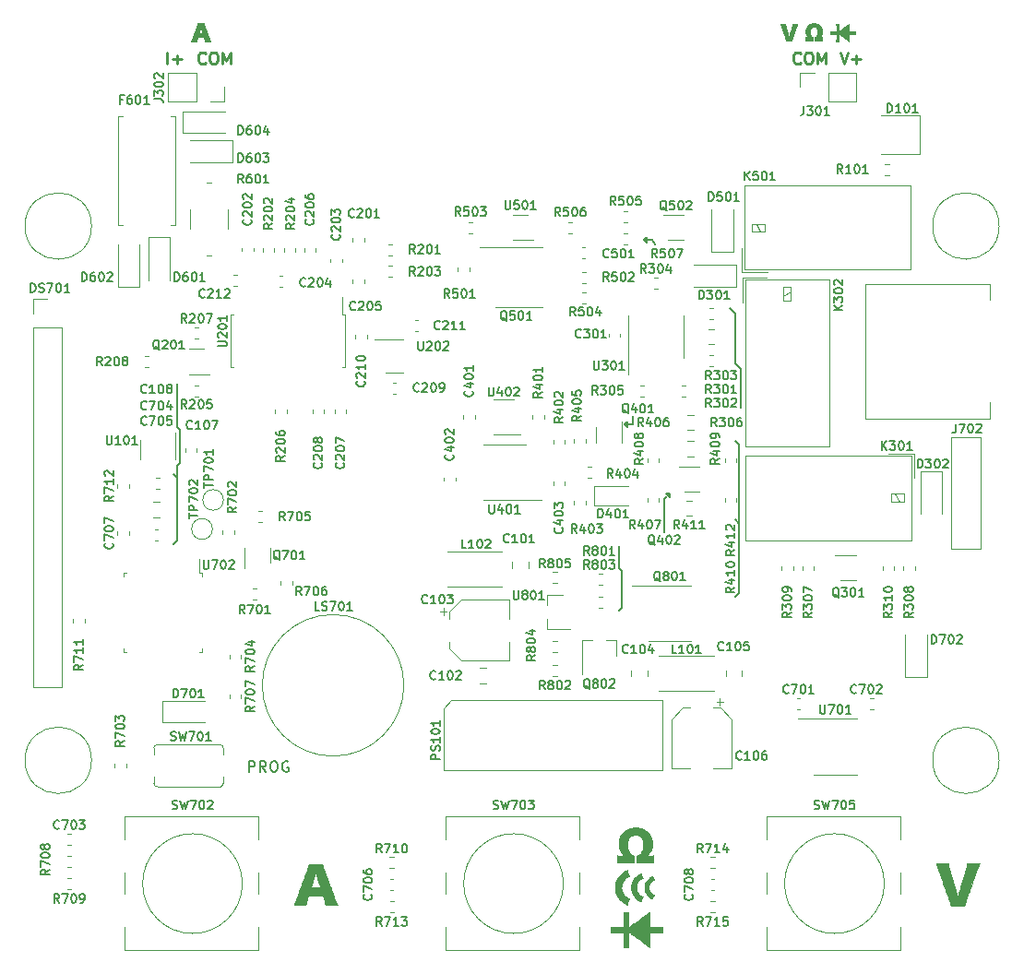
<source format=gbr>
%TF.GenerationSoftware,KiCad,Pcbnew,(5.1.6-0-10_14)*%
%TF.CreationDate,2020-11-20T20:27:55-06:00*%
%TF.ProjectId,Breadboard_DMM,42726561-6462-46f6-9172-645f444d4d2e,rev?*%
%TF.SameCoordinates,Original*%
%TF.FileFunction,Legend,Top*%
%TF.FilePolarity,Positive*%
%FSLAX46Y46*%
G04 Gerber Fmt 4.6, Leading zero omitted, Abs format (unit mm)*
G04 Created by KiCad (PCBNEW (5.1.6-0-10_14)) date 2020-11-20 20:27:55*
%MOMM*%
%LPD*%
G01*
G04 APERTURE LIST*
%ADD10C,0.254000*%
%ADD11C,0.203200*%
%ADD12C,0.120000*%
%ADD13C,0.010000*%
G04 APERTURE END LIST*
D10*
X116509800Y-58166000D02*
X116459000Y-58216800D01*
X116306600Y-58267600D01*
X116205000Y-58267600D01*
X116052600Y-58216800D01*
X115951000Y-58115200D01*
X115900200Y-58013600D01*
X115849400Y-57810400D01*
X115849400Y-57658000D01*
X115900200Y-57454800D01*
X115951000Y-57353200D01*
X116052600Y-57251600D01*
X116205000Y-57200800D01*
X116306600Y-57200800D01*
X116459000Y-57251600D01*
X116509800Y-57302400D01*
X117170200Y-57200800D02*
X117373400Y-57200800D01*
X117475000Y-57251600D01*
X117576600Y-57353200D01*
X117627400Y-57556400D01*
X117627400Y-57912000D01*
X117576600Y-58115200D01*
X117475000Y-58216800D01*
X117373400Y-58267600D01*
X117170200Y-58267600D01*
X117068600Y-58216800D01*
X116967000Y-58115200D01*
X116916200Y-57912000D01*
X116916200Y-57556400D01*
X116967000Y-57353200D01*
X117068600Y-57251600D01*
X117170200Y-57200800D01*
X118084600Y-58267600D02*
X118084600Y-57200800D01*
X118440200Y-57962800D01*
X118795800Y-57200800D01*
X118795800Y-58267600D01*
X113004600Y-58267600D02*
X113004600Y-57200800D01*
X113512600Y-57861200D02*
X114325400Y-57861200D01*
X113919000Y-58267600D02*
X113919000Y-57454800D01*
X171119800Y-58166000D02*
X171069000Y-58216800D01*
X170916600Y-58267600D01*
X170815000Y-58267600D01*
X170662600Y-58216800D01*
X170561000Y-58115200D01*
X170510200Y-58013600D01*
X170459400Y-57810400D01*
X170459400Y-57658000D01*
X170510200Y-57454800D01*
X170561000Y-57353200D01*
X170662600Y-57251600D01*
X170815000Y-57200800D01*
X170916600Y-57200800D01*
X171069000Y-57251600D01*
X171119800Y-57302400D01*
X171780200Y-57200800D02*
X171983400Y-57200800D01*
X172085000Y-57251600D01*
X172186600Y-57353200D01*
X172237400Y-57556400D01*
X172237400Y-57912000D01*
X172186600Y-58115200D01*
X172085000Y-58216800D01*
X171983400Y-58267600D01*
X171780200Y-58267600D01*
X171678600Y-58216800D01*
X171577000Y-58115200D01*
X171526200Y-57912000D01*
X171526200Y-57556400D01*
X171577000Y-57353200D01*
X171678600Y-57251600D01*
X171780200Y-57200800D01*
X172694600Y-58267600D02*
X172694600Y-57200800D01*
X173050200Y-57962800D01*
X173405800Y-57200800D01*
X173405800Y-58267600D01*
X174752000Y-57200800D02*
X175107600Y-58267600D01*
X175463200Y-57200800D01*
X175818800Y-57861200D02*
X176631600Y-57861200D01*
X176225200Y-58267600D02*
X176225200Y-57454800D01*
D11*
X120486714Y-123268619D02*
X120486714Y-122252619D01*
X120873761Y-122252619D01*
X120970523Y-122301000D01*
X121018904Y-122349380D01*
X121067285Y-122446142D01*
X121067285Y-122591285D01*
X121018904Y-122688047D01*
X120970523Y-122736428D01*
X120873761Y-122784809D01*
X120486714Y-122784809D01*
X122083285Y-123268619D02*
X121744619Y-122784809D01*
X121502714Y-123268619D02*
X121502714Y-122252619D01*
X121889761Y-122252619D01*
X121986523Y-122301000D01*
X122034904Y-122349380D01*
X122083285Y-122446142D01*
X122083285Y-122591285D01*
X122034904Y-122688047D01*
X121986523Y-122736428D01*
X121889761Y-122784809D01*
X121502714Y-122784809D01*
X122712238Y-122252619D02*
X122905761Y-122252619D01*
X123002523Y-122301000D01*
X123099285Y-122397761D01*
X123147666Y-122591285D01*
X123147666Y-122929952D01*
X123099285Y-123123476D01*
X123002523Y-123220238D01*
X122905761Y-123268619D01*
X122712238Y-123268619D01*
X122615476Y-123220238D01*
X122518714Y-123123476D01*
X122470333Y-122929952D01*
X122470333Y-122591285D01*
X122518714Y-122397761D01*
X122615476Y-122301000D01*
X122712238Y-122252619D01*
X124115285Y-122301000D02*
X124018523Y-122252619D01*
X123873380Y-122252619D01*
X123728238Y-122301000D01*
X123631476Y-122397761D01*
X123583095Y-122494523D01*
X123534714Y-122688047D01*
X123534714Y-122833190D01*
X123583095Y-123026714D01*
X123631476Y-123123476D01*
X123728238Y-123220238D01*
X123873380Y-123268619D01*
X123970142Y-123268619D01*
X124115285Y-123220238D01*
X124163666Y-123171857D01*
X124163666Y-122833190D01*
X123970142Y-122833190D01*
X113919000Y-96266000D02*
X113538000Y-95885000D01*
X113919000Y-91567000D02*
X113919000Y-87630000D01*
X114173000Y-91821000D02*
X113919000Y-91567000D01*
X114173000Y-94869000D02*
X114173000Y-91821000D01*
X113919000Y-95123000D02*
X114173000Y-94869000D01*
X113919000Y-101981000D02*
X113919000Y-95123000D01*
X113538000Y-102362000D02*
X113919000Y-101981000D01*
X165100000Y-107188000D02*
X165481000Y-106807000D01*
X154432000Y-104521000D02*
X154432000Y-102489000D01*
X154686000Y-104775000D02*
X154432000Y-104521000D01*
X154686000Y-108204000D02*
X154686000Y-104775000D01*
X154432000Y-108458000D02*
X154686000Y-108204000D01*
G36*
X159131000Y-98044000D02*
G01*
X158771790Y-97684790D01*
X159131000Y-97684790D01*
X159131000Y-98044000D01*
G37*
X159131000Y-98044000D02*
X158771790Y-97684790D01*
X159131000Y-97684790D01*
X159131000Y-98044000D01*
X158623000Y-98171000D02*
X158877000Y-97917000D01*
X158623000Y-101219000D02*
X158623000Y-98171000D01*
X165100000Y-100076000D02*
X165481000Y-100457000D01*
X165100000Y-92837000D02*
X165481000Y-93218000D01*
X165481000Y-93218000D02*
X165481000Y-106807000D01*
X155702000Y-91313000D02*
X155194000Y-91313000D01*
G36*
X155194000Y-91567000D02*
G01*
X154940000Y-91313000D01*
X155194000Y-91059000D01*
X155194000Y-91567000D01*
G37*
X155194000Y-91567000D02*
X154940000Y-91313000D01*
X155194000Y-91059000D01*
X155194000Y-91567000D01*
X155702000Y-90551000D02*
X155702000Y-91313000D01*
X165608000Y-86233000D02*
X165608000Y-89789000D01*
X165100000Y-85725000D02*
X165608000Y-86233000D01*
X165100000Y-81153000D02*
X165100000Y-85725000D01*
X164592000Y-80645000D02*
X165100000Y-81153000D01*
G36*
X156972000Y-74676000D02*
G01*
X156718000Y-74422000D01*
X156972000Y-74168000D01*
X156972000Y-74676000D01*
G37*
X156972000Y-74676000D02*
X156718000Y-74422000D01*
X156972000Y-74168000D01*
X156972000Y-74676000D01*
X157480000Y-74422000D02*
X156972000Y-74422000D01*
X157734000Y-74803000D02*
X157480000Y-74422000D01*
D12*
%TO.C,DS701*%
X100680801Y-81154800D02*
X100680801Y-79824800D01*
X100680801Y-79824800D02*
X102010801Y-79824800D01*
X100680802Y-115504799D02*
X103340801Y-115504799D01*
X100680802Y-82424799D02*
X100680802Y-115504799D01*
X103340801Y-82424799D02*
X100680802Y-82424799D01*
X103340801Y-115504799D02*
X103340801Y-82424799D01*
X184980801Y-102814799D02*
X187640801Y-102814799D01*
X184980801Y-92534799D02*
X184980801Y-102814799D01*
X187640801Y-92534799D02*
X184980801Y-92534799D01*
X187640801Y-102814799D02*
X187640801Y-92534799D01*
X189360801Y-73154800D02*
G75*
G03*
X189360801Y-73154800I-3050000J0D01*
G01*
X106060800Y-73154800D02*
G75*
G03*
X106060800Y-73154800I-3050000J0D01*
G01*
X189360801Y-122194799D02*
G75*
G03*
X189360801Y-122194799I-3050000J0D01*
G01*
X106060801Y-122194799D02*
G75*
G03*
X106060801Y-122194799I-3050000J0D01*
G01*
D13*
%TO.C,G\u002A\u002A\u002A*%
G36*
X116125929Y-54535303D02*
G01*
X116170248Y-54535336D01*
X116208117Y-54535406D01*
X116240044Y-54535525D01*
X116266540Y-54535706D01*
X116288115Y-54535961D01*
X116305277Y-54536303D01*
X116318538Y-54536743D01*
X116328406Y-54537294D01*
X116335392Y-54537969D01*
X116340005Y-54538779D01*
X116342755Y-54539738D01*
X116344153Y-54540857D01*
X116344626Y-54541831D01*
X116346300Y-54547647D01*
X116349586Y-54559170D01*
X116354065Y-54574921D01*
X116359314Y-54593419D01*
X116361367Y-54600662D01*
X116366037Y-54616050D01*
X116372941Y-54637302D01*
X116381691Y-54663289D01*
X116391895Y-54692881D01*
X116403164Y-54724948D01*
X116415107Y-54758361D01*
X116427334Y-54791989D01*
X116429089Y-54796765D01*
X116436766Y-54817638D01*
X116446819Y-54844974D01*
X116459046Y-54878226D01*
X116473245Y-54916845D01*
X116489216Y-54960283D01*
X116506755Y-55007991D01*
X116525662Y-55059423D01*
X116545735Y-55114028D01*
X116566773Y-55171260D01*
X116588574Y-55230569D01*
X116610937Y-55291408D01*
X116633660Y-55353228D01*
X116656541Y-55415481D01*
X116670076Y-55452309D01*
X116699322Y-55531867D01*
X116726123Y-55604741D01*
X116750603Y-55671266D01*
X116772887Y-55731772D01*
X116793099Y-55786593D01*
X116811363Y-55836061D01*
X116827804Y-55880509D01*
X116842545Y-55920267D01*
X116855710Y-55955670D01*
X116867425Y-55987049D01*
X116877813Y-56014737D01*
X116886998Y-56039066D01*
X116895105Y-56060369D01*
X116902257Y-56078977D01*
X116908580Y-56095224D01*
X116914196Y-56109441D01*
X116919231Y-56121961D01*
X116923808Y-56133117D01*
X116928052Y-56143241D01*
X116929684Y-56147074D01*
X116936829Y-56163808D01*
X116943407Y-56179236D01*
X116948535Y-56191291D01*
X116950771Y-56196567D01*
X116955894Y-56208706D01*
X116475094Y-56208706D01*
X116464668Y-56153611D01*
X116451028Y-56089938D01*
X116433105Y-56020473D01*
X116410872Y-55945109D01*
X116396611Y-55900545D01*
X116370864Y-55822103D01*
X116079150Y-55821147D01*
X115787436Y-55820190D01*
X115759270Y-55907059D01*
X115743508Y-55956123D01*
X115730084Y-55998974D01*
X115718782Y-56036421D01*
X115709386Y-56069270D01*
X115701680Y-56098331D01*
X115695448Y-56124410D01*
X115690475Y-56148316D01*
X115686545Y-56170857D01*
X115683922Y-56189096D01*
X115681357Y-56208706D01*
X115200300Y-56208706D01*
X115209591Y-56188162D01*
X115216681Y-56172485D01*
X115224289Y-56155664D01*
X115227751Y-56148008D01*
X115229585Y-56143855D01*
X115231738Y-56138760D01*
X115234314Y-56132449D01*
X115237414Y-56124643D01*
X115241141Y-56115067D01*
X115245596Y-56103444D01*
X115250882Y-56089498D01*
X115257101Y-56072951D01*
X115264355Y-56053528D01*
X115272746Y-56030951D01*
X115282376Y-56004945D01*
X115293347Y-55975233D01*
X115305762Y-55941539D01*
X115319722Y-55903585D01*
X115335329Y-55861096D01*
X115352686Y-55813794D01*
X115371895Y-55761404D01*
X115393058Y-55703648D01*
X115416277Y-55640251D01*
X115441654Y-55570936D01*
X115469291Y-55495426D01*
X115476674Y-55475248D01*
X115888824Y-55475248D01*
X115889881Y-55476475D01*
X115892678Y-55477487D01*
X115897808Y-55478305D01*
X115905863Y-55478949D01*
X115917437Y-55479440D01*
X115933122Y-55479799D01*
X115953512Y-55480046D01*
X115979200Y-55480201D01*
X116010779Y-55480285D01*
X116048841Y-55480319D01*
X116078000Y-55480324D01*
X116269003Y-55480324D01*
X116266441Y-55471920D01*
X116264340Y-55465236D01*
X116260240Y-55452383D01*
X116254348Y-55433998D01*
X116246869Y-55410721D01*
X116238010Y-55383191D01*
X116227978Y-55352048D01*
X116216979Y-55317929D01*
X116205220Y-55281475D01*
X116192907Y-55243324D01*
X116180246Y-55204116D01*
X116167445Y-55164490D01*
X116154710Y-55125084D01*
X116142246Y-55086538D01*
X116130261Y-55049491D01*
X116118962Y-55014582D01*
X116108554Y-54982450D01*
X116099244Y-54953735D01*
X116091239Y-54929075D01*
X116084745Y-54909109D01*
X116079968Y-54894478D01*
X116077116Y-54885818D01*
X116076360Y-54883622D01*
X116075181Y-54886981D01*
X116071954Y-54896826D01*
X116066879Y-54912521D01*
X116060159Y-54933429D01*
X116051997Y-54958912D01*
X116042595Y-54988334D01*
X116032154Y-55021057D01*
X116020878Y-55056446D01*
X116008969Y-55093862D01*
X115996629Y-55132670D01*
X115984060Y-55172231D01*
X115971464Y-55211911D01*
X115959045Y-55251070D01*
X115947003Y-55289073D01*
X115935542Y-55325283D01*
X115924863Y-55359062D01*
X115915170Y-55389774D01*
X115906664Y-55416783D01*
X115899547Y-55439450D01*
X115894022Y-55457139D01*
X115890291Y-55469214D01*
X115888913Y-55473787D01*
X115888824Y-55475248D01*
X115476674Y-55475248D01*
X115499291Y-55413444D01*
X115530854Y-55327177D01*
X115561230Y-55244136D01*
X115589141Y-55167797D01*
X115614697Y-55097846D01*
X115638010Y-55033973D01*
X115659188Y-54975864D01*
X115678343Y-54923209D01*
X115695584Y-54875695D01*
X115711023Y-54833010D01*
X115724768Y-54794843D01*
X115736932Y-54760882D01*
X115747623Y-54730814D01*
X115756952Y-54704328D01*
X115765029Y-54681112D01*
X115771965Y-54660853D01*
X115777870Y-54643241D01*
X115782854Y-54627963D01*
X115787028Y-54614707D01*
X115790501Y-54603161D01*
X115793384Y-54593014D01*
X115795788Y-54583953D01*
X115797822Y-54575667D01*
X115799597Y-54567843D01*
X115800025Y-54565869D01*
X115806595Y-54535295D01*
X116074649Y-54535295D01*
X116125929Y-54535303D01*
G37*
X116125929Y-54535303D02*
X116170248Y-54535336D01*
X116208117Y-54535406D01*
X116240044Y-54535525D01*
X116266540Y-54535706D01*
X116288115Y-54535961D01*
X116305277Y-54536303D01*
X116318538Y-54536743D01*
X116328406Y-54537294D01*
X116335392Y-54537969D01*
X116340005Y-54538779D01*
X116342755Y-54539738D01*
X116344153Y-54540857D01*
X116344626Y-54541831D01*
X116346300Y-54547647D01*
X116349586Y-54559170D01*
X116354065Y-54574921D01*
X116359314Y-54593419D01*
X116361367Y-54600662D01*
X116366037Y-54616050D01*
X116372941Y-54637302D01*
X116381691Y-54663289D01*
X116391895Y-54692881D01*
X116403164Y-54724948D01*
X116415107Y-54758361D01*
X116427334Y-54791989D01*
X116429089Y-54796765D01*
X116436766Y-54817638D01*
X116446819Y-54844974D01*
X116459046Y-54878226D01*
X116473245Y-54916845D01*
X116489216Y-54960283D01*
X116506755Y-55007991D01*
X116525662Y-55059423D01*
X116545735Y-55114028D01*
X116566773Y-55171260D01*
X116588574Y-55230569D01*
X116610937Y-55291408D01*
X116633660Y-55353228D01*
X116656541Y-55415481D01*
X116670076Y-55452309D01*
X116699322Y-55531867D01*
X116726123Y-55604741D01*
X116750603Y-55671266D01*
X116772887Y-55731772D01*
X116793099Y-55786593D01*
X116811363Y-55836061D01*
X116827804Y-55880509D01*
X116842545Y-55920267D01*
X116855710Y-55955670D01*
X116867425Y-55987049D01*
X116877813Y-56014737D01*
X116886998Y-56039066D01*
X116895105Y-56060369D01*
X116902257Y-56078977D01*
X116908580Y-56095224D01*
X116914196Y-56109441D01*
X116919231Y-56121961D01*
X116923808Y-56133117D01*
X116928052Y-56143241D01*
X116929684Y-56147074D01*
X116936829Y-56163808D01*
X116943407Y-56179236D01*
X116948535Y-56191291D01*
X116950771Y-56196567D01*
X116955894Y-56208706D01*
X116475094Y-56208706D01*
X116464668Y-56153611D01*
X116451028Y-56089938D01*
X116433105Y-56020473D01*
X116410872Y-55945109D01*
X116396611Y-55900545D01*
X116370864Y-55822103D01*
X116079150Y-55821147D01*
X115787436Y-55820190D01*
X115759270Y-55907059D01*
X115743508Y-55956123D01*
X115730084Y-55998974D01*
X115718782Y-56036421D01*
X115709386Y-56069270D01*
X115701680Y-56098331D01*
X115695448Y-56124410D01*
X115690475Y-56148316D01*
X115686545Y-56170857D01*
X115683922Y-56189096D01*
X115681357Y-56208706D01*
X115200300Y-56208706D01*
X115209591Y-56188162D01*
X115216681Y-56172485D01*
X115224289Y-56155664D01*
X115227751Y-56148008D01*
X115229585Y-56143855D01*
X115231738Y-56138760D01*
X115234314Y-56132449D01*
X115237414Y-56124643D01*
X115241141Y-56115067D01*
X115245596Y-56103444D01*
X115250882Y-56089498D01*
X115257101Y-56072951D01*
X115264355Y-56053528D01*
X115272746Y-56030951D01*
X115282376Y-56004945D01*
X115293347Y-55975233D01*
X115305762Y-55941539D01*
X115319722Y-55903585D01*
X115335329Y-55861096D01*
X115352686Y-55813794D01*
X115371895Y-55761404D01*
X115393058Y-55703648D01*
X115416277Y-55640251D01*
X115441654Y-55570936D01*
X115469291Y-55495426D01*
X115476674Y-55475248D01*
X115888824Y-55475248D01*
X115889881Y-55476475D01*
X115892678Y-55477487D01*
X115897808Y-55478305D01*
X115905863Y-55478949D01*
X115917437Y-55479440D01*
X115933122Y-55479799D01*
X115953512Y-55480046D01*
X115979200Y-55480201D01*
X116010779Y-55480285D01*
X116048841Y-55480319D01*
X116078000Y-55480324D01*
X116269003Y-55480324D01*
X116266441Y-55471920D01*
X116264340Y-55465236D01*
X116260240Y-55452383D01*
X116254348Y-55433998D01*
X116246869Y-55410721D01*
X116238010Y-55383191D01*
X116227978Y-55352048D01*
X116216979Y-55317929D01*
X116205220Y-55281475D01*
X116192907Y-55243324D01*
X116180246Y-55204116D01*
X116167445Y-55164490D01*
X116154710Y-55125084D01*
X116142246Y-55086538D01*
X116130261Y-55049491D01*
X116118962Y-55014582D01*
X116108554Y-54982450D01*
X116099244Y-54953735D01*
X116091239Y-54929075D01*
X116084745Y-54909109D01*
X116079968Y-54894478D01*
X116077116Y-54885818D01*
X116076360Y-54883622D01*
X116075181Y-54886981D01*
X116071954Y-54896826D01*
X116066879Y-54912521D01*
X116060159Y-54933429D01*
X116051997Y-54958912D01*
X116042595Y-54988334D01*
X116032154Y-55021057D01*
X116020878Y-55056446D01*
X116008969Y-55093862D01*
X115996629Y-55132670D01*
X115984060Y-55172231D01*
X115971464Y-55211911D01*
X115959045Y-55251070D01*
X115947003Y-55289073D01*
X115935542Y-55325283D01*
X115924863Y-55359062D01*
X115915170Y-55389774D01*
X115906664Y-55416783D01*
X115899547Y-55439450D01*
X115894022Y-55457139D01*
X115890291Y-55469214D01*
X115888913Y-55473787D01*
X115888824Y-55475248D01*
X115476674Y-55475248D01*
X115499291Y-55413444D01*
X115530854Y-55327177D01*
X115561230Y-55244136D01*
X115589141Y-55167797D01*
X115614697Y-55097846D01*
X115638010Y-55033973D01*
X115659188Y-54975864D01*
X115678343Y-54923209D01*
X115695584Y-54875695D01*
X115711023Y-54833010D01*
X115724768Y-54794843D01*
X115736932Y-54760882D01*
X115747623Y-54730814D01*
X115756952Y-54704328D01*
X115765029Y-54681112D01*
X115771965Y-54660853D01*
X115777870Y-54643241D01*
X115782854Y-54627963D01*
X115787028Y-54614707D01*
X115790501Y-54603161D01*
X115793384Y-54593014D01*
X115795788Y-54583953D01*
X115797822Y-54575667D01*
X115799597Y-54567843D01*
X115800025Y-54565869D01*
X115806595Y-54535295D01*
X116074649Y-54535295D01*
X116125929Y-54535303D01*
G36*
X174638244Y-54667150D02*
G01*
X174637553Y-54693821D01*
X174636896Y-54724645D01*
X174636278Y-54759012D01*
X174635700Y-54796312D01*
X174635167Y-54835937D01*
X174634682Y-54877277D01*
X174634249Y-54919724D01*
X174633871Y-54962669D01*
X174633551Y-55005501D01*
X174633293Y-55047612D01*
X174633100Y-55088393D01*
X174632975Y-55127235D01*
X174632923Y-55163529D01*
X174632946Y-55196664D01*
X174633049Y-55226034D01*
X174633233Y-55251027D01*
X174633504Y-55271035D01*
X174633863Y-55285449D01*
X174634316Y-55293660D01*
X174634706Y-55295388D01*
X174637961Y-55293095D01*
X174646719Y-55286684D01*
X174660669Y-55276385D01*
X174679503Y-55262427D01*
X174702912Y-55245041D01*
X174730588Y-55224456D01*
X174762222Y-55200903D01*
X174797505Y-55174611D01*
X174836129Y-55145811D01*
X174877785Y-55114732D01*
X174922164Y-55081605D01*
X174968957Y-55046659D01*
X175017857Y-55010125D01*
X175068553Y-54972233D01*
X175108968Y-54942014D01*
X175160845Y-54903228D01*
X175211162Y-54865624D01*
X175259612Y-54829432D01*
X175305887Y-54794881D01*
X175349676Y-54762202D01*
X175390673Y-54731624D01*
X175428568Y-54703378D01*
X175463053Y-54677692D01*
X175493819Y-54654798D01*
X175520558Y-54634924D01*
X175542960Y-54618301D01*
X175560719Y-54605158D01*
X175573524Y-54595726D01*
X175581068Y-54590234D01*
X175583100Y-54588833D01*
X175583714Y-54592206D01*
X175584273Y-54602637D01*
X175584777Y-54619929D01*
X175585223Y-54643883D01*
X175585609Y-54674302D01*
X175585933Y-54710987D01*
X175586193Y-54753740D01*
X175586387Y-54802363D01*
X175586513Y-54856657D01*
X175586569Y-54916425D01*
X175586572Y-54934455D01*
X175586572Y-55281286D01*
X176170590Y-55281286D01*
X176167960Y-55293079D01*
X176167115Y-55300662D01*
X176166439Y-55314232D01*
X176165932Y-55332519D01*
X176165592Y-55354253D01*
X176165418Y-55378165D01*
X176165411Y-55402987D01*
X176165569Y-55427450D01*
X176165890Y-55450283D01*
X176166375Y-55470218D01*
X176167023Y-55485985D01*
X176167832Y-55496316D01*
X176168093Y-55498093D01*
X176170858Y-55513514D01*
X175586572Y-55513514D01*
X175586572Y-56207177D01*
X175577954Y-56200524D01*
X175572259Y-56196026D01*
X175562094Y-56187900D01*
X175548630Y-56177083D01*
X175533036Y-56164515D01*
X175522618Y-56156100D01*
X175507579Y-56144164D01*
X175487125Y-56128278D01*
X175461700Y-56108773D01*
X175431748Y-56085980D01*
X175397713Y-56060231D01*
X175360039Y-56031858D01*
X175319169Y-56001192D01*
X175275548Y-55968564D01*
X175229621Y-55934306D01*
X175181830Y-55898750D01*
X175132620Y-55862227D01*
X175082436Y-55825069D01*
X175031720Y-55787607D01*
X174980917Y-55750172D01*
X174930472Y-55713097D01*
X174880827Y-55676712D01*
X174866300Y-55666086D01*
X174830421Y-55639850D01*
X174796182Y-55614806D01*
X174764044Y-55591292D01*
X174734467Y-55569646D01*
X174707913Y-55550204D01*
X174684843Y-55533304D01*
X174665716Y-55519284D01*
X174650994Y-55508481D01*
X174641137Y-55501232D01*
X174636606Y-55497874D01*
X174636408Y-55497723D01*
X174635235Y-55497733D01*
X174634294Y-55500174D01*
X174633573Y-55505605D01*
X174633063Y-55514589D01*
X174632756Y-55527685D01*
X174632640Y-55545455D01*
X174632707Y-55568459D01*
X174632947Y-55597258D01*
X174633350Y-55632412D01*
X174633669Y-55656986D01*
X174634176Y-55695558D01*
X174634741Y-55739711D01*
X174635345Y-55787767D01*
X174635966Y-55838049D01*
X174636584Y-55888881D01*
X174637178Y-55938586D01*
X174637728Y-55985488D01*
X174638048Y-56013350D01*
X174640245Y-56206571D01*
X174410534Y-56206571D01*
X174413117Y-55860043D01*
X174415701Y-55513514D01*
X174127558Y-55513515D01*
X173839415Y-55513515D01*
X173839415Y-55281287D01*
X174129383Y-55281286D01*
X174419351Y-55281286D01*
X174416942Y-55064479D01*
X174416433Y-55020254D01*
X174415870Y-54974060D01*
X174415269Y-54927150D01*
X174414649Y-54880779D01*
X174414026Y-54836202D01*
X174413418Y-54794673D01*
X174412841Y-54757448D01*
X174412314Y-54725781D01*
X174412143Y-54716136D01*
X174409753Y-54584600D01*
X174640636Y-54584600D01*
X174638244Y-54667150D01*
G37*
X174638244Y-54667150D02*
X174637553Y-54693821D01*
X174636896Y-54724645D01*
X174636278Y-54759012D01*
X174635700Y-54796312D01*
X174635167Y-54835937D01*
X174634682Y-54877277D01*
X174634249Y-54919724D01*
X174633871Y-54962669D01*
X174633551Y-55005501D01*
X174633293Y-55047612D01*
X174633100Y-55088393D01*
X174632975Y-55127235D01*
X174632923Y-55163529D01*
X174632946Y-55196664D01*
X174633049Y-55226034D01*
X174633233Y-55251027D01*
X174633504Y-55271035D01*
X174633863Y-55285449D01*
X174634316Y-55293660D01*
X174634706Y-55295388D01*
X174637961Y-55293095D01*
X174646719Y-55286684D01*
X174660669Y-55276385D01*
X174679503Y-55262427D01*
X174702912Y-55245041D01*
X174730588Y-55224456D01*
X174762222Y-55200903D01*
X174797505Y-55174611D01*
X174836129Y-55145811D01*
X174877785Y-55114732D01*
X174922164Y-55081605D01*
X174968957Y-55046659D01*
X175017857Y-55010125D01*
X175068553Y-54972233D01*
X175108968Y-54942014D01*
X175160845Y-54903228D01*
X175211162Y-54865624D01*
X175259612Y-54829432D01*
X175305887Y-54794881D01*
X175349676Y-54762202D01*
X175390673Y-54731624D01*
X175428568Y-54703378D01*
X175463053Y-54677692D01*
X175493819Y-54654798D01*
X175520558Y-54634924D01*
X175542960Y-54618301D01*
X175560719Y-54605158D01*
X175573524Y-54595726D01*
X175581068Y-54590234D01*
X175583100Y-54588833D01*
X175583714Y-54592206D01*
X175584273Y-54602637D01*
X175584777Y-54619929D01*
X175585223Y-54643883D01*
X175585609Y-54674302D01*
X175585933Y-54710987D01*
X175586193Y-54753740D01*
X175586387Y-54802363D01*
X175586513Y-54856657D01*
X175586569Y-54916425D01*
X175586572Y-54934455D01*
X175586572Y-55281286D01*
X176170590Y-55281286D01*
X176167960Y-55293079D01*
X176167115Y-55300662D01*
X176166439Y-55314232D01*
X176165932Y-55332519D01*
X176165592Y-55354253D01*
X176165418Y-55378165D01*
X176165411Y-55402987D01*
X176165569Y-55427450D01*
X176165890Y-55450283D01*
X176166375Y-55470218D01*
X176167023Y-55485985D01*
X176167832Y-55496316D01*
X176168093Y-55498093D01*
X176170858Y-55513514D01*
X175586572Y-55513514D01*
X175586572Y-56207177D01*
X175577954Y-56200524D01*
X175572259Y-56196026D01*
X175562094Y-56187900D01*
X175548630Y-56177083D01*
X175533036Y-56164515D01*
X175522618Y-56156100D01*
X175507579Y-56144164D01*
X175487125Y-56128278D01*
X175461700Y-56108773D01*
X175431748Y-56085980D01*
X175397713Y-56060231D01*
X175360039Y-56031858D01*
X175319169Y-56001192D01*
X175275548Y-55968564D01*
X175229621Y-55934306D01*
X175181830Y-55898750D01*
X175132620Y-55862227D01*
X175082436Y-55825069D01*
X175031720Y-55787607D01*
X174980917Y-55750172D01*
X174930472Y-55713097D01*
X174880827Y-55676712D01*
X174866300Y-55666086D01*
X174830421Y-55639850D01*
X174796182Y-55614806D01*
X174764044Y-55591292D01*
X174734467Y-55569646D01*
X174707913Y-55550204D01*
X174684843Y-55533304D01*
X174665716Y-55519284D01*
X174650994Y-55508481D01*
X174641137Y-55501232D01*
X174636606Y-55497874D01*
X174636408Y-55497723D01*
X174635235Y-55497733D01*
X174634294Y-55500174D01*
X174633573Y-55505605D01*
X174633063Y-55514589D01*
X174632756Y-55527685D01*
X174632640Y-55545455D01*
X174632707Y-55568459D01*
X174632947Y-55597258D01*
X174633350Y-55632412D01*
X174633669Y-55656986D01*
X174634176Y-55695558D01*
X174634741Y-55739711D01*
X174635345Y-55787767D01*
X174635966Y-55838049D01*
X174636584Y-55888881D01*
X174637178Y-55938586D01*
X174637728Y-55985488D01*
X174638048Y-56013350D01*
X174640245Y-56206571D01*
X174410534Y-56206571D01*
X174413117Y-55860043D01*
X174415701Y-55513514D01*
X174127558Y-55513515D01*
X173839415Y-55513515D01*
X173839415Y-55281287D01*
X174129383Y-55281286D01*
X174419351Y-55281286D01*
X174416942Y-55064479D01*
X174416433Y-55020254D01*
X174415870Y-54974060D01*
X174415269Y-54927150D01*
X174414649Y-54880779D01*
X174414026Y-54836202D01*
X174413418Y-54794673D01*
X174412841Y-54757448D01*
X174412314Y-54725781D01*
X174412143Y-54716136D01*
X174409753Y-54584600D01*
X174640636Y-54584600D01*
X174638244Y-54667150D01*
G36*
X169709795Y-54592764D02*
G01*
X169711114Y-54599834D01*
X169713277Y-54611990D01*
X169715919Y-54627162D01*
X169717334Y-54635400D01*
X169719207Y-54645971D01*
X169721293Y-54656849D01*
X169723697Y-54668408D01*
X169726526Y-54681022D01*
X169729884Y-54695067D01*
X169733880Y-54710915D01*
X169738617Y-54728941D01*
X169744202Y-54749519D01*
X169750740Y-54773024D01*
X169758338Y-54799830D01*
X169767102Y-54830311D01*
X169777137Y-54864841D01*
X169788549Y-54903795D01*
X169801444Y-54947546D01*
X169815928Y-54996470D01*
X169832107Y-55050939D01*
X169850086Y-55111329D01*
X169869971Y-55178014D01*
X169886175Y-55232300D01*
X169903438Y-55290155D01*
X169920323Y-55346822D01*
X169936692Y-55401833D01*
X169952407Y-55454721D01*
X169967330Y-55505020D01*
X169981324Y-55552264D01*
X169994250Y-55595986D01*
X170005970Y-55635719D01*
X170016347Y-55670997D01*
X170025243Y-55701353D01*
X170032520Y-55726320D01*
X170038040Y-55745433D01*
X170041665Y-55758223D01*
X170042463Y-55761132D01*
X170047680Y-55780168D01*
X170052263Y-55796395D01*
X170055880Y-55808677D01*
X170058199Y-55815875D01*
X170058871Y-55817282D01*
X170060097Y-55813642D01*
X170062899Y-55804141D01*
X170066954Y-55789919D01*
X170071934Y-55772117D01*
X170076734Y-55754721D01*
X170079880Y-55743565D01*
X170084964Y-55725940D01*
X170091844Y-55702330D01*
X170100377Y-55673217D01*
X170110419Y-55639085D01*
X170121829Y-55600418D01*
X170134462Y-55557698D01*
X170148176Y-55511408D01*
X170162829Y-55462033D01*
X170178276Y-55410056D01*
X170194376Y-55355959D01*
X170210985Y-55300226D01*
X170227961Y-55243341D01*
X170229599Y-55237855D01*
X170251163Y-55165619D01*
X170270740Y-55099965D01*
X170288431Y-55040526D01*
X170304341Y-54986934D01*
X170318572Y-54938823D01*
X170331229Y-54895826D01*
X170342414Y-54857575D01*
X170352230Y-54823703D01*
X170360783Y-54793843D01*
X170368173Y-54767628D01*
X170374506Y-54744691D01*
X170379883Y-54724664D01*
X170384410Y-54707181D01*
X170388188Y-54691874D01*
X170391321Y-54678376D01*
X170393914Y-54666320D01*
X170396068Y-54655340D01*
X170397888Y-54645067D01*
X170399476Y-54635134D01*
X170399711Y-54633586D01*
X170402255Y-54617045D01*
X170404523Y-54602973D01*
X170406239Y-54593037D01*
X170407044Y-54589136D01*
X170408771Y-54588155D01*
X170413634Y-54587316D01*
X170422084Y-54586610D01*
X170434572Y-54586027D01*
X170451551Y-54585559D01*
X170473471Y-54585195D01*
X170500783Y-54584926D01*
X170533938Y-54584744D01*
X170573389Y-54584639D01*
X170619586Y-54584600D01*
X170626201Y-54584600D01*
X170665215Y-54584630D01*
X170701989Y-54584716D01*
X170735896Y-54584853D01*
X170766310Y-54585035D01*
X170792603Y-54585257D01*
X170814149Y-54585515D01*
X170830319Y-54585802D01*
X170840488Y-54586113D01*
X170844029Y-54586443D01*
X170844029Y-54586444D01*
X170842699Y-54590299D01*
X170839067Y-54599510D01*
X170833664Y-54612755D01*
X170827026Y-54628708D01*
X170826066Y-54630994D01*
X170821782Y-54641268D01*
X170817405Y-54651977D01*
X170812820Y-54663439D01*
X170807914Y-54675974D01*
X170802573Y-54689900D01*
X170796684Y-54705536D01*
X170790132Y-54723200D01*
X170782805Y-54743211D01*
X170774588Y-54765889D01*
X170765368Y-54791551D01*
X170755030Y-54820517D01*
X170743462Y-54853104D01*
X170730549Y-54889633D01*
X170716179Y-54930421D01*
X170700236Y-54975787D01*
X170682608Y-55026050D01*
X170663181Y-55081528D01*
X170641841Y-55142541D01*
X170618475Y-55209408D01*
X170592968Y-55282445D01*
X170565207Y-55361974D01*
X170561075Y-55373814D01*
X170533038Y-55454162D01*
X170507295Y-55527975D01*
X170483737Y-55595565D01*
X170462258Y-55657247D01*
X170442753Y-55713333D01*
X170425114Y-55764138D01*
X170409234Y-55809975D01*
X170395009Y-55851158D01*
X170382330Y-55887999D01*
X170371091Y-55920813D01*
X170361186Y-55949913D01*
X170352509Y-55975613D01*
X170344953Y-55998225D01*
X170338411Y-56018064D01*
X170332777Y-56035443D01*
X170327944Y-56050676D01*
X170323806Y-56064076D01*
X170320256Y-56075957D01*
X170317189Y-56086631D01*
X170314496Y-56096414D01*
X170312073Y-56105618D01*
X170310849Y-56110414D01*
X170300770Y-56150329D01*
X170058853Y-56151261D01*
X170009186Y-56151427D01*
X169966339Y-56151510D01*
X169929875Y-56151503D01*
X169899357Y-56151400D01*
X169874348Y-56151194D01*
X169854412Y-56150879D01*
X169839110Y-56150448D01*
X169828007Y-56149895D01*
X169820666Y-56149214D01*
X169816649Y-56148397D01*
X169815533Y-56147633D01*
X169814120Y-56142269D01*
X169811494Y-56131668D01*
X169808105Y-56117659D01*
X169806182Y-56109598D01*
X169803890Y-56100342D01*
X169801119Y-56089949D01*
X169797765Y-56078112D01*
X169793723Y-56064524D01*
X169788888Y-56048877D01*
X169783156Y-56030864D01*
X169776423Y-56010177D01*
X169768584Y-55986510D01*
X169759534Y-55959554D01*
X169749168Y-55929003D01*
X169737383Y-55894548D01*
X169724074Y-55855883D01*
X169709135Y-55812700D01*
X169692464Y-55764691D01*
X169673954Y-55711550D01*
X169653502Y-55652969D01*
X169631002Y-55588641D01*
X169606351Y-55518257D01*
X169579444Y-55441512D01*
X169563332Y-55395586D01*
X169534880Y-55314502D01*
X169508723Y-55239962D01*
X169484750Y-55171662D01*
X169462856Y-55109298D01*
X169442930Y-55052566D01*
X169424866Y-55001162D01*
X169408555Y-54954781D01*
X169393888Y-54913120D01*
X169380758Y-54875875D01*
X169369056Y-54842741D01*
X169358675Y-54813414D01*
X169349505Y-54787591D01*
X169341439Y-54764967D01*
X169334369Y-54745239D01*
X169328185Y-54728101D01*
X169322781Y-54713251D01*
X169318048Y-54700384D01*
X169313878Y-54689196D01*
X169310162Y-54679383D01*
X169306793Y-54670641D01*
X169303661Y-54662666D01*
X169300660Y-54655153D01*
X169297680Y-54647799D01*
X169294614Y-54640300D01*
X169294263Y-54639444D01*
X169286921Y-54621459D01*
X169280665Y-54605981D01*
X169275965Y-54594185D01*
X169273293Y-54587250D01*
X169272858Y-54585922D01*
X169276382Y-54585685D01*
X169286535Y-54585462D01*
X169302692Y-54585256D01*
X169324224Y-54585071D01*
X169350504Y-54584912D01*
X169380905Y-54584781D01*
X169414799Y-54584683D01*
X169451560Y-54584621D01*
X169490503Y-54584600D01*
X169708148Y-54584600D01*
X169709795Y-54592764D01*
G37*
X169709795Y-54592764D02*
X169711114Y-54599834D01*
X169713277Y-54611990D01*
X169715919Y-54627162D01*
X169717334Y-54635400D01*
X169719207Y-54645971D01*
X169721293Y-54656849D01*
X169723697Y-54668408D01*
X169726526Y-54681022D01*
X169729884Y-54695067D01*
X169733880Y-54710915D01*
X169738617Y-54728941D01*
X169744202Y-54749519D01*
X169750740Y-54773024D01*
X169758338Y-54799830D01*
X169767102Y-54830311D01*
X169777137Y-54864841D01*
X169788549Y-54903795D01*
X169801444Y-54947546D01*
X169815928Y-54996470D01*
X169832107Y-55050939D01*
X169850086Y-55111329D01*
X169869971Y-55178014D01*
X169886175Y-55232300D01*
X169903438Y-55290155D01*
X169920323Y-55346822D01*
X169936692Y-55401833D01*
X169952407Y-55454721D01*
X169967330Y-55505020D01*
X169981324Y-55552264D01*
X169994250Y-55595986D01*
X170005970Y-55635719D01*
X170016347Y-55670997D01*
X170025243Y-55701353D01*
X170032520Y-55726320D01*
X170038040Y-55745433D01*
X170041665Y-55758223D01*
X170042463Y-55761132D01*
X170047680Y-55780168D01*
X170052263Y-55796395D01*
X170055880Y-55808677D01*
X170058199Y-55815875D01*
X170058871Y-55817282D01*
X170060097Y-55813642D01*
X170062899Y-55804141D01*
X170066954Y-55789919D01*
X170071934Y-55772117D01*
X170076734Y-55754721D01*
X170079880Y-55743565D01*
X170084964Y-55725940D01*
X170091844Y-55702330D01*
X170100377Y-55673217D01*
X170110419Y-55639085D01*
X170121829Y-55600418D01*
X170134462Y-55557698D01*
X170148176Y-55511408D01*
X170162829Y-55462033D01*
X170178276Y-55410056D01*
X170194376Y-55355959D01*
X170210985Y-55300226D01*
X170227961Y-55243341D01*
X170229599Y-55237855D01*
X170251163Y-55165619D01*
X170270740Y-55099965D01*
X170288431Y-55040526D01*
X170304341Y-54986934D01*
X170318572Y-54938823D01*
X170331229Y-54895826D01*
X170342414Y-54857575D01*
X170352230Y-54823703D01*
X170360783Y-54793843D01*
X170368173Y-54767628D01*
X170374506Y-54744691D01*
X170379883Y-54724664D01*
X170384410Y-54707181D01*
X170388188Y-54691874D01*
X170391321Y-54678376D01*
X170393914Y-54666320D01*
X170396068Y-54655340D01*
X170397888Y-54645067D01*
X170399476Y-54635134D01*
X170399711Y-54633586D01*
X170402255Y-54617045D01*
X170404523Y-54602973D01*
X170406239Y-54593037D01*
X170407044Y-54589136D01*
X170408771Y-54588155D01*
X170413634Y-54587316D01*
X170422084Y-54586610D01*
X170434572Y-54586027D01*
X170451551Y-54585559D01*
X170473471Y-54585195D01*
X170500783Y-54584926D01*
X170533938Y-54584744D01*
X170573389Y-54584639D01*
X170619586Y-54584600D01*
X170626201Y-54584600D01*
X170665215Y-54584630D01*
X170701989Y-54584716D01*
X170735896Y-54584853D01*
X170766310Y-54585035D01*
X170792603Y-54585257D01*
X170814149Y-54585515D01*
X170830319Y-54585802D01*
X170840488Y-54586113D01*
X170844029Y-54586443D01*
X170844029Y-54586444D01*
X170842699Y-54590299D01*
X170839067Y-54599510D01*
X170833664Y-54612755D01*
X170827026Y-54628708D01*
X170826066Y-54630994D01*
X170821782Y-54641268D01*
X170817405Y-54651977D01*
X170812820Y-54663439D01*
X170807914Y-54675974D01*
X170802573Y-54689900D01*
X170796684Y-54705536D01*
X170790132Y-54723200D01*
X170782805Y-54743211D01*
X170774588Y-54765889D01*
X170765368Y-54791551D01*
X170755030Y-54820517D01*
X170743462Y-54853104D01*
X170730549Y-54889633D01*
X170716179Y-54930421D01*
X170700236Y-54975787D01*
X170682608Y-55026050D01*
X170663181Y-55081528D01*
X170641841Y-55142541D01*
X170618475Y-55209408D01*
X170592968Y-55282445D01*
X170565207Y-55361974D01*
X170561075Y-55373814D01*
X170533038Y-55454162D01*
X170507295Y-55527975D01*
X170483737Y-55595565D01*
X170462258Y-55657247D01*
X170442753Y-55713333D01*
X170425114Y-55764138D01*
X170409234Y-55809975D01*
X170395009Y-55851158D01*
X170382330Y-55887999D01*
X170371091Y-55920813D01*
X170361186Y-55949913D01*
X170352509Y-55975613D01*
X170344953Y-55998225D01*
X170338411Y-56018064D01*
X170332777Y-56035443D01*
X170327944Y-56050676D01*
X170323806Y-56064076D01*
X170320256Y-56075957D01*
X170317189Y-56086631D01*
X170314496Y-56096414D01*
X170312073Y-56105618D01*
X170310849Y-56110414D01*
X170300770Y-56150329D01*
X170058853Y-56151261D01*
X170009186Y-56151427D01*
X169966339Y-56151510D01*
X169929875Y-56151503D01*
X169899357Y-56151400D01*
X169874348Y-56151194D01*
X169854412Y-56150879D01*
X169839110Y-56150448D01*
X169828007Y-56149895D01*
X169820666Y-56149214D01*
X169816649Y-56148397D01*
X169815533Y-56147633D01*
X169814120Y-56142269D01*
X169811494Y-56131668D01*
X169808105Y-56117659D01*
X169806182Y-56109598D01*
X169803890Y-56100342D01*
X169801119Y-56089949D01*
X169797765Y-56078112D01*
X169793723Y-56064524D01*
X169788888Y-56048877D01*
X169783156Y-56030864D01*
X169776423Y-56010177D01*
X169768584Y-55986510D01*
X169759534Y-55959554D01*
X169749168Y-55929003D01*
X169737383Y-55894548D01*
X169724074Y-55855883D01*
X169709135Y-55812700D01*
X169692464Y-55764691D01*
X169673954Y-55711550D01*
X169653502Y-55652969D01*
X169631002Y-55588641D01*
X169606351Y-55518257D01*
X169579444Y-55441512D01*
X169563332Y-55395586D01*
X169534880Y-55314502D01*
X169508723Y-55239962D01*
X169484750Y-55171662D01*
X169462856Y-55109298D01*
X169442930Y-55052566D01*
X169424866Y-55001162D01*
X169408555Y-54954781D01*
X169393888Y-54913120D01*
X169380758Y-54875875D01*
X169369056Y-54842741D01*
X169358675Y-54813414D01*
X169349505Y-54787591D01*
X169341439Y-54764967D01*
X169334369Y-54745239D01*
X169328185Y-54728101D01*
X169322781Y-54713251D01*
X169318048Y-54700384D01*
X169313878Y-54689196D01*
X169310162Y-54679383D01*
X169306793Y-54670641D01*
X169303661Y-54662666D01*
X169300660Y-54655153D01*
X169297680Y-54647799D01*
X169294614Y-54640300D01*
X169294263Y-54639444D01*
X169286921Y-54621459D01*
X169280665Y-54605981D01*
X169275965Y-54594185D01*
X169273293Y-54587250D01*
X169272858Y-54585922D01*
X169276382Y-54585685D01*
X169286535Y-54585462D01*
X169302692Y-54585256D01*
X169324224Y-54585071D01*
X169350504Y-54584912D01*
X169380905Y-54584781D01*
X169414799Y-54584683D01*
X169451560Y-54584621D01*
X169490503Y-54584600D01*
X169708148Y-54584600D01*
X169709795Y-54592764D01*
G36*
X172369230Y-54539511D02*
G01*
X172400697Y-54540184D01*
X172429167Y-54541389D01*
X172452937Y-54543125D01*
X172462372Y-54544172D01*
X172538313Y-54557129D01*
X172610215Y-54575779D01*
X172677907Y-54599995D01*
X172741217Y-54629649D01*
X172799974Y-54664616D01*
X172854004Y-54704769D01*
X172903137Y-54749982D01*
X172947200Y-54800128D01*
X172986022Y-54855081D01*
X173019431Y-54914714D01*
X173044960Y-54972880D01*
X173063129Y-55028329D01*
X173076866Y-55088379D01*
X173086138Y-55151863D01*
X173090916Y-55217613D01*
X173091166Y-55284461D01*
X173086859Y-55351238D01*
X173077963Y-55416777D01*
X173064446Y-55479910D01*
X173059078Y-55499629D01*
X173038531Y-55560025D01*
X173011810Y-55620534D01*
X172979757Y-55679405D01*
X172953242Y-55720673D01*
X172938139Y-55740239D01*
X172918856Y-55761701D01*
X172897343Y-55783071D01*
X172875551Y-55802361D01*
X172864625Y-55811009D01*
X172835668Y-55832829D01*
X172900298Y-55832777D01*
X172932820Y-55832430D01*
X172969004Y-55831496D01*
X173006741Y-55830071D01*
X173043923Y-55828248D01*
X173078441Y-55826120D01*
X173108185Y-55823780D01*
X173112793Y-55823351D01*
X173137286Y-55821005D01*
X173137286Y-56150617D01*
X173076508Y-56145261D01*
X173063132Y-56144225D01*
X173047691Y-56143319D01*
X173029681Y-56142534D01*
X173008601Y-56141862D01*
X172983949Y-56141296D01*
X172955224Y-56140828D01*
X172921923Y-56140451D01*
X172883545Y-56140157D01*
X172839588Y-56139937D01*
X172789551Y-56139785D01*
X172732930Y-56139693D01*
X172711836Y-56139674D01*
X172407943Y-56139443D01*
X172407943Y-55837300D01*
X172428808Y-55829067D01*
X172455052Y-55817727D01*
X172481039Y-55804719D01*
X172504845Y-55791107D01*
X172524547Y-55777953D01*
X172532084Y-55772027D01*
X172568465Y-55736643D01*
X172601005Y-55695491D01*
X172629508Y-55649078D01*
X172653781Y-55597908D01*
X172673629Y-55542490D01*
X172688858Y-55483327D01*
X172699274Y-55420927D01*
X172704684Y-55355794D01*
X172705455Y-55320150D01*
X172703004Y-55253724D01*
X172695607Y-55191958D01*
X172683331Y-55134985D01*
X172666240Y-55082940D01*
X172644398Y-55035955D01*
X172617873Y-54994163D01*
X172586727Y-54957699D01*
X172551028Y-54926695D01*
X172510839Y-54901284D01*
X172497498Y-54894572D01*
X172454988Y-54878188D01*
X172409211Y-54867451D01*
X172361458Y-54862361D01*
X172313019Y-54862919D01*
X172265185Y-54869124D01*
X172219248Y-54880975D01*
X172184588Y-54894588D01*
X172143449Y-54917527D01*
X172106431Y-54946332D01*
X172073674Y-54980802D01*
X172045324Y-55020732D01*
X172021523Y-55065920D01*
X172002414Y-55116161D01*
X171988141Y-55171253D01*
X171987466Y-55174583D01*
X171980635Y-55217634D01*
X171976249Y-55264757D01*
X171974475Y-55313130D01*
X171975480Y-55359935D01*
X171975996Y-55368371D01*
X171977445Y-55388309D01*
X171978946Y-55406679D01*
X171980349Y-55421765D01*
X171981500Y-55431851D01*
X171981780Y-55433686D01*
X171993920Y-55494037D01*
X172008511Y-55548248D01*
X172025935Y-55597134D01*
X172046575Y-55641510D01*
X172070814Y-55682191D01*
X172099034Y-55719993D01*
X172131619Y-55755732D01*
X172134135Y-55758238D01*
X172159594Y-55779669D01*
X172191433Y-55800086D01*
X172228793Y-55818976D01*
X172252822Y-55829096D01*
X172273686Y-55837300D01*
X172273686Y-56139986D01*
X172033293Y-56138360D01*
X171953620Y-56138020D01*
X171879996Y-56138114D01*
X171812587Y-56138640D01*
X171751563Y-56139595D01*
X171697091Y-56140973D01*
X171649338Y-56142773D01*
X171608473Y-56144990D01*
X171574663Y-56147622D01*
X171570650Y-56148008D01*
X171544343Y-56150609D01*
X171544343Y-55820927D01*
X171565208Y-55823166D01*
X171584562Y-55824888D01*
X171609496Y-55826577D01*
X171638331Y-55828165D01*
X171669390Y-55829585D01*
X171700993Y-55830771D01*
X171731464Y-55831656D01*
X171759125Y-55832173D01*
X171782296Y-55832255D01*
X171790473Y-55832140D01*
X171842475Y-55831014D01*
X171817688Y-55812873D01*
X171787409Y-55788004D01*
X171759163Y-55758948D01*
X171731841Y-55724497D01*
X171717864Y-55704399D01*
X171680727Y-55642381D01*
X171649745Y-55576808D01*
X171625042Y-55508164D01*
X171606744Y-55436935D01*
X171594976Y-55363604D01*
X171589862Y-55288656D01*
X171591381Y-55214848D01*
X171597565Y-55149157D01*
X171607571Y-55088459D01*
X171621755Y-55031366D01*
X171640475Y-54976494D01*
X171664087Y-54922458D01*
X171669658Y-54911171D01*
X171703487Y-54851773D01*
X171742760Y-54797072D01*
X171787287Y-54747196D01*
X171836878Y-54702269D01*
X171891342Y-54662417D01*
X171950489Y-54627767D01*
X172014128Y-54598442D01*
X172082068Y-54574569D01*
X172154119Y-54556274D01*
X172226515Y-54544134D01*
X172247434Y-54542144D01*
X172273868Y-54540687D01*
X172304113Y-54539762D01*
X172336468Y-54539371D01*
X172369230Y-54539511D01*
G37*
X172369230Y-54539511D02*
X172400697Y-54540184D01*
X172429167Y-54541389D01*
X172452937Y-54543125D01*
X172462372Y-54544172D01*
X172538313Y-54557129D01*
X172610215Y-54575779D01*
X172677907Y-54599995D01*
X172741217Y-54629649D01*
X172799974Y-54664616D01*
X172854004Y-54704769D01*
X172903137Y-54749982D01*
X172947200Y-54800128D01*
X172986022Y-54855081D01*
X173019431Y-54914714D01*
X173044960Y-54972880D01*
X173063129Y-55028329D01*
X173076866Y-55088379D01*
X173086138Y-55151863D01*
X173090916Y-55217613D01*
X173091166Y-55284461D01*
X173086859Y-55351238D01*
X173077963Y-55416777D01*
X173064446Y-55479910D01*
X173059078Y-55499629D01*
X173038531Y-55560025D01*
X173011810Y-55620534D01*
X172979757Y-55679405D01*
X172953242Y-55720673D01*
X172938139Y-55740239D01*
X172918856Y-55761701D01*
X172897343Y-55783071D01*
X172875551Y-55802361D01*
X172864625Y-55811009D01*
X172835668Y-55832829D01*
X172900298Y-55832777D01*
X172932820Y-55832430D01*
X172969004Y-55831496D01*
X173006741Y-55830071D01*
X173043923Y-55828248D01*
X173078441Y-55826120D01*
X173108185Y-55823780D01*
X173112793Y-55823351D01*
X173137286Y-55821005D01*
X173137286Y-56150617D01*
X173076508Y-56145261D01*
X173063132Y-56144225D01*
X173047691Y-56143319D01*
X173029681Y-56142534D01*
X173008601Y-56141862D01*
X172983949Y-56141296D01*
X172955224Y-56140828D01*
X172921923Y-56140451D01*
X172883545Y-56140157D01*
X172839588Y-56139937D01*
X172789551Y-56139785D01*
X172732930Y-56139693D01*
X172711836Y-56139674D01*
X172407943Y-56139443D01*
X172407943Y-55837300D01*
X172428808Y-55829067D01*
X172455052Y-55817727D01*
X172481039Y-55804719D01*
X172504845Y-55791107D01*
X172524547Y-55777953D01*
X172532084Y-55772027D01*
X172568465Y-55736643D01*
X172601005Y-55695491D01*
X172629508Y-55649078D01*
X172653781Y-55597908D01*
X172673629Y-55542490D01*
X172688858Y-55483327D01*
X172699274Y-55420927D01*
X172704684Y-55355794D01*
X172705455Y-55320150D01*
X172703004Y-55253724D01*
X172695607Y-55191958D01*
X172683331Y-55134985D01*
X172666240Y-55082940D01*
X172644398Y-55035955D01*
X172617873Y-54994163D01*
X172586727Y-54957699D01*
X172551028Y-54926695D01*
X172510839Y-54901284D01*
X172497498Y-54894572D01*
X172454988Y-54878188D01*
X172409211Y-54867451D01*
X172361458Y-54862361D01*
X172313019Y-54862919D01*
X172265185Y-54869124D01*
X172219248Y-54880975D01*
X172184588Y-54894588D01*
X172143449Y-54917527D01*
X172106431Y-54946332D01*
X172073674Y-54980802D01*
X172045324Y-55020732D01*
X172021523Y-55065920D01*
X172002414Y-55116161D01*
X171988141Y-55171253D01*
X171987466Y-55174583D01*
X171980635Y-55217634D01*
X171976249Y-55264757D01*
X171974475Y-55313130D01*
X171975480Y-55359935D01*
X171975996Y-55368371D01*
X171977445Y-55388309D01*
X171978946Y-55406679D01*
X171980349Y-55421765D01*
X171981500Y-55431851D01*
X171981780Y-55433686D01*
X171993920Y-55494037D01*
X172008511Y-55548248D01*
X172025935Y-55597134D01*
X172046575Y-55641510D01*
X172070814Y-55682191D01*
X172099034Y-55719993D01*
X172131619Y-55755732D01*
X172134135Y-55758238D01*
X172159594Y-55779669D01*
X172191433Y-55800086D01*
X172228793Y-55818976D01*
X172252822Y-55829096D01*
X172273686Y-55837300D01*
X172273686Y-56139986D01*
X172033293Y-56138360D01*
X171953620Y-56138020D01*
X171879996Y-56138114D01*
X171812587Y-56138640D01*
X171751563Y-56139595D01*
X171697091Y-56140973D01*
X171649338Y-56142773D01*
X171608473Y-56144990D01*
X171574663Y-56147622D01*
X171570650Y-56148008D01*
X171544343Y-56150609D01*
X171544343Y-55820927D01*
X171565208Y-55823166D01*
X171584562Y-55824888D01*
X171609496Y-55826577D01*
X171638331Y-55828165D01*
X171669390Y-55829585D01*
X171700993Y-55830771D01*
X171731464Y-55831656D01*
X171759125Y-55832173D01*
X171782296Y-55832255D01*
X171790473Y-55832140D01*
X171842475Y-55831014D01*
X171817688Y-55812873D01*
X171787409Y-55788004D01*
X171759163Y-55758948D01*
X171731841Y-55724497D01*
X171717864Y-55704399D01*
X171680727Y-55642381D01*
X171649745Y-55576808D01*
X171625042Y-55508164D01*
X171606744Y-55436935D01*
X171594976Y-55363604D01*
X171589862Y-55288656D01*
X171591381Y-55214848D01*
X171597565Y-55149157D01*
X171607571Y-55088459D01*
X171621755Y-55031366D01*
X171640475Y-54976494D01*
X171664087Y-54922458D01*
X171669658Y-54911171D01*
X171703487Y-54851773D01*
X171742760Y-54797072D01*
X171787287Y-54747196D01*
X171836878Y-54702269D01*
X171891342Y-54662417D01*
X171950489Y-54627767D01*
X172014128Y-54598442D01*
X172082068Y-54574569D01*
X172154119Y-54556274D01*
X172226515Y-54544134D01*
X172247434Y-54542144D01*
X172273868Y-54540687D01*
X172304113Y-54539762D01*
X172336468Y-54539371D01*
X172369230Y-54539511D01*
G36*
X155337759Y-136329420D02*
G01*
X155336290Y-136382672D01*
X155334645Y-136453093D01*
X155332883Y-136537531D01*
X155331063Y-136632835D01*
X155329242Y-136735854D01*
X155327479Y-136843439D01*
X155325833Y-136952437D01*
X155324664Y-137036701D01*
X155323171Y-137150449D01*
X155322007Y-137245509D01*
X155321216Y-137323514D01*
X155320838Y-137386094D01*
X155320915Y-137434881D01*
X155321490Y-137471504D01*
X155322605Y-137497596D01*
X155324301Y-137514787D01*
X155326620Y-137524709D01*
X155329604Y-137528993D01*
X155333296Y-137529268D01*
X155337277Y-137527428D01*
X155347862Y-137520147D01*
X155373827Y-137501665D01*
X155414125Y-137472741D01*
X155467709Y-137434133D01*
X155533531Y-137386599D01*
X155610544Y-137330897D01*
X155697699Y-137267786D01*
X155793951Y-137198024D01*
X155898250Y-137122370D01*
X156009550Y-137041581D01*
X156126803Y-136956416D01*
X156248961Y-136867634D01*
X156311600Y-136822089D01*
X157266640Y-136127566D01*
X157269250Y-136816503D01*
X157271861Y-137505440D01*
X158465520Y-137505440D01*
X158465520Y-137962479D01*
X157871160Y-137965099D01*
X157276800Y-137967720D01*
X157274189Y-138655989D01*
X157271578Y-139344259D01*
X157166088Y-139260509D01*
X157135686Y-139236971D01*
X157091872Y-139203918D01*
X157035931Y-139162276D01*
X156969148Y-139112969D01*
X156892809Y-139056923D01*
X156808198Y-138995064D01*
X156716602Y-138928317D01*
X156619306Y-138857608D01*
X156517594Y-138783862D01*
X156412753Y-138708004D01*
X156306068Y-138630961D01*
X156198823Y-138553658D01*
X156092306Y-138477019D01*
X155987800Y-138401972D01*
X155886591Y-138329440D01*
X155789966Y-138260350D01*
X155699208Y-138195627D01*
X155615603Y-138136197D01*
X155540437Y-138082984D01*
X155474996Y-138036915D01*
X155420564Y-137998916D01*
X155378426Y-137969910D01*
X155349869Y-137950825D01*
X155336178Y-137942585D01*
X155335308Y-137942320D01*
X155334187Y-137952206D01*
X155333269Y-137980774D01*
X155332560Y-138026387D01*
X155332063Y-138087406D01*
X155331784Y-138162195D01*
X155331725Y-138249115D01*
X155331893Y-138346530D01*
X155332290Y-138452803D01*
X155332921Y-138566295D01*
X155333461Y-138643360D01*
X155338763Y-139344400D01*
X154864753Y-139344400D01*
X154869290Y-139103100D01*
X154870409Y-139038684D01*
X154871668Y-138957752D01*
X154873015Y-138864103D01*
X154874400Y-138761539D01*
X154875772Y-138653863D01*
X154877080Y-138544876D01*
X154878273Y-138438378D01*
X154878551Y-138412220D01*
X154883274Y-137962640D01*
X153700480Y-137962640D01*
X153700480Y-137505440D01*
X154887080Y-137505440D01*
X154880234Y-136883140D01*
X154878906Y-136770315D01*
X154877462Y-136661827D01*
X154875939Y-136559677D01*
X154874376Y-136465869D01*
X154872809Y-136382403D01*
X154871277Y-136311284D01*
X154869816Y-136254514D01*
X154868465Y-136214094D01*
X154867281Y-136192260D01*
X154861174Y-136123680D01*
X155344185Y-136123680D01*
X155337759Y-136329420D01*
G37*
X155337759Y-136329420D02*
X155336290Y-136382672D01*
X155334645Y-136453093D01*
X155332883Y-136537531D01*
X155331063Y-136632835D01*
X155329242Y-136735854D01*
X155327479Y-136843439D01*
X155325833Y-136952437D01*
X155324664Y-137036701D01*
X155323171Y-137150449D01*
X155322007Y-137245509D01*
X155321216Y-137323514D01*
X155320838Y-137386094D01*
X155320915Y-137434881D01*
X155321490Y-137471504D01*
X155322605Y-137497596D01*
X155324301Y-137514787D01*
X155326620Y-137524709D01*
X155329604Y-137528993D01*
X155333296Y-137529268D01*
X155337277Y-137527428D01*
X155347862Y-137520147D01*
X155373827Y-137501665D01*
X155414125Y-137472741D01*
X155467709Y-137434133D01*
X155533531Y-137386599D01*
X155610544Y-137330897D01*
X155697699Y-137267786D01*
X155793951Y-137198024D01*
X155898250Y-137122370D01*
X156009550Y-137041581D01*
X156126803Y-136956416D01*
X156248961Y-136867634D01*
X156311600Y-136822089D01*
X157266640Y-136127566D01*
X157269250Y-136816503D01*
X157271861Y-137505440D01*
X158465520Y-137505440D01*
X158465520Y-137962479D01*
X157871160Y-137965099D01*
X157276800Y-137967720D01*
X157274189Y-138655989D01*
X157271578Y-139344259D01*
X157166088Y-139260509D01*
X157135686Y-139236971D01*
X157091872Y-139203918D01*
X157035931Y-139162276D01*
X156969148Y-139112969D01*
X156892809Y-139056923D01*
X156808198Y-138995064D01*
X156716602Y-138928317D01*
X156619306Y-138857608D01*
X156517594Y-138783862D01*
X156412753Y-138708004D01*
X156306068Y-138630961D01*
X156198823Y-138553658D01*
X156092306Y-138477019D01*
X155987800Y-138401972D01*
X155886591Y-138329440D01*
X155789966Y-138260350D01*
X155699208Y-138195627D01*
X155615603Y-138136197D01*
X155540437Y-138082984D01*
X155474996Y-138036915D01*
X155420564Y-137998916D01*
X155378426Y-137969910D01*
X155349869Y-137950825D01*
X155336178Y-137942585D01*
X155335308Y-137942320D01*
X155334187Y-137952206D01*
X155333269Y-137980774D01*
X155332560Y-138026387D01*
X155332063Y-138087406D01*
X155331784Y-138162195D01*
X155331725Y-138249115D01*
X155331893Y-138346530D01*
X155332290Y-138452803D01*
X155332921Y-138566295D01*
X155333461Y-138643360D01*
X155338763Y-139344400D01*
X154864753Y-139344400D01*
X154869290Y-139103100D01*
X154870409Y-139038684D01*
X154871668Y-138957752D01*
X154873015Y-138864103D01*
X154874400Y-138761539D01*
X154875772Y-138653863D01*
X154877080Y-138544876D01*
X154878273Y-138438378D01*
X154878551Y-138412220D01*
X154883274Y-137962640D01*
X153700480Y-137962640D01*
X153700480Y-137505440D01*
X154887080Y-137505440D01*
X154880234Y-136883140D01*
X154878906Y-136770315D01*
X154877462Y-136661827D01*
X154875939Y-136559677D01*
X154874376Y-136465869D01*
X154872809Y-136382403D01*
X154871277Y-136311284D01*
X154869816Y-136254514D01*
X154868465Y-136214094D01*
X154867281Y-136192260D01*
X154861174Y-136123680D01*
X155344185Y-136123680D01*
X155337759Y-136329420D01*
G36*
X155225129Y-132292291D02*
G01*
X155230774Y-132315495D01*
X155233532Y-132332884D01*
X155245762Y-132395703D01*
X155266227Y-132468983D01*
X155292720Y-132546809D01*
X155323038Y-132623269D01*
X155354977Y-132692449D01*
X155386330Y-132748433D01*
X155391245Y-132755919D01*
X155410849Y-132785581D01*
X155420124Y-132802285D01*
X155420416Y-132809702D01*
X155413072Y-132811506D01*
X155411632Y-132811520D01*
X155398285Y-132815813D01*
X155371399Y-132827349D01*
X155335526Y-132844116D01*
X155312572Y-132855355D01*
X155179031Y-132932639D01*
X155059211Y-133024322D01*
X154953949Y-133129335D01*
X154864082Y-133246606D01*
X154790448Y-133375064D01*
X154733883Y-133513638D01*
X154699640Y-133639560D01*
X154686235Y-133726435D01*
X154679807Y-133823471D01*
X154680360Y-133923034D01*
X154687895Y-134017490D01*
X154699466Y-134086600D01*
X154742017Y-134233429D01*
X154802245Y-134371298D01*
X154879075Y-134498906D01*
X154971431Y-134614951D01*
X155078235Y-134718133D01*
X155198411Y-134807151D01*
X155330884Y-134880705D01*
X155371800Y-134899107D01*
X155398872Y-134910777D01*
X155416805Y-134918710D01*
X155420537Y-134920500D01*
X155417031Y-134929137D01*
X155404835Y-134949511D01*
X155391722Y-134969533D01*
X155360350Y-135023319D01*
X155328096Y-135091244D01*
X155297180Y-135167364D01*
X155269821Y-135245736D01*
X155248237Y-135320416D01*
X155234647Y-135385460D01*
X155233532Y-135393275D01*
X155227654Y-135421839D01*
X155219945Y-135439764D01*
X155215551Y-135442879D01*
X155202240Y-135438811D01*
X155174686Y-135427823D01*
X155137035Y-135411636D01*
X155097480Y-135393835D01*
X154961871Y-135325182D01*
X154838964Y-135248662D01*
X154723392Y-135160504D01*
X154609792Y-135056934D01*
X154589480Y-135036707D01*
X154467346Y-134899783D01*
X154362622Y-134753583D01*
X154275421Y-134599490D01*
X154205853Y-134438887D01*
X154154031Y-134273158D01*
X154120065Y-134103687D01*
X154104068Y-133931858D01*
X154106150Y-133759054D01*
X154126424Y-133586659D01*
X154165001Y-133416056D01*
X154221992Y-133248631D01*
X154297510Y-133085765D01*
X154391665Y-132928843D01*
X154416635Y-132892800D01*
X154525979Y-132755485D01*
X154650047Y-132629185D01*
X154786272Y-132515948D01*
X154932086Y-132417822D01*
X155084922Y-132336855D01*
X155147713Y-132309624D01*
X155181216Y-132296400D01*
X155207059Y-132286922D01*
X155219752Y-132283201D01*
X155219842Y-132283200D01*
X155225129Y-132292291D01*
G37*
X155225129Y-132292291D02*
X155230774Y-132315495D01*
X155233532Y-132332884D01*
X155245762Y-132395703D01*
X155266227Y-132468983D01*
X155292720Y-132546809D01*
X155323038Y-132623269D01*
X155354977Y-132692449D01*
X155386330Y-132748433D01*
X155391245Y-132755919D01*
X155410849Y-132785581D01*
X155420124Y-132802285D01*
X155420416Y-132809702D01*
X155413072Y-132811506D01*
X155411632Y-132811520D01*
X155398285Y-132815813D01*
X155371399Y-132827349D01*
X155335526Y-132844116D01*
X155312572Y-132855355D01*
X155179031Y-132932639D01*
X155059211Y-133024322D01*
X154953949Y-133129335D01*
X154864082Y-133246606D01*
X154790448Y-133375064D01*
X154733883Y-133513638D01*
X154699640Y-133639560D01*
X154686235Y-133726435D01*
X154679807Y-133823471D01*
X154680360Y-133923034D01*
X154687895Y-134017490D01*
X154699466Y-134086600D01*
X154742017Y-134233429D01*
X154802245Y-134371298D01*
X154879075Y-134498906D01*
X154971431Y-134614951D01*
X155078235Y-134718133D01*
X155198411Y-134807151D01*
X155330884Y-134880705D01*
X155371800Y-134899107D01*
X155398872Y-134910777D01*
X155416805Y-134918710D01*
X155420537Y-134920500D01*
X155417031Y-134929137D01*
X155404835Y-134949511D01*
X155391722Y-134969533D01*
X155360350Y-135023319D01*
X155328096Y-135091244D01*
X155297180Y-135167364D01*
X155269821Y-135245736D01*
X155248237Y-135320416D01*
X155234647Y-135385460D01*
X155233532Y-135393275D01*
X155227654Y-135421839D01*
X155219945Y-135439764D01*
X155215551Y-135442879D01*
X155202240Y-135438811D01*
X155174686Y-135427823D01*
X155137035Y-135411636D01*
X155097480Y-135393835D01*
X154961871Y-135325182D01*
X154838964Y-135248662D01*
X154723392Y-135160504D01*
X154609792Y-135056934D01*
X154589480Y-135036707D01*
X154467346Y-134899783D01*
X154362622Y-134753583D01*
X154275421Y-134599490D01*
X154205853Y-134438887D01*
X154154031Y-134273158D01*
X154120065Y-134103687D01*
X154104068Y-133931858D01*
X154106150Y-133759054D01*
X154126424Y-133586659D01*
X154165001Y-133416056D01*
X154221992Y-133248631D01*
X154297510Y-133085765D01*
X154391665Y-132928843D01*
X154416635Y-132892800D01*
X154525979Y-132755485D01*
X154650047Y-132629185D01*
X154786272Y-132515948D01*
X154932086Y-132417822D01*
X155084922Y-132336855D01*
X155147713Y-132309624D01*
X155181216Y-132296400D01*
X155207059Y-132286922D01*
X155219752Y-132283201D01*
X155219842Y-132283200D01*
X155225129Y-132292291D01*
G36*
X156491076Y-132586567D02*
G01*
X156497636Y-132597932D01*
X156500953Y-132618448D01*
X156502861Y-132637121D01*
X156511253Y-132683467D01*
X156526801Y-132739663D01*
X156547518Y-132800607D01*
X156571418Y-132861199D01*
X156596514Y-132916340D01*
X156620819Y-132960929D01*
X156638774Y-132986050D01*
X156644517Y-132995056D01*
X156641941Y-133003377D01*
X156628170Y-133013435D01*
X156600330Y-133027654D01*
X156575756Y-133039152D01*
X156458558Y-133104269D01*
X156353124Y-133185260D01*
X156260708Y-133280613D01*
X156182562Y-133388813D01*
X156119939Y-133508345D01*
X156074093Y-133637694D01*
X156070954Y-133649304D01*
X156055740Y-133730394D01*
X156048619Y-133822707D01*
X156049592Y-133918824D01*
X156058661Y-134011328D01*
X156070884Y-134074310D01*
X156111948Y-134198865D01*
X156170958Y-134316417D01*
X156246154Y-134424905D01*
X156335771Y-134522267D01*
X156438047Y-134606438D01*
X156551219Y-134675357D01*
X156607049Y-134701626D01*
X156634496Y-134714221D01*
X156646082Y-134723237D01*
X156644923Y-134732354D01*
X156639230Y-134739606D01*
X156616865Y-134771940D01*
X156592105Y-134819004D01*
X156566947Y-134875684D01*
X156543386Y-134936870D01*
X156523418Y-134997450D01*
X156509039Y-135052313D01*
X156502884Y-135088820D01*
X156498620Y-135120470D01*
X156493891Y-135142002D01*
X156490492Y-135148195D01*
X156478983Y-135144330D01*
X156453558Y-135134119D01*
X156418876Y-135119457D01*
X156403603Y-135112835D01*
X156258615Y-135038748D01*
X156123926Y-134948206D01*
X156000989Y-134842800D01*
X155891257Y-134724120D01*
X155796185Y-134593757D01*
X155717227Y-134453301D01*
X155655835Y-134304343D01*
X155650774Y-134289211D01*
X155620837Y-134189220D01*
X155600409Y-134098229D01*
X155588188Y-134008035D01*
X155582873Y-133910431D01*
X155582394Y-133858000D01*
X155592047Y-133693539D01*
X155620383Y-133535869D01*
X155667681Y-133384269D01*
X155734216Y-133238020D01*
X155820264Y-133096399D01*
X155926102Y-132958686D01*
X155927947Y-132956523D01*
X155995329Y-132886411D01*
X156077230Y-132815326D01*
X156168434Y-132747128D01*
X156263723Y-132685679D01*
X156357881Y-132634839D01*
X156370955Y-132628658D01*
X156421214Y-132605397D01*
X156455939Y-132590496D01*
X156478202Y-132584153D01*
X156491076Y-132586567D01*
G37*
X156491076Y-132586567D02*
X156497636Y-132597932D01*
X156500953Y-132618448D01*
X156502861Y-132637121D01*
X156511253Y-132683467D01*
X156526801Y-132739663D01*
X156547518Y-132800607D01*
X156571418Y-132861199D01*
X156596514Y-132916340D01*
X156620819Y-132960929D01*
X156638774Y-132986050D01*
X156644517Y-132995056D01*
X156641941Y-133003377D01*
X156628170Y-133013435D01*
X156600330Y-133027654D01*
X156575756Y-133039152D01*
X156458558Y-133104269D01*
X156353124Y-133185260D01*
X156260708Y-133280613D01*
X156182562Y-133388813D01*
X156119939Y-133508345D01*
X156074093Y-133637694D01*
X156070954Y-133649304D01*
X156055740Y-133730394D01*
X156048619Y-133822707D01*
X156049592Y-133918824D01*
X156058661Y-134011328D01*
X156070884Y-134074310D01*
X156111948Y-134198865D01*
X156170958Y-134316417D01*
X156246154Y-134424905D01*
X156335771Y-134522267D01*
X156438047Y-134606438D01*
X156551219Y-134675357D01*
X156607049Y-134701626D01*
X156634496Y-134714221D01*
X156646082Y-134723237D01*
X156644923Y-134732354D01*
X156639230Y-134739606D01*
X156616865Y-134771940D01*
X156592105Y-134819004D01*
X156566947Y-134875684D01*
X156543386Y-134936870D01*
X156523418Y-134997450D01*
X156509039Y-135052313D01*
X156502884Y-135088820D01*
X156498620Y-135120470D01*
X156493891Y-135142002D01*
X156490492Y-135148195D01*
X156478983Y-135144330D01*
X156453558Y-135134119D01*
X156418876Y-135119457D01*
X156403603Y-135112835D01*
X156258615Y-135038748D01*
X156123926Y-134948206D01*
X156000989Y-134842800D01*
X155891257Y-134724120D01*
X155796185Y-134593757D01*
X155717227Y-134453301D01*
X155655835Y-134304343D01*
X155650774Y-134289211D01*
X155620837Y-134189220D01*
X155600409Y-134098229D01*
X155588188Y-134008035D01*
X155582873Y-133910431D01*
X155582394Y-133858000D01*
X155592047Y-133693539D01*
X155620383Y-133535869D01*
X155667681Y-133384269D01*
X155734216Y-133238020D01*
X155820264Y-133096399D01*
X155926102Y-132958686D01*
X155927947Y-132956523D01*
X155995329Y-132886411D01*
X156077230Y-132815326D01*
X156168434Y-132747128D01*
X156263723Y-132685679D01*
X156357881Y-132634839D01*
X156370955Y-132628658D01*
X156421214Y-132605397D01*
X156455939Y-132590496D01*
X156478202Y-132584153D01*
X156491076Y-132586567D01*
G36*
X157552449Y-132880682D02*
G01*
X157578851Y-132979998D01*
X157616179Y-133070825D01*
X157633295Y-133103969D01*
X157650302Y-133135806D01*
X157662666Y-133159923D01*
X157667920Y-133171498D01*
X157667960Y-133171761D01*
X157659387Y-133177174D01*
X157638249Y-133185466D01*
X157633127Y-133187199D01*
X157599942Y-133201902D01*
X157557049Y-133226122D01*
X157510192Y-133256185D01*
X157465118Y-133288414D01*
X157429200Y-133317674D01*
X157353088Y-133397919D01*
X157287527Y-133492058D01*
X157235567Y-133595097D01*
X157204554Y-133685280D01*
X157193312Y-133745327D01*
X157187422Y-133817441D01*
X157186887Y-133894084D01*
X157191709Y-133967720D01*
X157201892Y-134030811D01*
X157204405Y-134040880D01*
X157217477Y-134081517D01*
X157236552Y-134131062D01*
X157258090Y-134180486D01*
X157264180Y-134193280D01*
X157285635Y-134234427D01*
X157308023Y-134269785D01*
X157335269Y-134304513D01*
X157371296Y-134343771D01*
X157403289Y-134376160D01*
X157451420Y-134422463D01*
X157491688Y-134457024D01*
X157529190Y-134483751D01*
X157569020Y-134506551D01*
X157581600Y-134512920D01*
X157617983Y-134530957D01*
X157646681Y-134545229D01*
X157663407Y-134553603D01*
X157665896Y-134554884D01*
X157662913Y-134563910D01*
X157652252Y-134586131D01*
X157636116Y-134616988D01*
X157633772Y-134621323D01*
X157592160Y-134709685D01*
X157562519Y-134801852D01*
X157552298Y-134846221D01*
X157540148Y-134904802D01*
X157445253Y-134858616D01*
X157394120Y-134832069D01*
X157339634Y-134801122D01*
X157291021Y-134771095D01*
X157276154Y-134761132D01*
X157225306Y-134721849D01*
X157168715Y-134671387D01*
X157111311Y-134614740D01*
X157058027Y-134556901D01*
X157013793Y-134502866D01*
X156995005Y-134476420D01*
X156920118Y-134345457D01*
X156864241Y-134209717D01*
X156827200Y-134070793D01*
X156808824Y-133930280D01*
X156808942Y-133789773D01*
X156827380Y-133650867D01*
X156863968Y-133515155D01*
X156918533Y-133384233D01*
X156990903Y-133259694D01*
X157080907Y-133143134D01*
X157146172Y-133074914D01*
X157226675Y-133003183D01*
X157307936Y-132943922D01*
X157397788Y-132891729D01*
X157447803Y-132866872D01*
X157540451Y-132822844D01*
X157552449Y-132880682D01*
G37*
X157552449Y-132880682D02*
X157578851Y-132979998D01*
X157616179Y-133070825D01*
X157633295Y-133103969D01*
X157650302Y-133135806D01*
X157662666Y-133159923D01*
X157667920Y-133171498D01*
X157667960Y-133171761D01*
X157659387Y-133177174D01*
X157638249Y-133185466D01*
X157633127Y-133187199D01*
X157599942Y-133201902D01*
X157557049Y-133226122D01*
X157510192Y-133256185D01*
X157465118Y-133288414D01*
X157429200Y-133317674D01*
X157353088Y-133397919D01*
X157287527Y-133492058D01*
X157235567Y-133595097D01*
X157204554Y-133685280D01*
X157193312Y-133745327D01*
X157187422Y-133817441D01*
X157186887Y-133894084D01*
X157191709Y-133967720D01*
X157201892Y-134030811D01*
X157204405Y-134040880D01*
X157217477Y-134081517D01*
X157236552Y-134131062D01*
X157258090Y-134180486D01*
X157264180Y-134193280D01*
X157285635Y-134234427D01*
X157308023Y-134269785D01*
X157335269Y-134304513D01*
X157371296Y-134343771D01*
X157403289Y-134376160D01*
X157451420Y-134422463D01*
X157491688Y-134457024D01*
X157529190Y-134483751D01*
X157569020Y-134506551D01*
X157581600Y-134512920D01*
X157617983Y-134530957D01*
X157646681Y-134545229D01*
X157663407Y-134553603D01*
X157665896Y-134554884D01*
X157662913Y-134563910D01*
X157652252Y-134586131D01*
X157636116Y-134616988D01*
X157633772Y-134621323D01*
X157592160Y-134709685D01*
X157562519Y-134801852D01*
X157552298Y-134846221D01*
X157540148Y-134904802D01*
X157445253Y-134858616D01*
X157394120Y-134832069D01*
X157339634Y-134801122D01*
X157291021Y-134771095D01*
X157276154Y-134761132D01*
X157225306Y-134721849D01*
X157168715Y-134671387D01*
X157111311Y-134614740D01*
X157058027Y-134556901D01*
X157013793Y-134502866D01*
X156995005Y-134476420D01*
X156920118Y-134345457D01*
X156864241Y-134209717D01*
X156827200Y-134070793D01*
X156808824Y-133930280D01*
X156808942Y-133789773D01*
X156827380Y-133650867D01*
X156863968Y-133515155D01*
X156918533Y-133384233D01*
X156990903Y-133259694D01*
X157080907Y-133143134D01*
X157146172Y-133074914D01*
X157226675Y-133003183D01*
X157307936Y-132943922D01*
X157397788Y-132891729D01*
X157447803Y-132866872D01*
X157540451Y-132822844D01*
X157552449Y-132880682D01*
G36*
X156166305Y-128390244D02*
G01*
X156347761Y-128415484D01*
X156519798Y-128457163D01*
X156681526Y-128514960D01*
X156832052Y-128588558D01*
X156970487Y-128677637D01*
X157095940Y-128781880D01*
X157096589Y-128782491D01*
X157206014Y-128899345D01*
X157298856Y-129027899D01*
X157375031Y-129167989D01*
X157434454Y-129319454D01*
X157477040Y-129482131D01*
X157486262Y-129531577D01*
X157494311Y-129582318D01*
X157499827Y-129627671D01*
X157503091Y-129672990D01*
X157504383Y-129723630D01*
X157503982Y-129784947D01*
X157502644Y-129844800D01*
X157499802Y-129918870D01*
X157495421Y-129990892D01*
X157489916Y-130055523D01*
X157483700Y-130107426D01*
X157480967Y-130124200D01*
X157447467Y-130267161D01*
X157400818Y-130404948D01*
X157342422Y-130535057D01*
X157273678Y-130654983D01*
X157195990Y-130762222D01*
X157110757Y-130854269D01*
X157038509Y-130914969D01*
X157012724Y-130935770D01*
X156997169Y-130951835D01*
X156994996Y-130959871D01*
X156995379Y-130960033D01*
X157008983Y-130960817D01*
X157039575Y-130960595D01*
X157083856Y-130959510D01*
X157138526Y-130957708D01*
X157200287Y-130955335D01*
X157265838Y-130952536D01*
X157331881Y-130949455D01*
X157395117Y-130946238D01*
X157452245Y-130943030D01*
X157499968Y-130939977D01*
X157534985Y-130937224D01*
X157549551Y-130935639D01*
X157596840Y-130929158D01*
X157596840Y-131587793D01*
X157492700Y-131577892D01*
X157463950Y-131576124D01*
X157416981Y-131574439D01*
X157353891Y-131572868D01*
X157276781Y-131571439D01*
X157187751Y-131570183D01*
X157088901Y-131569128D01*
X156982329Y-131568303D01*
X156870138Y-131567738D01*
X156754425Y-131567463D01*
X156745938Y-131567455D01*
X156103317Y-131566920D01*
X156103318Y-131266658D01*
X156103320Y-130966397D01*
X156183487Y-130933619D01*
X156275457Y-130890019D01*
X156354628Y-130838527D01*
X156424561Y-130775993D01*
X156488816Y-130699265D01*
X156546781Y-130612107D01*
X156603333Y-130503450D01*
X156650974Y-130379276D01*
X156685330Y-130256280D01*
X156694960Y-130200790D01*
X156702133Y-130129973D01*
X156706816Y-130048675D01*
X156708980Y-129961744D01*
X156708592Y-129874026D01*
X156705622Y-129790367D01*
X156700039Y-129715616D01*
X156691812Y-129654619D01*
X156689268Y-129641759D01*
X156652907Y-129511686D01*
X156603162Y-129395984D01*
X156540427Y-129295105D01*
X156465091Y-129209501D01*
X156377546Y-129139622D01*
X156278184Y-129085920D01*
X156177492Y-129051404D01*
X156108832Y-129038589D01*
X156028086Y-129031581D01*
X155942674Y-129030486D01*
X155860014Y-129035406D01*
X155789725Y-129045973D01*
X155689919Y-129076415D01*
X155593831Y-129123284D01*
X155505877Y-129183774D01*
X155430472Y-129255078D01*
X155398074Y-129294968D01*
X155338028Y-129392743D01*
X155290171Y-129504271D01*
X155254684Y-129626911D01*
X155231748Y-129758023D01*
X155221544Y-129894968D01*
X155224251Y-130035105D01*
X155240053Y-130175795D01*
X155269129Y-130314397D01*
X155311659Y-130448272D01*
X155317938Y-130464560D01*
X155363912Y-130563224D01*
X155421131Y-130656508D01*
X155486927Y-130741244D01*
X155558633Y-130814263D01*
X155633582Y-130872398D01*
X155686760Y-130902642D01*
X155727992Y-130921689D01*
X155767382Y-130938663D01*
X155797403Y-130950342D01*
X155801060Y-130951577D01*
X155839159Y-130963975D01*
X155839161Y-131265447D01*
X155839162Y-131566920D01*
X155196541Y-131567455D01*
X155080654Y-131567708D01*
X154968136Y-131568253D01*
X154861086Y-131569060D01*
X154761604Y-131570099D01*
X154671789Y-131571342D01*
X154593743Y-131572759D01*
X154529564Y-131574321D01*
X154481353Y-131575998D01*
X154451209Y-131577761D01*
X154449780Y-131577892D01*
X154345640Y-131587793D01*
X154345640Y-130929244D01*
X154388820Y-130935430D01*
X154411494Y-130937713D01*
X154449163Y-130940423D01*
X154498643Y-130943420D01*
X154556754Y-130946565D01*
X154620314Y-130949717D01*
X154686141Y-130952736D01*
X154751054Y-130955484D01*
X154811870Y-130957820D01*
X154865408Y-130959603D01*
X154908486Y-130960695D01*
X154937923Y-130960956D01*
X154950536Y-130960245D01*
X154950736Y-130960129D01*
X154945183Y-130952645D01*
X154926702Y-130936522D01*
X154898940Y-130914880D01*
X154890738Y-130908799D01*
X154835914Y-130865068D01*
X154787542Y-130818048D01*
X154741271Y-130762929D01*
X154692748Y-130694905D01*
X154680623Y-130676641D01*
X154605571Y-130549749D01*
X154544774Y-130418150D01*
X154496129Y-130276809D01*
X154467144Y-130164840D01*
X154456689Y-130105463D01*
X154448348Y-130031273D01*
X154442326Y-129947685D01*
X154438827Y-129860118D01*
X154438053Y-129773985D01*
X154440210Y-129694706D01*
X154445501Y-129627694D01*
X154446605Y-129618824D01*
X154478441Y-129448602D01*
X154527379Y-129288013D01*
X154592874Y-129137886D01*
X154674378Y-128999049D01*
X154771344Y-128872332D01*
X154883226Y-128758561D01*
X155009477Y-128658565D01*
X155129777Y-128583860D01*
X155285240Y-128509653D01*
X155451648Y-128452120D01*
X155627995Y-128411502D01*
X155813277Y-128388037D01*
X155976320Y-128381760D01*
X156166305Y-128390244D01*
G37*
X156166305Y-128390244D02*
X156347761Y-128415484D01*
X156519798Y-128457163D01*
X156681526Y-128514960D01*
X156832052Y-128588558D01*
X156970487Y-128677637D01*
X157095940Y-128781880D01*
X157096589Y-128782491D01*
X157206014Y-128899345D01*
X157298856Y-129027899D01*
X157375031Y-129167989D01*
X157434454Y-129319454D01*
X157477040Y-129482131D01*
X157486262Y-129531577D01*
X157494311Y-129582318D01*
X157499827Y-129627671D01*
X157503091Y-129672990D01*
X157504383Y-129723630D01*
X157503982Y-129784947D01*
X157502644Y-129844800D01*
X157499802Y-129918870D01*
X157495421Y-129990892D01*
X157489916Y-130055523D01*
X157483700Y-130107426D01*
X157480967Y-130124200D01*
X157447467Y-130267161D01*
X157400818Y-130404948D01*
X157342422Y-130535057D01*
X157273678Y-130654983D01*
X157195990Y-130762222D01*
X157110757Y-130854269D01*
X157038509Y-130914969D01*
X157012724Y-130935770D01*
X156997169Y-130951835D01*
X156994996Y-130959871D01*
X156995379Y-130960033D01*
X157008983Y-130960817D01*
X157039575Y-130960595D01*
X157083856Y-130959510D01*
X157138526Y-130957708D01*
X157200287Y-130955335D01*
X157265838Y-130952536D01*
X157331881Y-130949455D01*
X157395117Y-130946238D01*
X157452245Y-130943030D01*
X157499968Y-130939977D01*
X157534985Y-130937224D01*
X157549551Y-130935639D01*
X157596840Y-130929158D01*
X157596840Y-131587793D01*
X157492700Y-131577892D01*
X157463950Y-131576124D01*
X157416981Y-131574439D01*
X157353891Y-131572868D01*
X157276781Y-131571439D01*
X157187751Y-131570183D01*
X157088901Y-131569128D01*
X156982329Y-131568303D01*
X156870138Y-131567738D01*
X156754425Y-131567463D01*
X156745938Y-131567455D01*
X156103317Y-131566920D01*
X156103318Y-131266658D01*
X156103320Y-130966397D01*
X156183487Y-130933619D01*
X156275457Y-130890019D01*
X156354628Y-130838527D01*
X156424561Y-130775993D01*
X156488816Y-130699265D01*
X156546781Y-130612107D01*
X156603333Y-130503450D01*
X156650974Y-130379276D01*
X156685330Y-130256280D01*
X156694960Y-130200790D01*
X156702133Y-130129973D01*
X156706816Y-130048675D01*
X156708980Y-129961744D01*
X156708592Y-129874026D01*
X156705622Y-129790367D01*
X156700039Y-129715616D01*
X156691812Y-129654619D01*
X156689268Y-129641759D01*
X156652907Y-129511686D01*
X156603162Y-129395984D01*
X156540427Y-129295105D01*
X156465091Y-129209501D01*
X156377546Y-129139622D01*
X156278184Y-129085920D01*
X156177492Y-129051404D01*
X156108832Y-129038589D01*
X156028086Y-129031581D01*
X155942674Y-129030486D01*
X155860014Y-129035406D01*
X155789725Y-129045973D01*
X155689919Y-129076415D01*
X155593831Y-129123284D01*
X155505877Y-129183774D01*
X155430472Y-129255078D01*
X155398074Y-129294968D01*
X155338028Y-129392743D01*
X155290171Y-129504271D01*
X155254684Y-129626911D01*
X155231748Y-129758023D01*
X155221544Y-129894968D01*
X155224251Y-130035105D01*
X155240053Y-130175795D01*
X155269129Y-130314397D01*
X155311659Y-130448272D01*
X155317938Y-130464560D01*
X155363912Y-130563224D01*
X155421131Y-130656508D01*
X155486927Y-130741244D01*
X155558633Y-130814263D01*
X155633582Y-130872398D01*
X155686760Y-130902642D01*
X155727992Y-130921689D01*
X155767382Y-130938663D01*
X155797403Y-130950342D01*
X155801060Y-130951577D01*
X155839159Y-130963975D01*
X155839161Y-131265447D01*
X155839162Y-131566920D01*
X155196541Y-131567455D01*
X155080654Y-131567708D01*
X154968136Y-131568253D01*
X154861086Y-131569060D01*
X154761604Y-131570099D01*
X154671789Y-131571342D01*
X154593743Y-131572759D01*
X154529564Y-131574321D01*
X154481353Y-131575998D01*
X154451209Y-131577761D01*
X154449780Y-131577892D01*
X154345640Y-131587793D01*
X154345640Y-130929244D01*
X154388820Y-130935430D01*
X154411494Y-130937713D01*
X154449163Y-130940423D01*
X154498643Y-130943420D01*
X154556754Y-130946565D01*
X154620314Y-130949717D01*
X154686141Y-130952736D01*
X154751054Y-130955484D01*
X154811870Y-130957820D01*
X154865408Y-130959603D01*
X154908486Y-130960695D01*
X154937923Y-130960956D01*
X154950536Y-130960245D01*
X154950736Y-130960129D01*
X154945183Y-130952645D01*
X154926702Y-130936522D01*
X154898940Y-130914880D01*
X154890738Y-130908799D01*
X154835914Y-130865068D01*
X154787542Y-130818048D01*
X154741271Y-130762929D01*
X154692748Y-130694905D01*
X154680623Y-130676641D01*
X154605571Y-130549749D01*
X154544774Y-130418150D01*
X154496129Y-130276809D01*
X154467144Y-130164840D01*
X154456689Y-130105463D01*
X154448348Y-130031273D01*
X154442326Y-129947685D01*
X154438827Y-129860118D01*
X154438053Y-129773985D01*
X154440210Y-129694706D01*
X154445501Y-129627694D01*
X154446605Y-129618824D01*
X154478441Y-129448602D01*
X154527379Y-129288013D01*
X154592874Y-129137886D01*
X154674378Y-128999049D01*
X154771344Y-128872332D01*
X154883226Y-128758561D01*
X155009477Y-128658565D01*
X155129777Y-128583860D01*
X155285240Y-128509653D01*
X155451648Y-128452120D01*
X155627995Y-128411502D01*
X155813277Y-128388037D01*
X155976320Y-128381760D01*
X156166305Y-128390244D01*
G36*
X187077767Y-131665171D02*
G01*
X187167750Y-131665278D01*
X187251168Y-131665449D01*
X187326620Y-131665677D01*
X187392703Y-131665957D01*
X187448018Y-131666281D01*
X187491162Y-131666644D01*
X187520734Y-131667038D01*
X187535333Y-131667459D01*
X187536667Y-131667633D01*
X187533445Y-131675871D01*
X187524651Y-131696548D01*
X187511594Y-131726627D01*
X187495580Y-131763075D01*
X187494010Y-131766628D01*
X187484158Y-131789177D01*
X187473950Y-131813136D01*
X187463134Y-131839198D01*
X187451457Y-131868057D01*
X187438668Y-131900408D01*
X187424512Y-131936944D01*
X187408739Y-131978361D01*
X187391094Y-132025351D01*
X187371327Y-132078609D01*
X187349183Y-132138829D01*
X187324412Y-132206705D01*
X187296759Y-132282931D01*
X187265973Y-132368201D01*
X187231801Y-132463210D01*
X187193991Y-132568651D01*
X187152290Y-132685218D01*
X187106446Y-132813606D01*
X187056205Y-132954509D01*
X187001316Y-133108620D01*
X186941525Y-133276633D01*
X186876582Y-133459244D01*
X186808570Y-133650567D01*
X186739623Y-133844590D01*
X186676128Y-134023361D01*
X186617845Y-134187573D01*
X186564535Y-134337923D01*
X186515957Y-134475104D01*
X186471872Y-134599813D01*
X186432040Y-134712744D01*
X186396221Y-134814592D01*
X186364175Y-134906052D01*
X186335663Y-134987819D01*
X186310445Y-135060588D01*
X186288280Y-135125055D01*
X186268929Y-135181914D01*
X186252152Y-135231860D01*
X186237709Y-135275588D01*
X186225361Y-135313793D01*
X186214868Y-135347171D01*
X186205989Y-135376417D01*
X186198485Y-135402224D01*
X186192117Y-135425289D01*
X186186643Y-135446307D01*
X186181826Y-135465971D01*
X186181160Y-135468783D01*
X186161692Y-135551333D01*
X184932896Y-135551333D01*
X184913389Y-135468783D01*
X184908653Y-135449327D01*
X184903296Y-135428629D01*
X184897075Y-135405988D01*
X184889747Y-135380706D01*
X184881070Y-135352080D01*
X184870801Y-135319412D01*
X184858698Y-135282001D01*
X184844518Y-135239146D01*
X184828018Y-135190147D01*
X184808956Y-135134305D01*
X184787089Y-135070918D01*
X184762174Y-134999287D01*
X184733969Y-134918711D01*
X184702232Y-134828491D01*
X184666719Y-134727925D01*
X184627188Y-134616313D01*
X184583396Y-134492956D01*
X184535101Y-134357152D01*
X184482060Y-134208203D01*
X184424031Y-134045407D01*
X184360770Y-133868064D01*
X184292767Y-133677520D01*
X184222364Y-133480301D01*
X184157401Y-133298352D01*
X184097632Y-133130991D01*
X184042809Y-132977539D01*
X183992687Y-132837315D01*
X183947018Y-132709639D01*
X183905554Y-132593830D01*
X183868051Y-132489208D01*
X183834260Y-132395092D01*
X183803935Y-132310802D01*
X183776828Y-132235658D01*
X183752694Y-132168978D01*
X183731285Y-132110084D01*
X183712355Y-132058294D01*
X183695657Y-132012928D01*
X183680943Y-131973305D01*
X183667967Y-131938746D01*
X183656483Y-131908569D01*
X183646243Y-131882094D01*
X183637000Y-131858641D01*
X183628508Y-131837530D01*
X183620521Y-131818080D01*
X183612790Y-131799610D01*
X183605069Y-131781440D01*
X183604312Y-131779669D01*
X183587457Y-131740107D01*
X183573282Y-131706534D01*
X183562981Y-131681803D01*
X183557747Y-131668765D01*
X183557334Y-131667486D01*
X183565566Y-131667082D01*
X183589329Y-131666700D01*
X183627219Y-131666346D01*
X183677832Y-131666026D01*
X183739765Y-131665746D01*
X183811616Y-131665513D01*
X183891980Y-131665331D01*
X183979454Y-131665208D01*
X184072636Y-131665148D01*
X184109784Y-131665144D01*
X184662234Y-131665154D01*
X184677656Y-131760394D01*
X184682282Y-131787604D01*
X184687621Y-131816071D01*
X184693912Y-131846626D01*
X184701392Y-131880102D01*
X184710299Y-131917330D01*
X184720873Y-131959144D01*
X184733352Y-132006375D01*
X184747974Y-132059857D01*
X184764977Y-132120420D01*
X184784599Y-132188897D01*
X184807080Y-132266121D01*
X184832657Y-132352924D01*
X184861568Y-132450138D01*
X184894053Y-132558596D01*
X184930349Y-132679129D01*
X184970695Y-132812570D01*
X185015328Y-132959751D01*
X185064489Y-133121505D01*
X185114709Y-133286500D01*
X185156593Y-133424134D01*
X185197609Y-133559119D01*
X185237432Y-133690380D01*
X185275740Y-133816843D01*
X185312209Y-133937433D01*
X185346515Y-134051076D01*
X185378336Y-134156698D01*
X185407348Y-134253223D01*
X185433226Y-134339579D01*
X185455649Y-134414690D01*
X185474291Y-134477481D01*
X185488831Y-134526879D01*
X185498943Y-134561809D01*
X185502786Y-134575501D01*
X185515833Y-134622326D01*
X185527574Y-134662923D01*
X185537224Y-134694702D01*
X185543998Y-134715069D01*
X185547000Y-134721502D01*
X185550479Y-134713755D01*
X185557548Y-134692241D01*
X185567421Y-134659552D01*
X185579313Y-134618280D01*
X185591214Y-134575501D01*
X185598481Y-134549878D01*
X185610369Y-134509134D01*
X185626555Y-134454344D01*
X185646716Y-134386582D01*
X185670528Y-134306923D01*
X185697668Y-134216441D01*
X185727812Y-134116210D01*
X185760637Y-134007306D01*
X185795820Y-133890802D01*
X185833038Y-133767773D01*
X185871966Y-133639294D01*
X185912283Y-133506439D01*
X185953663Y-133370282D01*
X185979157Y-133286500D01*
X186032509Y-133111189D01*
X186081140Y-132951227D01*
X186125287Y-132805771D01*
X186165187Y-132673978D01*
X186201076Y-132555006D01*
X186233191Y-132448012D01*
X186261768Y-132352154D01*
X186287045Y-132266589D01*
X186309257Y-132190474D01*
X186328642Y-132122966D01*
X186345436Y-132063224D01*
X186359876Y-132010404D01*
X186372199Y-131963663D01*
X186382641Y-131922160D01*
X186391438Y-131885051D01*
X186398828Y-131851493D01*
X186405047Y-131820645D01*
X186410332Y-131791663D01*
X186414920Y-131763705D01*
X186419046Y-131735928D01*
X186422949Y-131707490D01*
X186423233Y-131705350D01*
X186428571Y-131665134D01*
X186982619Y-131665134D01*
X187077767Y-131665171D01*
G37*
X187077767Y-131665171D02*
X187167750Y-131665278D01*
X187251168Y-131665449D01*
X187326620Y-131665677D01*
X187392703Y-131665957D01*
X187448018Y-131666281D01*
X187491162Y-131666644D01*
X187520734Y-131667038D01*
X187535333Y-131667459D01*
X187536667Y-131667633D01*
X187533445Y-131675871D01*
X187524651Y-131696548D01*
X187511594Y-131726627D01*
X187495580Y-131763075D01*
X187494010Y-131766628D01*
X187484158Y-131789177D01*
X187473950Y-131813136D01*
X187463134Y-131839198D01*
X187451457Y-131868057D01*
X187438668Y-131900408D01*
X187424512Y-131936944D01*
X187408739Y-131978361D01*
X187391094Y-132025351D01*
X187371327Y-132078609D01*
X187349183Y-132138829D01*
X187324412Y-132206705D01*
X187296759Y-132282931D01*
X187265973Y-132368201D01*
X187231801Y-132463210D01*
X187193991Y-132568651D01*
X187152290Y-132685218D01*
X187106446Y-132813606D01*
X187056205Y-132954509D01*
X187001316Y-133108620D01*
X186941525Y-133276633D01*
X186876582Y-133459244D01*
X186808570Y-133650567D01*
X186739623Y-133844590D01*
X186676128Y-134023361D01*
X186617845Y-134187573D01*
X186564535Y-134337923D01*
X186515957Y-134475104D01*
X186471872Y-134599813D01*
X186432040Y-134712744D01*
X186396221Y-134814592D01*
X186364175Y-134906052D01*
X186335663Y-134987819D01*
X186310445Y-135060588D01*
X186288280Y-135125055D01*
X186268929Y-135181914D01*
X186252152Y-135231860D01*
X186237709Y-135275588D01*
X186225361Y-135313793D01*
X186214868Y-135347171D01*
X186205989Y-135376417D01*
X186198485Y-135402224D01*
X186192117Y-135425289D01*
X186186643Y-135446307D01*
X186181826Y-135465971D01*
X186181160Y-135468783D01*
X186161692Y-135551333D01*
X184932896Y-135551333D01*
X184913389Y-135468783D01*
X184908653Y-135449327D01*
X184903296Y-135428629D01*
X184897075Y-135405988D01*
X184889747Y-135380706D01*
X184881070Y-135352080D01*
X184870801Y-135319412D01*
X184858698Y-135282001D01*
X184844518Y-135239146D01*
X184828018Y-135190147D01*
X184808956Y-135134305D01*
X184787089Y-135070918D01*
X184762174Y-134999287D01*
X184733969Y-134918711D01*
X184702232Y-134828491D01*
X184666719Y-134727925D01*
X184627188Y-134616313D01*
X184583396Y-134492956D01*
X184535101Y-134357152D01*
X184482060Y-134208203D01*
X184424031Y-134045407D01*
X184360770Y-133868064D01*
X184292767Y-133677520D01*
X184222364Y-133480301D01*
X184157401Y-133298352D01*
X184097632Y-133130991D01*
X184042809Y-132977539D01*
X183992687Y-132837315D01*
X183947018Y-132709639D01*
X183905554Y-132593830D01*
X183868051Y-132489208D01*
X183834260Y-132395092D01*
X183803935Y-132310802D01*
X183776828Y-132235658D01*
X183752694Y-132168978D01*
X183731285Y-132110084D01*
X183712355Y-132058294D01*
X183695657Y-132012928D01*
X183680943Y-131973305D01*
X183667967Y-131938746D01*
X183656483Y-131908569D01*
X183646243Y-131882094D01*
X183637000Y-131858641D01*
X183628508Y-131837530D01*
X183620521Y-131818080D01*
X183612790Y-131799610D01*
X183605069Y-131781440D01*
X183604312Y-131779669D01*
X183587457Y-131740107D01*
X183573282Y-131706534D01*
X183562981Y-131681803D01*
X183557747Y-131668765D01*
X183557334Y-131667486D01*
X183565566Y-131667082D01*
X183589329Y-131666700D01*
X183627219Y-131666346D01*
X183677832Y-131666026D01*
X183739765Y-131665746D01*
X183811616Y-131665513D01*
X183891980Y-131665331D01*
X183979454Y-131665208D01*
X184072636Y-131665148D01*
X184109784Y-131665144D01*
X184662234Y-131665154D01*
X184677656Y-131760394D01*
X184682282Y-131787604D01*
X184687621Y-131816071D01*
X184693912Y-131846626D01*
X184701392Y-131880102D01*
X184710299Y-131917330D01*
X184720873Y-131959144D01*
X184733352Y-132006375D01*
X184747974Y-132059857D01*
X184764977Y-132120420D01*
X184784599Y-132188897D01*
X184807080Y-132266121D01*
X184832657Y-132352924D01*
X184861568Y-132450138D01*
X184894053Y-132558596D01*
X184930349Y-132679129D01*
X184970695Y-132812570D01*
X185015328Y-132959751D01*
X185064489Y-133121505D01*
X185114709Y-133286500D01*
X185156593Y-133424134D01*
X185197609Y-133559119D01*
X185237432Y-133690380D01*
X185275740Y-133816843D01*
X185312209Y-133937433D01*
X185346515Y-134051076D01*
X185378336Y-134156698D01*
X185407348Y-134253223D01*
X185433226Y-134339579D01*
X185455649Y-134414690D01*
X185474291Y-134477481D01*
X185488831Y-134526879D01*
X185498943Y-134561809D01*
X185502786Y-134575501D01*
X185515833Y-134622326D01*
X185527574Y-134662923D01*
X185537224Y-134694702D01*
X185543998Y-134715069D01*
X185547000Y-134721502D01*
X185550479Y-134713755D01*
X185557548Y-134692241D01*
X185567421Y-134659552D01*
X185579313Y-134618280D01*
X185591214Y-134575501D01*
X185598481Y-134549878D01*
X185610369Y-134509134D01*
X185626555Y-134454344D01*
X185646716Y-134386582D01*
X185670528Y-134306923D01*
X185697668Y-134216441D01*
X185727812Y-134116210D01*
X185760637Y-134007306D01*
X185795820Y-133890802D01*
X185833038Y-133767773D01*
X185871966Y-133639294D01*
X185912283Y-133506439D01*
X185953663Y-133370282D01*
X185979157Y-133286500D01*
X186032509Y-133111189D01*
X186081140Y-132951227D01*
X186125287Y-132805771D01*
X186165187Y-132673978D01*
X186201076Y-132555006D01*
X186233191Y-132448012D01*
X186261768Y-132352154D01*
X186287045Y-132266589D01*
X186309257Y-132190474D01*
X186328642Y-132122966D01*
X186345436Y-132063224D01*
X186359876Y-132010404D01*
X186372199Y-131963663D01*
X186382641Y-131922160D01*
X186391438Y-131885051D01*
X186398828Y-131851493D01*
X186405047Y-131820645D01*
X186410332Y-131791663D01*
X186414920Y-131763705D01*
X186419046Y-131735928D01*
X186422949Y-131707490D01*
X186423233Y-131705350D01*
X186428571Y-131665134D01*
X186982619Y-131665134D01*
X187077767Y-131665171D01*
G36*
X126727640Y-131707485D02*
G01*
X126828098Y-131707560D01*
X126913933Y-131707718D01*
X126986301Y-131707989D01*
X127046359Y-131708399D01*
X127095261Y-131708977D01*
X127134162Y-131709751D01*
X127164219Y-131710749D01*
X127186588Y-131711999D01*
X127202422Y-131713528D01*
X127212879Y-131715366D01*
X127219113Y-131717539D01*
X127222281Y-131720075D01*
X127223354Y-131722283D01*
X127227147Y-131735465D01*
X127234597Y-131761585D01*
X127244748Y-131797286D01*
X127256646Y-131839214D01*
X127261299Y-131855633D01*
X127271884Y-131890512D01*
X127287535Y-131938684D01*
X127307367Y-131997587D01*
X127330497Y-132064662D01*
X127356039Y-132137348D01*
X127383110Y-132213083D01*
X127410826Y-132289307D01*
X127414803Y-132300133D01*
X127432205Y-132347444D01*
X127454992Y-132409406D01*
X127482706Y-132484777D01*
X127514891Y-132572313D01*
X127551090Y-132670773D01*
X127590846Y-132778913D01*
X127633702Y-132895491D01*
X127679201Y-133019263D01*
X127726887Y-133148988D01*
X127776303Y-133283423D01*
X127826992Y-133421324D01*
X127878496Y-133561450D01*
X127930360Y-133702557D01*
X127961041Y-133786033D01*
X128027331Y-133966363D01*
X128088079Y-134131546D01*
X128143568Y-134282335D01*
X128194078Y-134419483D01*
X128239892Y-134543744D01*
X128281291Y-134655871D01*
X128318556Y-134756618D01*
X128351969Y-134846738D01*
X128381811Y-134926984D01*
X128408364Y-134998110D01*
X128431910Y-135060870D01*
X128452730Y-135116015D01*
X128471105Y-135164301D01*
X128487317Y-135206480D01*
X128501648Y-135243306D01*
X128514379Y-135275532D01*
X128525791Y-135303911D01*
X128536166Y-135329198D01*
X128545786Y-135352144D01*
X128549484Y-135360833D01*
X128565681Y-135398764D01*
X128580590Y-135433734D01*
X128592214Y-135461059D01*
X128597281Y-135473016D01*
X128608894Y-135500533D01*
X127519081Y-135500533D01*
X127495448Y-135375650D01*
X127464530Y-135231325D01*
X127423907Y-135073872D01*
X127373510Y-134903046D01*
X127341186Y-134802033D01*
X127282827Y-134624233D01*
X125960389Y-134619897D01*
X125896547Y-134816798D01*
X125860820Y-134928010D01*
X125830392Y-135025140D01*
X125804773Y-135110019D01*
X125783475Y-135184478D01*
X125766008Y-135250348D01*
X125751883Y-135309462D01*
X125740611Y-135363649D01*
X125731703Y-135414741D01*
X125725757Y-135456083D01*
X125719945Y-135500533D01*
X124629547Y-135500533D01*
X124650607Y-135453966D01*
X124666678Y-135418431D01*
X124683922Y-135380303D01*
X124691771Y-135362950D01*
X124695926Y-135353536D01*
X124700808Y-135341989D01*
X124706646Y-135327683D01*
X124713673Y-135309991D01*
X124722121Y-135288285D01*
X124732219Y-135261939D01*
X124744201Y-135230327D01*
X124758297Y-135192821D01*
X124774739Y-135148795D01*
X124793758Y-135097622D01*
X124815586Y-135038675D01*
X124840454Y-134971328D01*
X124868594Y-134894953D01*
X124900237Y-134808925D01*
X124935614Y-134712616D01*
X124974957Y-134605399D01*
X125018497Y-134486647D01*
X125066467Y-134355735D01*
X125119096Y-134212035D01*
X125176617Y-134054920D01*
X125239262Y-133883764D01*
X125255997Y-133838029D01*
X126190202Y-133838029D01*
X126192598Y-133840809D01*
X126198938Y-133843102D01*
X126210565Y-133844956D01*
X126228823Y-133846416D01*
X126255058Y-133847530D01*
X126290611Y-133848343D01*
X126336829Y-133848903D01*
X126395055Y-133849255D01*
X126466632Y-133849446D01*
X126552907Y-133849523D01*
X126619000Y-133849533D01*
X127051941Y-133849533D01*
X127046133Y-133830483D01*
X127041372Y-133815335D01*
X127032079Y-133786200D01*
X127018723Y-133744528D01*
X127001771Y-133691767D01*
X126981691Y-133629366D01*
X126958951Y-133558774D01*
X126934020Y-133481438D01*
X126907366Y-133398809D01*
X126879456Y-133312334D01*
X126850760Y-133223462D01*
X126821743Y-133133642D01*
X126792876Y-133044322D01*
X126764626Y-132956951D01*
X126737460Y-132872978D01*
X126711848Y-132793852D01*
X126688256Y-132721020D01*
X126667154Y-132655931D01*
X126649009Y-132600035D01*
X126634289Y-132554780D01*
X126623462Y-132521615D01*
X126616997Y-132501987D01*
X126615283Y-132497008D01*
X126612612Y-132504622D01*
X126605296Y-132526939D01*
X126593793Y-132562514D01*
X126578562Y-132609904D01*
X126560061Y-132667666D01*
X126538749Y-132734355D01*
X126515084Y-132808529D01*
X126489525Y-132888742D01*
X126462531Y-132973553D01*
X126434560Y-133061517D01*
X126406070Y-133151190D01*
X126377520Y-133241130D01*
X126349369Y-133329891D01*
X126322075Y-133416031D01*
X126296096Y-133498107D01*
X126271892Y-133574673D01*
X126249920Y-133644288D01*
X126230639Y-133705506D01*
X126214508Y-133756885D01*
X126201985Y-133796981D01*
X126193528Y-133824350D01*
X126190405Y-133834717D01*
X126190202Y-133838029D01*
X125255997Y-133838029D01*
X125307261Y-133697940D01*
X125378804Y-133502400D01*
X125447656Y-133314175D01*
X125510921Y-133141138D01*
X125568849Y-132982584D01*
X125621690Y-132837803D01*
X125669694Y-132706091D01*
X125713112Y-132586739D01*
X125752192Y-132479041D01*
X125787186Y-132382289D01*
X125818343Y-132295777D01*
X125845913Y-132218798D01*
X125870146Y-132150644D01*
X125891291Y-132090609D01*
X125909600Y-132037985D01*
X125925322Y-131992067D01*
X125938706Y-131952145D01*
X125950004Y-131917515D01*
X125959464Y-131887468D01*
X125967337Y-131861298D01*
X125973872Y-131838297D01*
X125979321Y-131817759D01*
X125983932Y-131798977D01*
X125987955Y-131781243D01*
X125988925Y-131776768D01*
X126003817Y-131707467D01*
X126611405Y-131707467D01*
X126727640Y-131707485D01*
G37*
X126727640Y-131707485D02*
X126828098Y-131707560D01*
X126913933Y-131707718D01*
X126986301Y-131707989D01*
X127046359Y-131708399D01*
X127095261Y-131708977D01*
X127134162Y-131709751D01*
X127164219Y-131710749D01*
X127186588Y-131711999D01*
X127202422Y-131713528D01*
X127212879Y-131715366D01*
X127219113Y-131717539D01*
X127222281Y-131720075D01*
X127223354Y-131722283D01*
X127227147Y-131735465D01*
X127234597Y-131761585D01*
X127244748Y-131797286D01*
X127256646Y-131839214D01*
X127261299Y-131855633D01*
X127271884Y-131890512D01*
X127287535Y-131938684D01*
X127307367Y-131997587D01*
X127330497Y-132064662D01*
X127356039Y-132137348D01*
X127383110Y-132213083D01*
X127410826Y-132289307D01*
X127414803Y-132300133D01*
X127432205Y-132347444D01*
X127454992Y-132409406D01*
X127482706Y-132484777D01*
X127514891Y-132572313D01*
X127551090Y-132670773D01*
X127590846Y-132778913D01*
X127633702Y-132895491D01*
X127679201Y-133019263D01*
X127726887Y-133148988D01*
X127776303Y-133283423D01*
X127826992Y-133421324D01*
X127878496Y-133561450D01*
X127930360Y-133702557D01*
X127961041Y-133786033D01*
X128027331Y-133966363D01*
X128088079Y-134131546D01*
X128143568Y-134282335D01*
X128194078Y-134419483D01*
X128239892Y-134543744D01*
X128281291Y-134655871D01*
X128318556Y-134756618D01*
X128351969Y-134846738D01*
X128381811Y-134926984D01*
X128408364Y-134998110D01*
X128431910Y-135060870D01*
X128452730Y-135116015D01*
X128471105Y-135164301D01*
X128487317Y-135206480D01*
X128501648Y-135243306D01*
X128514379Y-135275532D01*
X128525791Y-135303911D01*
X128536166Y-135329198D01*
X128545786Y-135352144D01*
X128549484Y-135360833D01*
X128565681Y-135398764D01*
X128580590Y-135433734D01*
X128592214Y-135461059D01*
X128597281Y-135473016D01*
X128608894Y-135500533D01*
X127519081Y-135500533D01*
X127495448Y-135375650D01*
X127464530Y-135231325D01*
X127423907Y-135073872D01*
X127373510Y-134903046D01*
X127341186Y-134802033D01*
X127282827Y-134624233D01*
X125960389Y-134619897D01*
X125896547Y-134816798D01*
X125860820Y-134928010D01*
X125830392Y-135025140D01*
X125804773Y-135110019D01*
X125783475Y-135184478D01*
X125766008Y-135250348D01*
X125751883Y-135309462D01*
X125740611Y-135363649D01*
X125731703Y-135414741D01*
X125725757Y-135456083D01*
X125719945Y-135500533D01*
X124629547Y-135500533D01*
X124650607Y-135453966D01*
X124666678Y-135418431D01*
X124683922Y-135380303D01*
X124691771Y-135362950D01*
X124695926Y-135353536D01*
X124700808Y-135341989D01*
X124706646Y-135327683D01*
X124713673Y-135309991D01*
X124722121Y-135288285D01*
X124732219Y-135261939D01*
X124744201Y-135230327D01*
X124758297Y-135192821D01*
X124774739Y-135148795D01*
X124793758Y-135097622D01*
X124815586Y-135038675D01*
X124840454Y-134971328D01*
X124868594Y-134894953D01*
X124900237Y-134808925D01*
X124935614Y-134712616D01*
X124974957Y-134605399D01*
X125018497Y-134486647D01*
X125066467Y-134355735D01*
X125119096Y-134212035D01*
X125176617Y-134054920D01*
X125239262Y-133883764D01*
X125255997Y-133838029D01*
X126190202Y-133838029D01*
X126192598Y-133840809D01*
X126198938Y-133843102D01*
X126210565Y-133844956D01*
X126228823Y-133846416D01*
X126255058Y-133847530D01*
X126290611Y-133848343D01*
X126336829Y-133848903D01*
X126395055Y-133849255D01*
X126466632Y-133849446D01*
X126552907Y-133849523D01*
X126619000Y-133849533D01*
X127051941Y-133849533D01*
X127046133Y-133830483D01*
X127041372Y-133815335D01*
X127032079Y-133786200D01*
X127018723Y-133744528D01*
X127001771Y-133691767D01*
X126981691Y-133629366D01*
X126958951Y-133558774D01*
X126934020Y-133481438D01*
X126907366Y-133398809D01*
X126879456Y-133312334D01*
X126850760Y-133223462D01*
X126821743Y-133133642D01*
X126792876Y-133044322D01*
X126764626Y-132956951D01*
X126737460Y-132872978D01*
X126711848Y-132793852D01*
X126688256Y-132721020D01*
X126667154Y-132655931D01*
X126649009Y-132600035D01*
X126634289Y-132554780D01*
X126623462Y-132521615D01*
X126616997Y-132501987D01*
X126615283Y-132497008D01*
X126612612Y-132504622D01*
X126605296Y-132526939D01*
X126593793Y-132562514D01*
X126578562Y-132609904D01*
X126560061Y-132667666D01*
X126538749Y-132734355D01*
X126515084Y-132808529D01*
X126489525Y-132888742D01*
X126462531Y-132973553D01*
X126434560Y-133061517D01*
X126406070Y-133151190D01*
X126377520Y-133241130D01*
X126349369Y-133329891D01*
X126322075Y-133416031D01*
X126296096Y-133498107D01*
X126271892Y-133574673D01*
X126249920Y-133644288D01*
X126230639Y-133705506D01*
X126214508Y-133756885D01*
X126201985Y-133796981D01*
X126193528Y-133824350D01*
X126190405Y-133834717D01*
X126190202Y-133838029D01*
X125255997Y-133838029D01*
X125307261Y-133697940D01*
X125378804Y-133502400D01*
X125447656Y-133314175D01*
X125510921Y-133141138D01*
X125568849Y-132982584D01*
X125621690Y-132837803D01*
X125669694Y-132706091D01*
X125713112Y-132586739D01*
X125752192Y-132479041D01*
X125787186Y-132382289D01*
X125818343Y-132295777D01*
X125845913Y-132218798D01*
X125870146Y-132150644D01*
X125891291Y-132090609D01*
X125909600Y-132037985D01*
X125925322Y-131992067D01*
X125938706Y-131952145D01*
X125950004Y-131917515D01*
X125959464Y-131887468D01*
X125967337Y-131861298D01*
X125973872Y-131838297D01*
X125979321Y-131817759D01*
X125983932Y-131798977D01*
X125987955Y-131781243D01*
X125988925Y-131776768D01*
X126003817Y-131707467D01*
X126611405Y-131707467D01*
X126727640Y-131707485D01*
D12*
%TO.C,R601*%
X116640000Y-69167000D02*
X117040000Y-69167000D01*
X118590000Y-71617000D02*
X118590000Y-73417000D01*
X115090000Y-73417000D02*
X115090000Y-71617000D01*
X116640000Y-75867000D02*
X117040000Y-75867000D01*
%TO.C,TP702*%
X117155000Y-100965000D02*
G75*
G03*
X117155000Y-100965000I-950000J0D01*
G01*
%TO.C,TP701*%
X118171000Y-98298000D02*
G75*
G03*
X118171000Y-98298000I-950000J0D01*
G01*
%TO.C,LS701*%
X134730000Y-115316000D02*
G75*
G03*
X134730000Y-115316000I-6500000J0D01*
G01*
%TO.C,R309*%
X170436000Y-104692267D02*
X170436000Y-104349733D01*
X169416000Y-104692267D02*
X169416000Y-104349733D01*
%TO.C,R308*%
X180592000Y-104349733D02*
X180592000Y-104692267D01*
X181612000Y-104349733D02*
X181612000Y-104692267D01*
%TO.C,R307*%
X171321000Y-104349733D02*
X171321000Y-104692267D01*
X172341000Y-104349733D02*
X172341000Y-104692267D01*
%TO.C,R310*%
X179707000Y-104692267D02*
X179707000Y-104349733D01*
X178687000Y-104692267D02*
X178687000Y-104349733D01*
%TO.C,Q301*%
X176214000Y-103361000D02*
X174314000Y-103361000D01*
X174814000Y-105681000D02*
X176214000Y-105681000D01*
%TO.C,K501*%
X167459000Y-73689000D02*
X167059000Y-72989000D01*
X167859000Y-72989000D02*
X166659000Y-72989000D01*
X166659000Y-72989000D02*
X166659000Y-73689000D01*
X166659000Y-73689000D02*
X167859000Y-73689000D01*
X167859000Y-73689000D02*
X167859000Y-72989000D01*
X168089000Y-77389000D02*
X165749000Y-77389000D01*
X165749000Y-77389000D02*
X165749000Y-75199000D01*
X165969000Y-69389000D02*
X165969000Y-77169000D01*
X181249000Y-69389000D02*
X181249000Y-77169000D01*
X165989000Y-77169000D02*
X181249000Y-77169000D01*
X165969000Y-69389000D02*
X181249000Y-69389000D01*
%TO.C,U202*%
X133858000Y-86650000D02*
X134658000Y-86650000D01*
X133858000Y-86650000D02*
X133058000Y-86650000D01*
X133858000Y-83530000D02*
X134658000Y-83530000D01*
X133858000Y-83530000D02*
X132058000Y-83530000D01*
%TO.C,C708*%
X163214267Y-134114000D02*
X162921733Y-134114000D01*
X163214267Y-133094000D02*
X162921733Y-133094000D01*
%TO.C,C707*%
X108456000Y-101492267D02*
X108456000Y-101199733D01*
X109476000Y-101492267D02*
X109476000Y-101199733D01*
%TO.C,C706*%
X133750267Y-134114000D02*
X133457733Y-134114000D01*
X133750267Y-133094000D02*
X133457733Y-133094000D01*
%TO.C,C705*%
X112160267Y-101983000D02*
X111867733Y-101983000D01*
X112160267Y-100963000D02*
X111867733Y-100963000D01*
%TO.C,C704*%
X112275252Y-99922000D02*
X111752748Y-99922000D01*
X112275252Y-98452000D02*
X111752748Y-98452000D01*
%TO.C,C703*%
X104159267Y-129923000D02*
X103866733Y-129923000D01*
X104159267Y-128903000D02*
X103866733Y-128903000D01*
%TO.C,C702*%
X177526733Y-116457000D02*
X177819267Y-116457000D01*
X177526733Y-117477000D02*
X177819267Y-117477000D01*
%TO.C,C701*%
X171088267Y-117477000D02*
X170795733Y-117477000D01*
X171088267Y-116457000D02*
X170795733Y-116457000D01*
%TO.C,C501*%
X151084233Y-75055000D02*
X151376767Y-75055000D01*
X151084233Y-76075000D02*
X151376767Y-76075000D01*
%TO.C,C403*%
X149481000Y-96920267D02*
X149481000Y-96627733D01*
X148461000Y-96920267D02*
X148461000Y-96627733D01*
%TO.C,C402*%
X139448000Y-96539267D02*
X139448000Y-96246733D01*
X138428000Y-96539267D02*
X138428000Y-96246733D01*
%TO.C,C401*%
X141226000Y-90824267D02*
X141226000Y-90531733D01*
X140206000Y-90824267D02*
X140206000Y-90531733D01*
%TO.C,C301*%
X154561000Y-83038733D02*
X154561000Y-83331267D01*
X153541000Y-83038733D02*
X153541000Y-83331267D01*
%TO.C,C212*%
X119399267Y-78615000D02*
X119106733Y-78615000D01*
X119399267Y-77595000D02*
X119106733Y-77595000D01*
%TO.C,C211*%
X135743733Y-81786000D02*
X136036267Y-81786000D01*
X135743733Y-82806000D02*
X136036267Y-82806000D01*
%TO.C,C210*%
X130300000Y-83458267D02*
X130300000Y-83165733D01*
X131320000Y-83458267D02*
X131320000Y-83165733D01*
%TO.C,C209*%
X134004267Y-88521000D02*
X133711733Y-88521000D01*
X134004267Y-87501000D02*
X133711733Y-87501000D01*
%TO.C,C208*%
X127383000Y-90023733D02*
X127383000Y-90316267D01*
X126363000Y-90023733D02*
X126363000Y-90316267D01*
%TO.C,C207*%
X128395000Y-90316267D02*
X128395000Y-90023733D01*
X129415000Y-90316267D02*
X129415000Y-90023733D01*
%TO.C,C206*%
X125601000Y-75483767D02*
X125601000Y-75191233D01*
X126621000Y-75483767D02*
X126621000Y-75191233D01*
%TO.C,C205*%
X131066000Y-78085733D02*
X131066000Y-78378267D01*
X130046000Y-78085733D02*
X130046000Y-78378267D01*
%TO.C,C204*%
X123297733Y-78742000D02*
X123590267Y-78742000D01*
X123297733Y-77722000D02*
X123590267Y-77722000D01*
%TO.C,C203*%
X129034000Y-76180733D02*
X129034000Y-76473267D01*
X128014000Y-76180733D02*
X128014000Y-76473267D01*
%TO.C,C202*%
X119886000Y-75457267D02*
X119886000Y-75164733D01*
X120906000Y-75457267D02*
X120906000Y-75164733D01*
%TO.C,C201*%
X130046000Y-74568267D02*
X130046000Y-74275733D01*
X131066000Y-74568267D02*
X131066000Y-74275733D01*
%TO.C,C108*%
X112287267Y-97284000D02*
X111994733Y-97284000D01*
X112287267Y-96264000D02*
X111994733Y-96264000D01*
%TO.C,C107*%
X115699000Y-93579733D02*
X115699000Y-93872267D01*
X114679000Y-93579733D02*
X114679000Y-93872267D01*
%TO.C,C105*%
X164301500Y-114497752D02*
X164301500Y-113975248D01*
X165771500Y-114497752D02*
X165771500Y-113975248D01*
%TO.C,C104*%
X155602000Y-114497752D02*
X155602000Y-113975248D01*
X157072000Y-114497752D02*
X157072000Y-113975248D01*
%TO.C,C102*%
X141724748Y-113692000D02*
X142247252Y-113692000D01*
X141724748Y-115162000D02*
X142247252Y-115162000D01*
%TO.C,C101*%
X144680000Y-104005748D02*
X144680000Y-104528252D01*
X146150000Y-104005748D02*
X146150000Y-104528252D01*
%TO.C,R407*%
X157097000Y-98469267D02*
X157097000Y-98126733D01*
X158117000Y-98469267D02*
X158117000Y-98126733D01*
%TO.C,D401*%
X152151000Y-97067000D02*
X152151000Y-98767000D01*
X152151000Y-98767000D02*
X155301000Y-98767000D01*
X152151000Y-97067000D02*
X155301000Y-97067000D01*
%TO.C,Q701*%
X120125000Y-102678000D02*
X120125000Y-104578000D01*
X122445000Y-104078000D02*
X122445000Y-102678000D01*
%TO.C,Q502*%
X160402500Y-72119000D02*
X158502500Y-72119000D01*
X159002500Y-74439000D02*
X160402500Y-74439000D01*
%TO.C,Q501*%
X144715000Y-74439000D02*
X146615000Y-74439000D01*
X146115000Y-72119000D02*
X144715000Y-72119000D01*
%TO.C,Q402*%
X161863000Y-95233000D02*
X159963000Y-95233000D01*
X160463000Y-97553000D02*
X161863000Y-97553000D01*
%TO.C,Q401*%
X152383000Y-91629000D02*
X152383000Y-93029000D01*
X154703000Y-93029000D02*
X154703000Y-91129000D01*
%TO.C,Q201*%
X114997000Y-86758000D02*
X116897000Y-86758000D01*
X116397000Y-84438000D02*
X114997000Y-84438000D01*
%TO.C,K301*%
X179822500Y-97743500D02*
X180222500Y-98443500D01*
X179422500Y-98443500D02*
X180622500Y-98443500D01*
X180622500Y-98443500D02*
X180622500Y-97743500D01*
X180622500Y-97743500D02*
X179422500Y-97743500D01*
X179422500Y-97743500D02*
X179422500Y-98443500D01*
X179192500Y-94043500D02*
X181532500Y-94043500D01*
X181532500Y-94043500D02*
X181532500Y-96233500D01*
X181312500Y-102043500D02*
X181312500Y-94263500D01*
X166032500Y-102043500D02*
X166032500Y-94263500D01*
X181292500Y-94263500D02*
X166032500Y-94263500D01*
X181312500Y-102043500D02*
X166032500Y-102043500D01*
%TO.C,K302*%
X173816000Y-78085000D02*
X173816000Y-93365000D01*
X166036000Y-78105000D02*
X166036000Y-93365000D01*
X173816000Y-93365000D02*
X166036000Y-93365000D01*
X173816000Y-78085000D02*
X166036000Y-78085000D01*
X165816000Y-77865000D02*
X168006000Y-77865000D01*
X165816000Y-80205000D02*
X165816000Y-77865000D01*
X169516000Y-79975000D02*
X170216000Y-79975000D01*
X169516000Y-78775000D02*
X169516000Y-79975000D01*
X170216000Y-78775000D02*
X169516000Y-78775000D01*
X170216000Y-79975000D02*
X170216000Y-78775000D01*
X169516000Y-79575000D02*
X170216000Y-79175000D01*
%TO.C,L102*%
X143724000Y-106248000D02*
X138724000Y-106248000D01*
X143724000Y-103048000D02*
X138724000Y-103048000D01*
%TO.C,L101*%
X158155000Y-115836500D02*
X163155000Y-115836500D01*
X158155000Y-112636500D02*
X163155000Y-112636500D01*
%TO.C,R803*%
X152609733Y-105027000D02*
X152952267Y-105027000D01*
X152609733Y-106047000D02*
X152952267Y-106047000D01*
%TO.C,R802*%
X148761267Y-112270000D02*
X148418733Y-112270000D01*
X148761267Y-111250000D02*
X148418733Y-111250000D01*
%TO.C,F601*%
X113750000Y-63097000D02*
X113290000Y-63097000D01*
X113750000Y-73047000D02*
X113750000Y-63097000D01*
X113290000Y-73047000D02*
X113750000Y-73047000D01*
X108500000Y-63097000D02*
X108960000Y-63097000D01*
X108500000Y-73047000D02*
X108500000Y-63097000D01*
X108500000Y-73047000D02*
X108960000Y-73047000D01*
%TO.C,Q801*%
X159131000Y-111272000D02*
X161081000Y-111272000D01*
X159131000Y-111272000D02*
X157181000Y-111272000D01*
X159131000Y-106152000D02*
X161081000Y-106152000D01*
X159131000Y-106152000D02*
X155681000Y-106152000D01*
%TO.C,J302*%
X118260800Y-60399400D02*
X118260800Y-61729400D01*
X118260800Y-61729400D02*
X116930800Y-61729400D01*
X115660800Y-61729400D02*
X113060800Y-61729400D01*
X113060800Y-59069400D02*
X113060800Y-61729400D01*
X115660800Y-59069400D02*
X113060800Y-59069400D01*
X115660800Y-59069400D02*
X115660800Y-61729400D01*
%TO.C,J301*%
X171060800Y-60399400D02*
X171060800Y-59069400D01*
X171060800Y-59069400D02*
X172390800Y-59069400D01*
X173660800Y-59069400D02*
X176260800Y-59069400D01*
X176260800Y-61729400D02*
X176260800Y-59069400D01*
X173660800Y-61729400D02*
X176260800Y-61729400D01*
X173660800Y-61729400D02*
X173660800Y-59069400D01*
%TO.C,U801*%
X147830000Y-107005000D02*
X147830000Y-107935000D01*
X147830000Y-110165000D02*
X147830000Y-109235000D01*
X147830000Y-110165000D02*
X149990000Y-110165000D01*
X147830000Y-107005000D02*
X149290000Y-107005000D01*
%TO.C,U702*%
X115916200Y-105023200D02*
X115916200Y-103708200D01*
X116216200Y-105023200D02*
X115916200Y-105023200D01*
X116216200Y-105323200D02*
X116216200Y-105023200D01*
X116216200Y-112243200D02*
X115916200Y-112243200D01*
X116216200Y-111943200D02*
X116216200Y-112243200D01*
X108996200Y-105023200D02*
X109296200Y-105023200D01*
X108996200Y-105323200D02*
X108996200Y-105023200D01*
X108996200Y-112243200D02*
X109296200Y-112243200D01*
X108996200Y-111943200D02*
X108996200Y-112243200D01*
%TO.C,U701*%
X174325200Y-118370800D02*
X170875200Y-118370800D01*
X174325200Y-118370800D02*
X176275200Y-118370800D01*
X174325200Y-123490800D02*
X172375200Y-123490800D01*
X174325200Y-123490800D02*
X176275200Y-123490800D01*
%TO.C,U501*%
X145288000Y-75116000D02*
X141688000Y-75116000D01*
X145288000Y-75116000D02*
X147488000Y-75116000D01*
X145288000Y-80586000D02*
X143088000Y-80586000D01*
X145288000Y-80586000D02*
X147488000Y-80586000D01*
%TO.C,U402*%
X144791000Y-89068000D02*
X142991000Y-89068000D01*
X142991000Y-92288000D02*
X145441000Y-92288000D01*
%TO.C,U401*%
X143945600Y-93196800D02*
X141995600Y-93196800D01*
X143945600Y-93196800D02*
X145895600Y-93196800D01*
X143945600Y-98316800D02*
X141995600Y-98316800D01*
X143945600Y-98316800D02*
X147395600Y-98316800D01*
%TO.C,U301*%
X160421000Y-83312000D02*
X160421000Y-81362000D01*
X160421000Y-83312000D02*
X160421000Y-85262000D01*
X155301000Y-83312000D02*
X155301000Y-81362000D01*
X155301000Y-83312000D02*
X155301000Y-86762000D01*
%TO.C,U201*%
X129084000Y-81308000D02*
X129084000Y-79643000D01*
X129339000Y-81308000D02*
X129084000Y-81308000D01*
X129339000Y-83693000D02*
X129339000Y-81308000D01*
X129339000Y-86078000D02*
X129084000Y-86078000D01*
X129339000Y-83693000D02*
X129339000Y-86078000D01*
X118819000Y-81308000D02*
X119074000Y-81308000D01*
X118819000Y-83693000D02*
X118819000Y-81308000D01*
X118819000Y-86078000D02*
X119074000Y-86078000D01*
X118819000Y-83693000D02*
X118819000Y-86078000D01*
%TO.C,U101*%
X110556200Y-92775800D02*
X110556200Y-94575800D01*
X113776200Y-94575800D02*
X113776200Y-92125800D01*
%TO.C,SW705*%
X167994000Y-134445100D02*
X167994000Y-132505100D01*
X167994000Y-139625100D02*
X167994000Y-137505100D01*
X180294000Y-139625100D02*
X167994000Y-139625100D01*
X180294000Y-137505100D02*
X180294000Y-139625100D01*
X180294000Y-132505100D02*
X180294000Y-134445100D01*
X180294000Y-127325100D02*
X180294000Y-129445100D01*
X167994000Y-127325100D02*
X180294000Y-127325100D01*
X167994000Y-129445100D02*
X167994000Y-127325100D01*
X178823050Y-133515100D02*
G75*
G03*
X178823050Y-133515100I-4579050J0D01*
G01*
%TO.C,SW703*%
X138542700Y-134445100D02*
X138542700Y-132505100D01*
X138542700Y-139625100D02*
X138542700Y-137505100D01*
X150842700Y-139625100D02*
X138542700Y-139625100D01*
X150842700Y-137505100D02*
X150842700Y-139625100D01*
X150842700Y-132505100D02*
X150842700Y-134445100D01*
X150842700Y-127325100D02*
X150842700Y-129445100D01*
X138542700Y-127325100D02*
X150842700Y-127325100D01*
X138542700Y-129445100D02*
X138542700Y-127325100D01*
X149371750Y-133515100D02*
G75*
G03*
X149371750Y-133515100I-4579050J0D01*
G01*
%TO.C,SW702*%
X109078700Y-134445100D02*
X109078700Y-132505100D01*
X109078700Y-139625100D02*
X109078700Y-137505100D01*
X121378700Y-139625100D02*
X109078700Y-139625100D01*
X121378700Y-137505100D02*
X121378700Y-139625100D01*
X121378700Y-132505100D02*
X121378700Y-134445100D01*
X121378700Y-127325100D02*
X121378700Y-129445100D01*
X109078700Y-127325100D02*
X121378700Y-127325100D01*
X109078700Y-129445100D02*
X109078700Y-127325100D01*
X119907750Y-133515100D02*
G75*
G03*
X119907750Y-133515100I-4579050J0D01*
G01*
%TO.C,SW701*%
X118167393Y-124281999D02*
X118167393Y-123692000D01*
X118167392Y-121671999D02*
X118167392Y-121082000D01*
X111777645Y-121671985D02*
X111777645Y-121081986D01*
X112120999Y-120738632D02*
X117866673Y-120738632D01*
X117866781Y-124625353D02*
X112120999Y-124625353D01*
X111777646Y-124281999D02*
X111777646Y-123692000D01*
X111777645Y-121081986D02*
G75*
G02*
X112120999Y-120738632I343354J0D01*
G01*
X117866674Y-120738632D02*
G75*
G02*
X118167392Y-121082000I-45674J-343368D01*
G01*
X118167393Y-124281999D02*
G75*
G02*
X117866781Y-124625353I-346393J0D01*
G01*
X112120999Y-124625352D02*
G75*
G02*
X111777646Y-124281999I0J343353D01*
G01*
%TO.C,R805*%
X148418733Y-104900000D02*
X148761267Y-104900000D01*
X148418733Y-105920000D02*
X148761267Y-105920000D01*
%TO.C,R804*%
X148418733Y-113409000D02*
X148761267Y-113409000D01*
X148418733Y-114429000D02*
X148761267Y-114429000D01*
%TO.C,R801*%
X152609733Y-107186000D02*
X152952267Y-107186000D01*
X152609733Y-108206000D02*
X152952267Y-108206000D01*
%TO.C,R715*%
X163239267Y-135126000D02*
X162896733Y-135126000D01*
X163239267Y-136146000D02*
X162896733Y-136146000D01*
%TO.C,R714*%
X162896733Y-132082000D02*
X163239267Y-132082000D01*
X162896733Y-131062000D02*
X163239267Y-131062000D01*
%TO.C,R713*%
X133789267Y-135126000D02*
X133446733Y-135126000D01*
X133789267Y-136146000D02*
X133446733Y-136146000D01*
%TO.C,R712*%
X109476000Y-97199267D02*
X109476000Y-96856733D01*
X108456000Y-97199267D02*
X108456000Y-96856733D01*
%TO.C,R711*%
X104392000Y-109175733D02*
X104392000Y-109518267D01*
X105412000Y-109175733D02*
X105412000Y-109518267D01*
%TO.C,R710*%
X133432733Y-132068000D02*
X133775267Y-132068000D01*
X133432733Y-131048000D02*
X133775267Y-131048000D01*
%TO.C,R709*%
X104184267Y-132967000D02*
X103841733Y-132967000D01*
X104184267Y-133987000D02*
X103841733Y-133987000D01*
%TO.C,R708*%
X103841733Y-131955000D02*
X104184267Y-131955000D01*
X103841733Y-130935000D02*
X104184267Y-130935000D01*
%TO.C,R707*%
X118743000Y-116160733D02*
X118743000Y-116503267D01*
X119763000Y-116160733D02*
X119763000Y-116503267D01*
%TO.C,R706*%
X123442000Y-106089267D02*
X123442000Y-105746733D01*
X124462000Y-106089267D02*
X124462000Y-105746733D01*
%TO.C,R705*%
X121367733Y-100332000D02*
X121710267Y-100332000D01*
X121367733Y-99312000D02*
X121710267Y-99312000D01*
%TO.C,R704*%
X118743000Y-112477733D02*
X118743000Y-112820267D01*
X119763000Y-112477733D02*
X119763000Y-112820267D01*
%TO.C,R703*%
X109222000Y-122510733D02*
X109222000Y-122853267D01*
X108202000Y-122510733D02*
X108202000Y-122853267D01*
%TO.C,R702*%
X118108000Y-101047733D02*
X118108000Y-101390267D01*
X119128000Y-101047733D02*
X119128000Y-101390267D01*
%TO.C,R701*%
X121202267Y-106424000D02*
X120859733Y-106424000D01*
X121202267Y-107444000D02*
X120859733Y-107444000D01*
%TO.C,R507*%
X155238267Y-71753000D02*
X154895733Y-71753000D01*
X155238267Y-72773000D02*
X154895733Y-72773000D01*
%TO.C,R506*%
X150158267Y-72769000D02*
X149815733Y-72769000D01*
X150158267Y-73789000D02*
X149815733Y-73789000D01*
%TO.C,R505*%
X154895733Y-74805000D02*
X155238267Y-74805000D01*
X154895733Y-73785000D02*
X155238267Y-73785000D01*
%TO.C,R504*%
X151428267Y-79246000D02*
X151085733Y-79246000D01*
X151428267Y-80266000D02*
X151085733Y-80266000D01*
%TO.C,R503*%
X140671733Y-73789000D02*
X141014267Y-73789000D01*
X140671733Y-72769000D02*
X141014267Y-72769000D01*
%TO.C,R502*%
X151428267Y-77341000D02*
X151085733Y-77341000D01*
X151428267Y-78361000D02*
X151085733Y-78361000D01*
%TO.C,R501*%
X140718000Y-77260267D02*
X140718000Y-76917733D01*
X139698000Y-77260267D02*
X139698000Y-76917733D01*
%TO.C,R412*%
X164209000Y-94786267D02*
X164209000Y-94443733D01*
X165229000Y-94786267D02*
X165229000Y-94443733D01*
%TO.C,R411*%
X160647748Y-99770000D02*
X161170252Y-99770000D01*
X160647748Y-98350000D02*
X161170252Y-98350000D01*
%TO.C,R410*%
X164209000Y-98483267D02*
X164209000Y-98140733D01*
X165229000Y-98483267D02*
X165229000Y-98140733D01*
%TO.C,R409*%
X161297252Y-94309000D02*
X160774748Y-94309000D01*
X161297252Y-92889000D02*
X160774748Y-92889000D01*
%TO.C,R408*%
X157097000Y-94786267D02*
X157097000Y-94443733D01*
X158117000Y-94786267D02*
X158117000Y-94443733D01*
%TO.C,R406*%
X160774748Y-90476000D02*
X161297252Y-90476000D01*
X160774748Y-91896000D02*
X161297252Y-91896000D01*
%TO.C,R405*%
X150366000Y-93008267D02*
X150366000Y-92665733D01*
X151386000Y-93008267D02*
X151386000Y-92665733D01*
%TO.C,R404*%
X151579733Y-95248000D02*
X151922267Y-95248000D01*
X151579733Y-96268000D02*
X151922267Y-96268000D01*
%TO.C,R403*%
X150366000Y-98723267D02*
X150366000Y-98380733D01*
X151386000Y-98723267D02*
X151386000Y-98380733D01*
%TO.C,R402*%
X148461000Y-93135267D02*
X148461000Y-92792733D01*
X149481000Y-93135267D02*
X149481000Y-92792733D01*
%TO.C,R401*%
X146556000Y-90849267D02*
X146556000Y-90506733D01*
X147576000Y-90849267D02*
X147576000Y-90506733D01*
%TO.C,R306*%
X160229733Y-87755000D02*
X160572267Y-87755000D01*
X160229733Y-88775000D02*
X160572267Y-88775000D01*
%TO.C,R305*%
X156419733Y-87755000D02*
X156762267Y-87755000D01*
X156419733Y-88775000D02*
X156762267Y-88775000D01*
%TO.C,R303*%
X162679748Y-82602000D02*
X163202252Y-82602000D01*
X162679748Y-84022000D02*
X163202252Y-84022000D01*
%TO.C,R304*%
X157689733Y-77849000D02*
X158032267Y-77849000D01*
X157689733Y-78869000D02*
X158032267Y-78869000D01*
%TO.C,R302*%
X163126267Y-84961000D02*
X162783733Y-84961000D01*
X163126267Y-85981000D02*
X162783733Y-85981000D01*
%TO.C,R301*%
X163112267Y-80643000D02*
X162769733Y-80643000D01*
X163112267Y-81663000D02*
X162769733Y-81663000D01*
%TO.C,R208*%
X110953733Y-86108000D02*
X111296267Y-86108000D01*
X110953733Y-85088000D02*
X111296267Y-85088000D01*
%TO.C,R207*%
X115868267Y-82421000D02*
X115525733Y-82421000D01*
X115868267Y-83441000D02*
X115525733Y-83441000D01*
%TO.C,R206*%
X122934000Y-89998733D02*
X122934000Y-90341267D01*
X123954000Y-89998733D02*
X123954000Y-90341267D01*
%TO.C,R205*%
X115525733Y-88775000D02*
X115868267Y-88775000D01*
X115525733Y-87755000D02*
X115868267Y-87755000D01*
%TO.C,R204*%
X123759500Y-75139733D02*
X123759500Y-75482267D01*
X124779500Y-75139733D02*
X124779500Y-75482267D01*
%TO.C,R203*%
X133634267Y-76769500D02*
X133291733Y-76769500D01*
X133634267Y-77789500D02*
X133291733Y-77789500D01*
%TO.C,R202*%
X121791000Y-75139733D02*
X121791000Y-75482267D01*
X122811000Y-75139733D02*
X122811000Y-75482267D01*
%TO.C,R201*%
X133648267Y-74801000D02*
X133305733Y-74801000D01*
X133648267Y-75821000D02*
X133305733Y-75821000D01*
%TO.C,R101*%
X179241267Y-67435000D02*
X178898733Y-67435000D01*
X179241267Y-68455000D02*
X178898733Y-68455000D01*
%TO.C,Q802*%
X154234000Y-111127000D02*
X153304000Y-111127000D01*
X151074000Y-111127000D02*
X152004000Y-111127000D01*
X151074000Y-111127000D02*
X151074000Y-114287000D01*
X154234000Y-111127000D02*
X154234000Y-112587000D01*
%TO.C,PS101*%
X139076607Y-116692500D02*
X158419499Y-116692501D01*
X158419499Y-116692501D02*
X158419499Y-123092500D01*
X158419499Y-123092500D02*
X138369501Y-123092500D01*
X138369501Y-123092500D02*
X138369501Y-117399607D01*
X138369501Y-117399607D02*
X139076607Y-116692500D01*
%TO.C,J702*%
X177110401Y-78445500D02*
X177110401Y-90845500D01*
X177110401Y-90845500D02*
X188510400Y-90845500D01*
X177110401Y-78445500D02*
X188510400Y-78445500D01*
X188510399Y-89345500D02*
X188510400Y-90845500D01*
X188510400Y-78445500D02*
X188510400Y-79945500D01*
%TO.C,D702*%
X180737000Y-114518000D02*
X180737000Y-110618000D01*
X182737000Y-114518000D02*
X182737000Y-110618000D01*
X180737000Y-114518000D02*
X182737000Y-114518000D01*
%TO.C,D701*%
X112558000Y-116729000D02*
X116458000Y-116729000D01*
X112558000Y-118729000D02*
X116458000Y-118729000D01*
X112558000Y-116729000D02*
X112558000Y-118729000D01*
%TO.C,D604*%
X114463000Y-62627000D02*
X118363000Y-62627000D01*
X114463000Y-64627000D02*
X118363000Y-64627000D01*
X114463000Y-62627000D02*
X114463000Y-64627000D01*
%TO.C,D603*%
X118963000Y-67294000D02*
X118963000Y-65294000D01*
X118963000Y-65294000D02*
X115063000Y-65294000D01*
X118963000Y-67294000D02*
X115063000Y-67294000D01*
%TO.C,D602*%
X108474000Y-78704000D02*
X108474000Y-74804000D01*
X110474000Y-78704000D02*
X110474000Y-74804000D01*
X108474000Y-78704000D02*
X110474000Y-78704000D01*
%TO.C,D601*%
X113268000Y-74204000D02*
X113268000Y-78104000D01*
X111268000Y-74204000D02*
X111268000Y-78104000D01*
X113268000Y-74204000D02*
X111268000Y-74204000D01*
%TO.C,D501*%
X162957000Y-75529000D02*
X162957000Y-71629000D01*
X164957000Y-75529000D02*
X164957000Y-71629000D01*
X162957000Y-75529000D02*
X164957000Y-75529000D01*
%TO.C,D302*%
X184134000Y-95667000D02*
X184134000Y-99567000D01*
X182134000Y-95667000D02*
X182134000Y-99567000D01*
X184134000Y-95667000D02*
X182134000Y-95667000D01*
%TO.C,D301*%
X165191000Y-78724000D02*
X165191000Y-76724000D01*
X165191000Y-76724000D02*
X161291000Y-76724000D01*
X165191000Y-78724000D02*
X161291000Y-78724000D01*
%TO.C,D101*%
X182048000Y-62990046D02*
X178548000Y-62990046D01*
X182048000Y-66549954D02*
X182048000Y-62990046D01*
X178548000Y-66549954D02*
X182048000Y-66549954D01*
%TO.C,C106*%
X164049500Y-116829500D02*
X163424500Y-116829500D01*
X163737000Y-116517000D02*
X163737000Y-117142000D01*
X160356437Y-117382000D02*
X159292000Y-118446437D01*
X163747563Y-117382000D02*
X164812000Y-118446437D01*
X163747563Y-117382000D02*
X163112000Y-117382000D01*
X160356437Y-117382000D02*
X160992000Y-117382000D01*
X159292000Y-118446437D02*
X159292000Y-122902000D01*
X164812000Y-118446437D02*
X164812000Y-122902000D01*
X164812000Y-122902000D02*
X163112000Y-122902000D01*
X159292000Y-122902000D02*
X160992000Y-122902000D01*
%TO.C,C103*%
X138356000Y-108238500D02*
X138356000Y-108863500D01*
X138043500Y-108551000D02*
X138668500Y-108551000D01*
X138908500Y-111931563D02*
X139972937Y-112996000D01*
X138908500Y-108540437D02*
X139972937Y-107476000D01*
X138908500Y-108540437D02*
X138908500Y-109176000D01*
X138908500Y-111931563D02*
X138908500Y-111296000D01*
X139972937Y-112996000D02*
X144428500Y-112996000D01*
X139972937Y-107476000D02*
X144428500Y-107476000D01*
X144428500Y-107476000D02*
X144428500Y-109176000D01*
X144428500Y-112996000D02*
X144428500Y-111296000D01*
%TO.C,DS701*%
D11*
X100473933Y-79234695D02*
X100473933Y-78421895D01*
X100667457Y-78421895D01*
X100783571Y-78460600D01*
X100860980Y-78538009D01*
X100899685Y-78615419D01*
X100938390Y-78770238D01*
X100938390Y-78886352D01*
X100899685Y-79041171D01*
X100860980Y-79118580D01*
X100783571Y-79195990D01*
X100667457Y-79234695D01*
X100473933Y-79234695D01*
X101248028Y-79195990D02*
X101364142Y-79234695D01*
X101557666Y-79234695D01*
X101635076Y-79195990D01*
X101673780Y-79157285D01*
X101712485Y-79079876D01*
X101712485Y-79002466D01*
X101673780Y-78925057D01*
X101635076Y-78886352D01*
X101557666Y-78847647D01*
X101402847Y-78808942D01*
X101325438Y-78770238D01*
X101286733Y-78731533D01*
X101248028Y-78654123D01*
X101248028Y-78576714D01*
X101286733Y-78499304D01*
X101325438Y-78460600D01*
X101402847Y-78421895D01*
X101596371Y-78421895D01*
X101712485Y-78460600D01*
X101983419Y-78421895D02*
X102525285Y-78421895D01*
X102176942Y-79234695D01*
X102989742Y-78421895D02*
X103067152Y-78421895D01*
X103144561Y-78460600D01*
X103183266Y-78499304D01*
X103221971Y-78576714D01*
X103260676Y-78731533D01*
X103260676Y-78925057D01*
X103221971Y-79079876D01*
X103183266Y-79157285D01*
X103144561Y-79195990D01*
X103067152Y-79234695D01*
X102989742Y-79234695D01*
X102912333Y-79195990D01*
X102873628Y-79157285D01*
X102834923Y-79079876D01*
X102796219Y-78925057D01*
X102796219Y-78731533D01*
X102834923Y-78576714D01*
X102873628Y-78499304D01*
X102912333Y-78460600D01*
X102989742Y-78421895D01*
X104034771Y-79234695D02*
X103570314Y-79234695D01*
X103802542Y-79234695D02*
X103802542Y-78421895D01*
X103725133Y-78538009D01*
X103647723Y-78615419D01*
X103570314Y-78654123D01*
%TO.C,R601*%
X119994438Y-69201695D02*
X119723504Y-68814647D01*
X119529980Y-69201695D02*
X119529980Y-68388895D01*
X119839619Y-68388895D01*
X119917028Y-68427600D01*
X119955733Y-68466304D01*
X119994438Y-68543714D01*
X119994438Y-68659828D01*
X119955733Y-68737238D01*
X119917028Y-68775942D01*
X119839619Y-68814647D01*
X119529980Y-68814647D01*
X120691123Y-68388895D02*
X120536304Y-68388895D01*
X120458895Y-68427600D01*
X120420190Y-68466304D01*
X120342780Y-68582419D01*
X120304076Y-68737238D01*
X120304076Y-69046876D01*
X120342780Y-69124285D01*
X120381485Y-69162990D01*
X120458895Y-69201695D01*
X120613714Y-69201695D01*
X120691123Y-69162990D01*
X120729828Y-69124285D01*
X120768533Y-69046876D01*
X120768533Y-68853352D01*
X120729828Y-68775942D01*
X120691123Y-68737238D01*
X120613714Y-68698533D01*
X120458895Y-68698533D01*
X120381485Y-68737238D01*
X120342780Y-68775942D01*
X120304076Y-68853352D01*
X121271695Y-68388895D02*
X121349104Y-68388895D01*
X121426514Y-68427600D01*
X121465219Y-68466304D01*
X121503923Y-68543714D01*
X121542628Y-68698533D01*
X121542628Y-68892057D01*
X121503923Y-69046876D01*
X121465219Y-69124285D01*
X121426514Y-69162990D01*
X121349104Y-69201695D01*
X121271695Y-69201695D01*
X121194285Y-69162990D01*
X121155580Y-69124285D01*
X121116876Y-69046876D01*
X121078171Y-68892057D01*
X121078171Y-68698533D01*
X121116876Y-68543714D01*
X121155580Y-68466304D01*
X121194285Y-68427600D01*
X121271695Y-68388895D01*
X122316723Y-69201695D02*
X121852266Y-69201695D01*
X122084495Y-69201695D02*
X122084495Y-68388895D01*
X122007085Y-68505009D01*
X121929676Y-68582419D01*
X121852266Y-68621123D01*
%TO.C,TP702*%
X114997895Y-99970771D02*
X114997895Y-99506314D01*
X115810695Y-99738542D02*
X114997895Y-99738542D01*
X115810695Y-99235380D02*
X114997895Y-99235380D01*
X114997895Y-98925742D01*
X115036600Y-98848333D01*
X115075304Y-98809628D01*
X115152714Y-98770923D01*
X115268828Y-98770923D01*
X115346238Y-98809628D01*
X115384942Y-98848333D01*
X115423647Y-98925742D01*
X115423647Y-99235380D01*
X114997895Y-98499990D02*
X114997895Y-97958123D01*
X115810695Y-98306466D01*
X114997895Y-97493666D02*
X114997895Y-97416257D01*
X115036600Y-97338847D01*
X115075304Y-97300142D01*
X115152714Y-97261438D01*
X115307533Y-97222733D01*
X115501057Y-97222733D01*
X115655876Y-97261438D01*
X115733285Y-97300142D01*
X115771990Y-97338847D01*
X115810695Y-97416257D01*
X115810695Y-97493666D01*
X115771990Y-97571076D01*
X115733285Y-97609780D01*
X115655876Y-97648485D01*
X115501057Y-97687190D01*
X115307533Y-97687190D01*
X115152714Y-97648485D01*
X115075304Y-97609780D01*
X115036600Y-97571076D01*
X114997895Y-97493666D01*
X115075304Y-96913095D02*
X115036600Y-96874390D01*
X114997895Y-96796980D01*
X114997895Y-96603457D01*
X115036600Y-96526047D01*
X115075304Y-96487342D01*
X115152714Y-96448638D01*
X115230123Y-96448638D01*
X115346238Y-96487342D01*
X115810695Y-96951800D01*
X115810695Y-96448638D01*
%TO.C,TP701*%
X116394895Y-97176771D02*
X116394895Y-96712314D01*
X117207695Y-96944542D02*
X116394895Y-96944542D01*
X117207695Y-96441380D02*
X116394895Y-96441380D01*
X116394895Y-96131742D01*
X116433600Y-96054333D01*
X116472304Y-96015628D01*
X116549714Y-95976923D01*
X116665828Y-95976923D01*
X116743238Y-96015628D01*
X116781942Y-96054333D01*
X116820647Y-96131742D01*
X116820647Y-96441380D01*
X116394895Y-95705990D02*
X116394895Y-95164123D01*
X117207695Y-95512466D01*
X116394895Y-94699666D02*
X116394895Y-94622257D01*
X116433600Y-94544847D01*
X116472304Y-94506142D01*
X116549714Y-94467438D01*
X116704533Y-94428733D01*
X116898057Y-94428733D01*
X117052876Y-94467438D01*
X117130285Y-94506142D01*
X117168990Y-94544847D01*
X117207695Y-94622257D01*
X117207695Y-94699666D01*
X117168990Y-94777076D01*
X117130285Y-94815780D01*
X117052876Y-94854485D01*
X116898057Y-94893190D01*
X116704533Y-94893190D01*
X116549714Y-94854485D01*
X116472304Y-94815780D01*
X116433600Y-94777076D01*
X116394895Y-94699666D01*
X117207695Y-93654638D02*
X117207695Y-94119095D01*
X117207695Y-93886866D02*
X116394895Y-93886866D01*
X116511009Y-93964276D01*
X116588419Y-94041685D01*
X116627123Y-94119095D01*
%TO.C,LS701*%
X126973390Y-108444695D02*
X126586342Y-108444695D01*
X126586342Y-107631895D01*
X127205619Y-108405990D02*
X127321733Y-108444695D01*
X127515257Y-108444695D01*
X127592666Y-108405990D01*
X127631371Y-108367285D01*
X127670076Y-108289876D01*
X127670076Y-108212466D01*
X127631371Y-108135057D01*
X127592666Y-108096352D01*
X127515257Y-108057647D01*
X127360438Y-108018942D01*
X127283028Y-107980238D01*
X127244323Y-107941533D01*
X127205619Y-107864123D01*
X127205619Y-107786714D01*
X127244323Y-107709304D01*
X127283028Y-107670600D01*
X127360438Y-107631895D01*
X127553961Y-107631895D01*
X127670076Y-107670600D01*
X127941009Y-107631895D02*
X128482876Y-107631895D01*
X128134533Y-108444695D01*
X128947333Y-107631895D02*
X129024742Y-107631895D01*
X129102152Y-107670600D01*
X129140857Y-107709304D01*
X129179561Y-107786714D01*
X129218266Y-107941533D01*
X129218266Y-108135057D01*
X129179561Y-108289876D01*
X129140857Y-108367285D01*
X129102152Y-108405990D01*
X129024742Y-108444695D01*
X128947333Y-108444695D01*
X128869923Y-108405990D01*
X128831219Y-108367285D01*
X128792514Y-108289876D01*
X128753809Y-108135057D01*
X128753809Y-107941533D01*
X128792514Y-107786714D01*
X128831219Y-107709304D01*
X128869923Y-107670600D01*
X128947333Y-107631895D01*
X129992361Y-108444695D02*
X129527904Y-108444695D01*
X129760133Y-108444695D02*
X129760133Y-107631895D01*
X129682723Y-107748009D01*
X129605314Y-107825419D01*
X129527904Y-107864123D01*
%TO.C,R309*%
X170293695Y-108605561D02*
X169906647Y-108876495D01*
X170293695Y-109070019D02*
X169480895Y-109070019D01*
X169480895Y-108760380D01*
X169519600Y-108682971D01*
X169558304Y-108644266D01*
X169635714Y-108605561D01*
X169751828Y-108605561D01*
X169829238Y-108644266D01*
X169867942Y-108682971D01*
X169906647Y-108760380D01*
X169906647Y-109070019D01*
X169480895Y-108334628D02*
X169480895Y-107831466D01*
X169790533Y-108102400D01*
X169790533Y-107986285D01*
X169829238Y-107908876D01*
X169867942Y-107870171D01*
X169945352Y-107831466D01*
X170138876Y-107831466D01*
X170216285Y-107870171D01*
X170254990Y-107908876D01*
X170293695Y-107986285D01*
X170293695Y-108218514D01*
X170254990Y-108295923D01*
X170216285Y-108334628D01*
X169480895Y-107328304D02*
X169480895Y-107250895D01*
X169519600Y-107173485D01*
X169558304Y-107134780D01*
X169635714Y-107096076D01*
X169790533Y-107057371D01*
X169984057Y-107057371D01*
X170138876Y-107096076D01*
X170216285Y-107134780D01*
X170254990Y-107173485D01*
X170293695Y-107250895D01*
X170293695Y-107328304D01*
X170254990Y-107405714D01*
X170216285Y-107444419D01*
X170138876Y-107483123D01*
X169984057Y-107521828D01*
X169790533Y-107521828D01*
X169635714Y-107483123D01*
X169558304Y-107444419D01*
X169519600Y-107405714D01*
X169480895Y-107328304D01*
X170293695Y-106670323D02*
X170293695Y-106515504D01*
X170254990Y-106438095D01*
X170216285Y-106399390D01*
X170100171Y-106321980D01*
X169945352Y-106283276D01*
X169635714Y-106283276D01*
X169558304Y-106321980D01*
X169519600Y-106360685D01*
X169480895Y-106438095D01*
X169480895Y-106592914D01*
X169519600Y-106670323D01*
X169558304Y-106709028D01*
X169635714Y-106747733D01*
X169829238Y-106747733D01*
X169906647Y-106709028D01*
X169945352Y-106670323D01*
X169984057Y-106592914D01*
X169984057Y-106438095D01*
X169945352Y-106360685D01*
X169906647Y-106321980D01*
X169829238Y-106283276D01*
%TO.C,R308*%
X181469695Y-108605561D02*
X181082647Y-108876495D01*
X181469695Y-109070019D02*
X180656895Y-109070019D01*
X180656895Y-108760380D01*
X180695600Y-108682971D01*
X180734304Y-108644266D01*
X180811714Y-108605561D01*
X180927828Y-108605561D01*
X181005238Y-108644266D01*
X181043942Y-108682971D01*
X181082647Y-108760380D01*
X181082647Y-109070019D01*
X180656895Y-108334628D02*
X180656895Y-107831466D01*
X180966533Y-108102400D01*
X180966533Y-107986285D01*
X181005238Y-107908876D01*
X181043942Y-107870171D01*
X181121352Y-107831466D01*
X181314876Y-107831466D01*
X181392285Y-107870171D01*
X181430990Y-107908876D01*
X181469695Y-107986285D01*
X181469695Y-108218514D01*
X181430990Y-108295923D01*
X181392285Y-108334628D01*
X180656895Y-107328304D02*
X180656895Y-107250895D01*
X180695600Y-107173485D01*
X180734304Y-107134780D01*
X180811714Y-107096076D01*
X180966533Y-107057371D01*
X181160057Y-107057371D01*
X181314876Y-107096076D01*
X181392285Y-107134780D01*
X181430990Y-107173485D01*
X181469695Y-107250895D01*
X181469695Y-107328304D01*
X181430990Y-107405714D01*
X181392285Y-107444419D01*
X181314876Y-107483123D01*
X181160057Y-107521828D01*
X180966533Y-107521828D01*
X180811714Y-107483123D01*
X180734304Y-107444419D01*
X180695600Y-107405714D01*
X180656895Y-107328304D01*
X181005238Y-106592914D02*
X180966533Y-106670323D01*
X180927828Y-106709028D01*
X180850419Y-106747733D01*
X180811714Y-106747733D01*
X180734304Y-106709028D01*
X180695600Y-106670323D01*
X180656895Y-106592914D01*
X180656895Y-106438095D01*
X180695600Y-106360685D01*
X180734304Y-106321980D01*
X180811714Y-106283276D01*
X180850419Y-106283276D01*
X180927828Y-106321980D01*
X180966533Y-106360685D01*
X181005238Y-106438095D01*
X181005238Y-106592914D01*
X181043942Y-106670323D01*
X181082647Y-106709028D01*
X181160057Y-106747733D01*
X181314876Y-106747733D01*
X181392285Y-106709028D01*
X181430990Y-106670323D01*
X181469695Y-106592914D01*
X181469695Y-106438095D01*
X181430990Y-106360685D01*
X181392285Y-106321980D01*
X181314876Y-106283276D01*
X181160057Y-106283276D01*
X181082647Y-106321980D01*
X181043942Y-106360685D01*
X181005238Y-106438095D01*
%TO.C,R307*%
X172198695Y-108605561D02*
X171811647Y-108876495D01*
X172198695Y-109070019D02*
X171385895Y-109070019D01*
X171385895Y-108760380D01*
X171424600Y-108682971D01*
X171463304Y-108644266D01*
X171540714Y-108605561D01*
X171656828Y-108605561D01*
X171734238Y-108644266D01*
X171772942Y-108682971D01*
X171811647Y-108760380D01*
X171811647Y-109070019D01*
X171385895Y-108334628D02*
X171385895Y-107831466D01*
X171695533Y-108102400D01*
X171695533Y-107986285D01*
X171734238Y-107908876D01*
X171772942Y-107870171D01*
X171850352Y-107831466D01*
X172043876Y-107831466D01*
X172121285Y-107870171D01*
X172159990Y-107908876D01*
X172198695Y-107986285D01*
X172198695Y-108218514D01*
X172159990Y-108295923D01*
X172121285Y-108334628D01*
X171385895Y-107328304D02*
X171385895Y-107250895D01*
X171424600Y-107173485D01*
X171463304Y-107134780D01*
X171540714Y-107096076D01*
X171695533Y-107057371D01*
X171889057Y-107057371D01*
X172043876Y-107096076D01*
X172121285Y-107134780D01*
X172159990Y-107173485D01*
X172198695Y-107250895D01*
X172198695Y-107328304D01*
X172159990Y-107405714D01*
X172121285Y-107444419D01*
X172043876Y-107483123D01*
X171889057Y-107521828D01*
X171695533Y-107521828D01*
X171540714Y-107483123D01*
X171463304Y-107444419D01*
X171424600Y-107405714D01*
X171385895Y-107328304D01*
X171385895Y-106786438D02*
X171385895Y-106244571D01*
X172198695Y-106592914D01*
%TO.C,R310*%
X179564695Y-108605561D02*
X179177647Y-108876495D01*
X179564695Y-109070019D02*
X178751895Y-109070019D01*
X178751895Y-108760380D01*
X178790600Y-108682971D01*
X178829304Y-108644266D01*
X178906714Y-108605561D01*
X179022828Y-108605561D01*
X179100238Y-108644266D01*
X179138942Y-108682971D01*
X179177647Y-108760380D01*
X179177647Y-109070019D01*
X178751895Y-108334628D02*
X178751895Y-107831466D01*
X179061533Y-108102400D01*
X179061533Y-107986285D01*
X179100238Y-107908876D01*
X179138942Y-107870171D01*
X179216352Y-107831466D01*
X179409876Y-107831466D01*
X179487285Y-107870171D01*
X179525990Y-107908876D01*
X179564695Y-107986285D01*
X179564695Y-108218514D01*
X179525990Y-108295923D01*
X179487285Y-108334628D01*
X179564695Y-107057371D02*
X179564695Y-107521828D01*
X179564695Y-107289600D02*
X178751895Y-107289600D01*
X178868009Y-107367009D01*
X178945419Y-107444419D01*
X178984123Y-107521828D01*
X178751895Y-106554209D02*
X178751895Y-106476800D01*
X178790600Y-106399390D01*
X178829304Y-106360685D01*
X178906714Y-106321980D01*
X179061533Y-106283276D01*
X179255057Y-106283276D01*
X179409876Y-106321980D01*
X179487285Y-106360685D01*
X179525990Y-106399390D01*
X179564695Y-106476800D01*
X179564695Y-106554209D01*
X179525990Y-106631619D01*
X179487285Y-106670323D01*
X179409876Y-106709028D01*
X179255057Y-106747733D01*
X179061533Y-106747733D01*
X178906714Y-106709028D01*
X178829304Y-106670323D01*
X178790600Y-106631619D01*
X178751895Y-106554209D01*
%TO.C,Q301*%
X174662495Y-107252104D02*
X174585085Y-107213400D01*
X174507676Y-107135990D01*
X174391561Y-107019876D01*
X174314152Y-106981171D01*
X174236742Y-106981171D01*
X174275447Y-107174695D02*
X174198038Y-107135990D01*
X174120628Y-107058580D01*
X174081923Y-106903761D01*
X174081923Y-106632828D01*
X174120628Y-106478009D01*
X174198038Y-106400600D01*
X174275447Y-106361895D01*
X174430266Y-106361895D01*
X174507676Y-106400600D01*
X174585085Y-106478009D01*
X174623790Y-106632828D01*
X174623790Y-106903761D01*
X174585085Y-107058580D01*
X174507676Y-107135990D01*
X174430266Y-107174695D01*
X174275447Y-107174695D01*
X174894723Y-106361895D02*
X175397885Y-106361895D01*
X175126952Y-106671533D01*
X175243066Y-106671533D01*
X175320476Y-106710238D01*
X175359180Y-106748942D01*
X175397885Y-106826352D01*
X175397885Y-107019876D01*
X175359180Y-107097285D01*
X175320476Y-107135990D01*
X175243066Y-107174695D01*
X175010838Y-107174695D01*
X174933428Y-107135990D01*
X174894723Y-107097285D01*
X175901047Y-106361895D02*
X175978457Y-106361895D01*
X176055866Y-106400600D01*
X176094571Y-106439304D01*
X176133276Y-106516714D01*
X176171980Y-106671533D01*
X176171980Y-106865057D01*
X176133276Y-107019876D01*
X176094571Y-107097285D01*
X176055866Y-107135990D01*
X175978457Y-107174695D01*
X175901047Y-107174695D01*
X175823638Y-107135990D01*
X175784933Y-107097285D01*
X175746228Y-107019876D01*
X175707523Y-106865057D01*
X175707523Y-106671533D01*
X175746228Y-106516714D01*
X175784933Y-106439304D01*
X175823638Y-106400600D01*
X175901047Y-106361895D01*
X176946076Y-107174695D02*
X176481619Y-107174695D01*
X176713847Y-107174695D02*
X176713847Y-106361895D01*
X176636438Y-106478009D01*
X176559028Y-106555419D01*
X176481619Y-106594123D01*
%TO.C,K501*%
X166011980Y-68947695D02*
X166011980Y-68134895D01*
X166476438Y-68947695D02*
X166128095Y-68483238D01*
X166476438Y-68134895D02*
X166011980Y-68599352D01*
X167211828Y-68134895D02*
X166824780Y-68134895D01*
X166786076Y-68521942D01*
X166824780Y-68483238D01*
X166902190Y-68444533D01*
X167095714Y-68444533D01*
X167173123Y-68483238D01*
X167211828Y-68521942D01*
X167250533Y-68599352D01*
X167250533Y-68792876D01*
X167211828Y-68870285D01*
X167173123Y-68908990D01*
X167095714Y-68947695D01*
X166902190Y-68947695D01*
X166824780Y-68908990D01*
X166786076Y-68870285D01*
X167753695Y-68134895D02*
X167831104Y-68134895D01*
X167908514Y-68173600D01*
X167947219Y-68212304D01*
X167985923Y-68289714D01*
X168024628Y-68444533D01*
X168024628Y-68638057D01*
X167985923Y-68792876D01*
X167947219Y-68870285D01*
X167908514Y-68908990D01*
X167831104Y-68947695D01*
X167753695Y-68947695D01*
X167676285Y-68908990D01*
X167637580Y-68870285D01*
X167598876Y-68792876D01*
X167560171Y-68638057D01*
X167560171Y-68444533D01*
X167598876Y-68289714D01*
X167637580Y-68212304D01*
X167676285Y-68173600D01*
X167753695Y-68134895D01*
X168798723Y-68947695D02*
X168334266Y-68947695D01*
X168566495Y-68947695D02*
X168566495Y-68134895D01*
X168489085Y-68251009D01*
X168411676Y-68328419D01*
X168334266Y-68367123D01*
%TO.C,U202*%
X136020628Y-83755895D02*
X136020628Y-84413876D01*
X136059333Y-84491285D01*
X136098038Y-84529990D01*
X136175447Y-84568695D01*
X136330266Y-84568695D01*
X136407676Y-84529990D01*
X136446380Y-84491285D01*
X136485085Y-84413876D01*
X136485085Y-83755895D01*
X136833428Y-83833304D02*
X136872133Y-83794600D01*
X136949542Y-83755895D01*
X137143066Y-83755895D01*
X137220476Y-83794600D01*
X137259180Y-83833304D01*
X137297885Y-83910714D01*
X137297885Y-83988123D01*
X137259180Y-84104238D01*
X136794723Y-84568695D01*
X137297885Y-84568695D01*
X137801047Y-83755895D02*
X137878457Y-83755895D01*
X137955866Y-83794600D01*
X137994571Y-83833304D01*
X138033276Y-83910714D01*
X138071980Y-84065533D01*
X138071980Y-84259057D01*
X138033276Y-84413876D01*
X137994571Y-84491285D01*
X137955866Y-84529990D01*
X137878457Y-84568695D01*
X137801047Y-84568695D01*
X137723638Y-84529990D01*
X137684933Y-84491285D01*
X137646228Y-84413876D01*
X137607523Y-84259057D01*
X137607523Y-84065533D01*
X137646228Y-83910714D01*
X137684933Y-83833304D01*
X137723638Y-83794600D01*
X137801047Y-83755895D01*
X138381619Y-83833304D02*
X138420323Y-83794600D01*
X138497733Y-83755895D01*
X138691257Y-83755895D01*
X138768666Y-83794600D01*
X138807371Y-83833304D01*
X138846076Y-83910714D01*
X138846076Y-83988123D01*
X138807371Y-84104238D01*
X138342914Y-84568695D01*
X138846076Y-84568695D01*
%TO.C,C708*%
X161199285Y-134513561D02*
X161237990Y-134552266D01*
X161276695Y-134668380D01*
X161276695Y-134745790D01*
X161237990Y-134861904D01*
X161160580Y-134939314D01*
X161083171Y-134978019D01*
X160928352Y-135016723D01*
X160812238Y-135016723D01*
X160657419Y-134978019D01*
X160580009Y-134939314D01*
X160502600Y-134861904D01*
X160463895Y-134745790D01*
X160463895Y-134668380D01*
X160502600Y-134552266D01*
X160541304Y-134513561D01*
X160463895Y-134242628D02*
X160463895Y-133700761D01*
X161276695Y-134049104D01*
X160463895Y-133236304D02*
X160463895Y-133158895D01*
X160502600Y-133081485D01*
X160541304Y-133042780D01*
X160618714Y-133004076D01*
X160773533Y-132965371D01*
X160967057Y-132965371D01*
X161121876Y-133004076D01*
X161199285Y-133042780D01*
X161237990Y-133081485D01*
X161276695Y-133158895D01*
X161276695Y-133236304D01*
X161237990Y-133313714D01*
X161199285Y-133352419D01*
X161121876Y-133391123D01*
X160967057Y-133429828D01*
X160773533Y-133429828D01*
X160618714Y-133391123D01*
X160541304Y-133352419D01*
X160502600Y-133313714D01*
X160463895Y-133236304D01*
X160812238Y-132500914D02*
X160773533Y-132578323D01*
X160734828Y-132617028D01*
X160657419Y-132655733D01*
X160618714Y-132655733D01*
X160541304Y-132617028D01*
X160502600Y-132578323D01*
X160463895Y-132500914D01*
X160463895Y-132346095D01*
X160502600Y-132268685D01*
X160541304Y-132229980D01*
X160618714Y-132191276D01*
X160657419Y-132191276D01*
X160734828Y-132229980D01*
X160773533Y-132268685D01*
X160812238Y-132346095D01*
X160812238Y-132500914D01*
X160850942Y-132578323D01*
X160889647Y-132617028D01*
X160967057Y-132655733D01*
X161121876Y-132655733D01*
X161199285Y-132617028D01*
X161237990Y-132578323D01*
X161276695Y-132500914D01*
X161276695Y-132346095D01*
X161237990Y-132268685D01*
X161199285Y-132229980D01*
X161121876Y-132191276D01*
X160967057Y-132191276D01*
X160889647Y-132229980D01*
X160850942Y-132268685D01*
X160812238Y-132346095D01*
%TO.C,C707*%
X107986285Y-102255561D02*
X108024990Y-102294266D01*
X108063695Y-102410380D01*
X108063695Y-102487790D01*
X108024990Y-102603904D01*
X107947580Y-102681314D01*
X107870171Y-102720019D01*
X107715352Y-102758723D01*
X107599238Y-102758723D01*
X107444419Y-102720019D01*
X107367009Y-102681314D01*
X107289600Y-102603904D01*
X107250895Y-102487790D01*
X107250895Y-102410380D01*
X107289600Y-102294266D01*
X107328304Y-102255561D01*
X107250895Y-101984628D02*
X107250895Y-101442761D01*
X108063695Y-101791104D01*
X107250895Y-100978304D02*
X107250895Y-100900895D01*
X107289600Y-100823485D01*
X107328304Y-100784780D01*
X107405714Y-100746076D01*
X107560533Y-100707371D01*
X107754057Y-100707371D01*
X107908876Y-100746076D01*
X107986285Y-100784780D01*
X108024990Y-100823485D01*
X108063695Y-100900895D01*
X108063695Y-100978304D01*
X108024990Y-101055714D01*
X107986285Y-101094419D01*
X107908876Y-101133123D01*
X107754057Y-101171828D01*
X107560533Y-101171828D01*
X107405714Y-101133123D01*
X107328304Y-101094419D01*
X107289600Y-101055714D01*
X107250895Y-100978304D01*
X107250895Y-100436438D02*
X107250895Y-99894571D01*
X108063695Y-100242914D01*
%TO.C,C706*%
X131735285Y-134513561D02*
X131773990Y-134552266D01*
X131812695Y-134668380D01*
X131812695Y-134745790D01*
X131773990Y-134861904D01*
X131696580Y-134939314D01*
X131619171Y-134978019D01*
X131464352Y-135016723D01*
X131348238Y-135016723D01*
X131193419Y-134978019D01*
X131116009Y-134939314D01*
X131038600Y-134861904D01*
X130999895Y-134745790D01*
X130999895Y-134668380D01*
X131038600Y-134552266D01*
X131077304Y-134513561D01*
X130999895Y-134242628D02*
X130999895Y-133700761D01*
X131812695Y-134049104D01*
X130999895Y-133236304D02*
X130999895Y-133158895D01*
X131038600Y-133081485D01*
X131077304Y-133042780D01*
X131154714Y-133004076D01*
X131309533Y-132965371D01*
X131503057Y-132965371D01*
X131657876Y-133004076D01*
X131735285Y-133042780D01*
X131773990Y-133081485D01*
X131812695Y-133158895D01*
X131812695Y-133236304D01*
X131773990Y-133313714D01*
X131735285Y-133352419D01*
X131657876Y-133391123D01*
X131503057Y-133429828D01*
X131309533Y-133429828D01*
X131154714Y-133391123D01*
X131077304Y-133352419D01*
X131038600Y-133313714D01*
X130999895Y-133236304D01*
X130999895Y-132268685D02*
X130999895Y-132423504D01*
X131038600Y-132500914D01*
X131077304Y-132539619D01*
X131193419Y-132617028D01*
X131348238Y-132655733D01*
X131657876Y-132655733D01*
X131735285Y-132617028D01*
X131773990Y-132578323D01*
X131812695Y-132500914D01*
X131812695Y-132346095D01*
X131773990Y-132268685D01*
X131735285Y-132229980D01*
X131657876Y-132191276D01*
X131464352Y-132191276D01*
X131386942Y-132229980D01*
X131348238Y-132268685D01*
X131309533Y-132346095D01*
X131309533Y-132500914D01*
X131348238Y-132578323D01*
X131386942Y-132617028D01*
X131464352Y-132655733D01*
%TO.C,C705*%
X111104438Y-91349285D02*
X111065733Y-91387990D01*
X110949619Y-91426695D01*
X110872209Y-91426695D01*
X110756095Y-91387990D01*
X110678685Y-91310580D01*
X110639980Y-91233171D01*
X110601276Y-91078352D01*
X110601276Y-90962238D01*
X110639980Y-90807419D01*
X110678685Y-90730009D01*
X110756095Y-90652600D01*
X110872209Y-90613895D01*
X110949619Y-90613895D01*
X111065733Y-90652600D01*
X111104438Y-90691304D01*
X111375371Y-90613895D02*
X111917238Y-90613895D01*
X111568895Y-91426695D01*
X112381695Y-90613895D02*
X112459104Y-90613895D01*
X112536514Y-90652600D01*
X112575219Y-90691304D01*
X112613923Y-90768714D01*
X112652628Y-90923533D01*
X112652628Y-91117057D01*
X112613923Y-91271876D01*
X112575219Y-91349285D01*
X112536514Y-91387990D01*
X112459104Y-91426695D01*
X112381695Y-91426695D01*
X112304285Y-91387990D01*
X112265580Y-91349285D01*
X112226876Y-91271876D01*
X112188171Y-91117057D01*
X112188171Y-90923533D01*
X112226876Y-90768714D01*
X112265580Y-90691304D01*
X112304285Y-90652600D01*
X112381695Y-90613895D01*
X113388019Y-90613895D02*
X113000971Y-90613895D01*
X112962266Y-91000942D01*
X113000971Y-90962238D01*
X113078380Y-90923533D01*
X113271904Y-90923533D01*
X113349314Y-90962238D01*
X113388019Y-91000942D01*
X113426723Y-91078352D01*
X113426723Y-91271876D01*
X113388019Y-91349285D01*
X113349314Y-91387990D01*
X113271904Y-91426695D01*
X113078380Y-91426695D01*
X113000971Y-91387990D01*
X112962266Y-91349285D01*
%TO.C,C704*%
X111104438Y-89952285D02*
X111065733Y-89990990D01*
X110949619Y-90029695D01*
X110872209Y-90029695D01*
X110756095Y-89990990D01*
X110678685Y-89913580D01*
X110639980Y-89836171D01*
X110601276Y-89681352D01*
X110601276Y-89565238D01*
X110639980Y-89410419D01*
X110678685Y-89333009D01*
X110756095Y-89255600D01*
X110872209Y-89216895D01*
X110949619Y-89216895D01*
X111065733Y-89255600D01*
X111104438Y-89294304D01*
X111375371Y-89216895D02*
X111917238Y-89216895D01*
X111568895Y-90029695D01*
X112381695Y-89216895D02*
X112459104Y-89216895D01*
X112536514Y-89255600D01*
X112575219Y-89294304D01*
X112613923Y-89371714D01*
X112652628Y-89526533D01*
X112652628Y-89720057D01*
X112613923Y-89874876D01*
X112575219Y-89952285D01*
X112536514Y-89990990D01*
X112459104Y-90029695D01*
X112381695Y-90029695D01*
X112304285Y-89990990D01*
X112265580Y-89952285D01*
X112226876Y-89874876D01*
X112188171Y-89720057D01*
X112188171Y-89526533D01*
X112226876Y-89371714D01*
X112265580Y-89294304D01*
X112304285Y-89255600D01*
X112381695Y-89216895D01*
X113349314Y-89487828D02*
X113349314Y-90029695D01*
X113155790Y-89178190D02*
X112962266Y-89758761D01*
X113465428Y-89758761D01*
%TO.C,C703*%
X103103438Y-128433285D02*
X103064733Y-128471990D01*
X102948619Y-128510695D01*
X102871209Y-128510695D01*
X102755095Y-128471990D01*
X102677685Y-128394580D01*
X102638980Y-128317171D01*
X102600276Y-128162352D01*
X102600276Y-128046238D01*
X102638980Y-127891419D01*
X102677685Y-127814009D01*
X102755095Y-127736600D01*
X102871209Y-127697895D01*
X102948619Y-127697895D01*
X103064733Y-127736600D01*
X103103438Y-127775304D01*
X103374371Y-127697895D02*
X103916238Y-127697895D01*
X103567895Y-128510695D01*
X104380695Y-127697895D02*
X104458104Y-127697895D01*
X104535514Y-127736600D01*
X104574219Y-127775304D01*
X104612923Y-127852714D01*
X104651628Y-128007533D01*
X104651628Y-128201057D01*
X104612923Y-128355876D01*
X104574219Y-128433285D01*
X104535514Y-128471990D01*
X104458104Y-128510695D01*
X104380695Y-128510695D01*
X104303285Y-128471990D01*
X104264580Y-128433285D01*
X104225876Y-128355876D01*
X104187171Y-128201057D01*
X104187171Y-128007533D01*
X104225876Y-127852714D01*
X104264580Y-127775304D01*
X104303285Y-127736600D01*
X104380695Y-127697895D01*
X104922561Y-127697895D02*
X105425723Y-127697895D01*
X105154790Y-128007533D01*
X105270904Y-128007533D01*
X105348314Y-128046238D01*
X105387019Y-128084942D01*
X105425723Y-128162352D01*
X105425723Y-128355876D01*
X105387019Y-128433285D01*
X105348314Y-128471990D01*
X105270904Y-128510695D01*
X105038676Y-128510695D01*
X104961266Y-128471990D01*
X104922561Y-128433285D01*
%TO.C,C702*%
X176255438Y-115987285D02*
X176216733Y-116025990D01*
X176100619Y-116064695D01*
X176023209Y-116064695D01*
X175907095Y-116025990D01*
X175829685Y-115948580D01*
X175790980Y-115871171D01*
X175752276Y-115716352D01*
X175752276Y-115600238D01*
X175790980Y-115445419D01*
X175829685Y-115368009D01*
X175907095Y-115290600D01*
X176023209Y-115251895D01*
X176100619Y-115251895D01*
X176216733Y-115290600D01*
X176255438Y-115329304D01*
X176526371Y-115251895D02*
X177068238Y-115251895D01*
X176719895Y-116064695D01*
X177532695Y-115251895D02*
X177610104Y-115251895D01*
X177687514Y-115290600D01*
X177726219Y-115329304D01*
X177764923Y-115406714D01*
X177803628Y-115561533D01*
X177803628Y-115755057D01*
X177764923Y-115909876D01*
X177726219Y-115987285D01*
X177687514Y-116025990D01*
X177610104Y-116064695D01*
X177532695Y-116064695D01*
X177455285Y-116025990D01*
X177416580Y-115987285D01*
X177377876Y-115909876D01*
X177339171Y-115755057D01*
X177339171Y-115561533D01*
X177377876Y-115406714D01*
X177416580Y-115329304D01*
X177455285Y-115290600D01*
X177532695Y-115251895D01*
X178113266Y-115329304D02*
X178151971Y-115290600D01*
X178229380Y-115251895D01*
X178422904Y-115251895D01*
X178500314Y-115290600D01*
X178539019Y-115329304D01*
X178577723Y-115406714D01*
X178577723Y-115484123D01*
X178539019Y-115600238D01*
X178074561Y-116064695D01*
X178577723Y-116064695D01*
%TO.C,C701*%
X170032438Y-115987285D02*
X169993733Y-116025990D01*
X169877619Y-116064695D01*
X169800209Y-116064695D01*
X169684095Y-116025990D01*
X169606685Y-115948580D01*
X169567980Y-115871171D01*
X169529276Y-115716352D01*
X169529276Y-115600238D01*
X169567980Y-115445419D01*
X169606685Y-115368009D01*
X169684095Y-115290600D01*
X169800209Y-115251895D01*
X169877619Y-115251895D01*
X169993733Y-115290600D01*
X170032438Y-115329304D01*
X170303371Y-115251895D02*
X170845238Y-115251895D01*
X170496895Y-116064695D01*
X171309695Y-115251895D02*
X171387104Y-115251895D01*
X171464514Y-115290600D01*
X171503219Y-115329304D01*
X171541923Y-115406714D01*
X171580628Y-115561533D01*
X171580628Y-115755057D01*
X171541923Y-115909876D01*
X171503219Y-115987285D01*
X171464514Y-116025990D01*
X171387104Y-116064695D01*
X171309695Y-116064695D01*
X171232285Y-116025990D01*
X171193580Y-115987285D01*
X171154876Y-115909876D01*
X171116171Y-115755057D01*
X171116171Y-115561533D01*
X171154876Y-115406714D01*
X171193580Y-115329304D01*
X171232285Y-115290600D01*
X171309695Y-115251895D01*
X172354723Y-116064695D02*
X171890266Y-116064695D01*
X172122495Y-116064695D02*
X172122495Y-115251895D01*
X172045085Y-115368009D01*
X171967676Y-115445419D01*
X171890266Y-115484123D01*
%TO.C,C501*%
X153522438Y-75982285D02*
X153483733Y-76020990D01*
X153367619Y-76059695D01*
X153290209Y-76059695D01*
X153174095Y-76020990D01*
X153096685Y-75943580D01*
X153057980Y-75866171D01*
X153019276Y-75711352D01*
X153019276Y-75595238D01*
X153057980Y-75440419D01*
X153096685Y-75363009D01*
X153174095Y-75285600D01*
X153290209Y-75246895D01*
X153367619Y-75246895D01*
X153483733Y-75285600D01*
X153522438Y-75324304D01*
X154257828Y-75246895D02*
X153870780Y-75246895D01*
X153832076Y-75633942D01*
X153870780Y-75595238D01*
X153948190Y-75556533D01*
X154141714Y-75556533D01*
X154219123Y-75595238D01*
X154257828Y-75633942D01*
X154296533Y-75711352D01*
X154296533Y-75904876D01*
X154257828Y-75982285D01*
X154219123Y-76020990D01*
X154141714Y-76059695D01*
X153948190Y-76059695D01*
X153870780Y-76020990D01*
X153832076Y-75982285D01*
X154799695Y-75246895D02*
X154877104Y-75246895D01*
X154954514Y-75285600D01*
X154993219Y-75324304D01*
X155031923Y-75401714D01*
X155070628Y-75556533D01*
X155070628Y-75750057D01*
X155031923Y-75904876D01*
X154993219Y-75982285D01*
X154954514Y-76020990D01*
X154877104Y-76059695D01*
X154799695Y-76059695D01*
X154722285Y-76020990D01*
X154683580Y-75982285D01*
X154644876Y-75904876D01*
X154606171Y-75750057D01*
X154606171Y-75556533D01*
X154644876Y-75401714D01*
X154683580Y-75324304D01*
X154722285Y-75285600D01*
X154799695Y-75246895D01*
X155844723Y-76059695D02*
X155380266Y-76059695D01*
X155612495Y-76059695D02*
X155612495Y-75246895D01*
X155535085Y-75363009D01*
X155457676Y-75440419D01*
X155380266Y-75479123D01*
%TO.C,C403*%
X149261285Y-100858561D02*
X149299990Y-100897266D01*
X149338695Y-101013380D01*
X149338695Y-101090790D01*
X149299990Y-101206904D01*
X149222580Y-101284314D01*
X149145171Y-101323019D01*
X148990352Y-101361723D01*
X148874238Y-101361723D01*
X148719419Y-101323019D01*
X148642009Y-101284314D01*
X148564600Y-101206904D01*
X148525895Y-101090790D01*
X148525895Y-101013380D01*
X148564600Y-100897266D01*
X148603304Y-100858561D01*
X148796828Y-100161876D02*
X149338695Y-100161876D01*
X148487190Y-100355400D02*
X149067761Y-100548923D01*
X149067761Y-100045761D01*
X148525895Y-99581304D02*
X148525895Y-99503895D01*
X148564600Y-99426485D01*
X148603304Y-99387780D01*
X148680714Y-99349076D01*
X148835533Y-99310371D01*
X149029057Y-99310371D01*
X149183876Y-99349076D01*
X149261285Y-99387780D01*
X149299990Y-99426485D01*
X149338695Y-99503895D01*
X149338695Y-99581304D01*
X149299990Y-99658714D01*
X149261285Y-99697419D01*
X149183876Y-99736123D01*
X149029057Y-99774828D01*
X148835533Y-99774828D01*
X148680714Y-99736123D01*
X148603304Y-99697419D01*
X148564600Y-99658714D01*
X148525895Y-99581304D01*
X148525895Y-99039438D02*
X148525895Y-98536276D01*
X148835533Y-98807209D01*
X148835533Y-98691095D01*
X148874238Y-98613685D01*
X148912942Y-98574980D01*
X148990352Y-98536276D01*
X149183876Y-98536276D01*
X149261285Y-98574980D01*
X149299990Y-98613685D01*
X149338695Y-98691095D01*
X149338695Y-98923323D01*
X149299990Y-99000733D01*
X149261285Y-99039438D01*
%TO.C,C402*%
X139228285Y-94127561D02*
X139266990Y-94166266D01*
X139305695Y-94282380D01*
X139305695Y-94359790D01*
X139266990Y-94475904D01*
X139189580Y-94553314D01*
X139112171Y-94592019D01*
X138957352Y-94630723D01*
X138841238Y-94630723D01*
X138686419Y-94592019D01*
X138609009Y-94553314D01*
X138531600Y-94475904D01*
X138492895Y-94359790D01*
X138492895Y-94282380D01*
X138531600Y-94166266D01*
X138570304Y-94127561D01*
X138763828Y-93430876D02*
X139305695Y-93430876D01*
X138454190Y-93624400D02*
X139034761Y-93817923D01*
X139034761Y-93314761D01*
X138492895Y-92850304D02*
X138492895Y-92772895D01*
X138531600Y-92695485D01*
X138570304Y-92656780D01*
X138647714Y-92618076D01*
X138802533Y-92579371D01*
X138996057Y-92579371D01*
X139150876Y-92618076D01*
X139228285Y-92656780D01*
X139266990Y-92695485D01*
X139305695Y-92772895D01*
X139305695Y-92850304D01*
X139266990Y-92927714D01*
X139228285Y-92966419D01*
X139150876Y-93005123D01*
X138996057Y-93043828D01*
X138802533Y-93043828D01*
X138647714Y-93005123D01*
X138570304Y-92966419D01*
X138531600Y-92927714D01*
X138492895Y-92850304D01*
X138570304Y-92269733D02*
X138531600Y-92231028D01*
X138492895Y-92153619D01*
X138492895Y-91960095D01*
X138531600Y-91882685D01*
X138570304Y-91843980D01*
X138647714Y-91805276D01*
X138725123Y-91805276D01*
X138841238Y-91843980D01*
X139305695Y-92308438D01*
X139305695Y-91805276D01*
%TO.C,C401*%
X141006285Y-88285561D02*
X141044990Y-88324266D01*
X141083695Y-88440380D01*
X141083695Y-88517790D01*
X141044990Y-88633904D01*
X140967580Y-88711314D01*
X140890171Y-88750019D01*
X140735352Y-88788723D01*
X140619238Y-88788723D01*
X140464419Y-88750019D01*
X140387009Y-88711314D01*
X140309600Y-88633904D01*
X140270895Y-88517790D01*
X140270895Y-88440380D01*
X140309600Y-88324266D01*
X140348304Y-88285561D01*
X140541828Y-87588876D02*
X141083695Y-87588876D01*
X140232190Y-87782400D02*
X140812761Y-87975923D01*
X140812761Y-87472761D01*
X140270895Y-87008304D02*
X140270895Y-86930895D01*
X140309600Y-86853485D01*
X140348304Y-86814780D01*
X140425714Y-86776076D01*
X140580533Y-86737371D01*
X140774057Y-86737371D01*
X140928876Y-86776076D01*
X141006285Y-86814780D01*
X141044990Y-86853485D01*
X141083695Y-86930895D01*
X141083695Y-87008304D01*
X141044990Y-87085714D01*
X141006285Y-87124419D01*
X140928876Y-87163123D01*
X140774057Y-87201828D01*
X140580533Y-87201828D01*
X140425714Y-87163123D01*
X140348304Y-87124419D01*
X140309600Y-87085714D01*
X140270895Y-87008304D01*
X141083695Y-85963276D02*
X141083695Y-86427733D01*
X141083695Y-86195504D02*
X140270895Y-86195504D01*
X140387009Y-86272914D01*
X140464419Y-86350323D01*
X140503123Y-86427733D01*
%TO.C,C301*%
X150982438Y-83348285D02*
X150943733Y-83386990D01*
X150827619Y-83425695D01*
X150750209Y-83425695D01*
X150634095Y-83386990D01*
X150556685Y-83309580D01*
X150517980Y-83232171D01*
X150479276Y-83077352D01*
X150479276Y-82961238D01*
X150517980Y-82806419D01*
X150556685Y-82729009D01*
X150634095Y-82651600D01*
X150750209Y-82612895D01*
X150827619Y-82612895D01*
X150943733Y-82651600D01*
X150982438Y-82690304D01*
X151253371Y-82612895D02*
X151756533Y-82612895D01*
X151485600Y-82922533D01*
X151601714Y-82922533D01*
X151679123Y-82961238D01*
X151717828Y-82999942D01*
X151756533Y-83077352D01*
X151756533Y-83270876D01*
X151717828Y-83348285D01*
X151679123Y-83386990D01*
X151601714Y-83425695D01*
X151369485Y-83425695D01*
X151292076Y-83386990D01*
X151253371Y-83348285D01*
X152259695Y-82612895D02*
X152337104Y-82612895D01*
X152414514Y-82651600D01*
X152453219Y-82690304D01*
X152491923Y-82767714D01*
X152530628Y-82922533D01*
X152530628Y-83116057D01*
X152491923Y-83270876D01*
X152453219Y-83348285D01*
X152414514Y-83386990D01*
X152337104Y-83425695D01*
X152259695Y-83425695D01*
X152182285Y-83386990D01*
X152143580Y-83348285D01*
X152104876Y-83270876D01*
X152066171Y-83116057D01*
X152066171Y-82922533D01*
X152104876Y-82767714D01*
X152143580Y-82690304D01*
X152182285Y-82651600D01*
X152259695Y-82612895D01*
X153304723Y-83425695D02*
X152840266Y-83425695D01*
X153072495Y-83425695D02*
X153072495Y-82612895D01*
X152995085Y-82729009D01*
X152917676Y-82806419D01*
X152840266Y-82845123D01*
%TO.C,C212*%
X116438438Y-79665285D02*
X116399733Y-79703990D01*
X116283619Y-79742695D01*
X116206209Y-79742695D01*
X116090095Y-79703990D01*
X116012685Y-79626580D01*
X115973980Y-79549171D01*
X115935276Y-79394352D01*
X115935276Y-79278238D01*
X115973980Y-79123419D01*
X116012685Y-79046009D01*
X116090095Y-78968600D01*
X116206209Y-78929895D01*
X116283619Y-78929895D01*
X116399733Y-78968600D01*
X116438438Y-79007304D01*
X116748076Y-79007304D02*
X116786780Y-78968600D01*
X116864190Y-78929895D01*
X117057714Y-78929895D01*
X117135123Y-78968600D01*
X117173828Y-79007304D01*
X117212533Y-79084714D01*
X117212533Y-79162123D01*
X117173828Y-79278238D01*
X116709371Y-79742695D01*
X117212533Y-79742695D01*
X117986628Y-79742695D02*
X117522171Y-79742695D01*
X117754400Y-79742695D02*
X117754400Y-78929895D01*
X117676990Y-79046009D01*
X117599580Y-79123419D01*
X117522171Y-79162123D01*
X118296266Y-79007304D02*
X118334971Y-78968600D01*
X118412380Y-78929895D01*
X118605904Y-78929895D01*
X118683314Y-78968600D01*
X118722019Y-79007304D01*
X118760723Y-79084714D01*
X118760723Y-79162123D01*
X118722019Y-79278238D01*
X118257561Y-79742695D01*
X118760723Y-79742695D01*
%TO.C,C211*%
X138028438Y-82586285D02*
X137989733Y-82624990D01*
X137873619Y-82663695D01*
X137796209Y-82663695D01*
X137680095Y-82624990D01*
X137602685Y-82547580D01*
X137563980Y-82470171D01*
X137525276Y-82315352D01*
X137525276Y-82199238D01*
X137563980Y-82044419D01*
X137602685Y-81967009D01*
X137680095Y-81889600D01*
X137796209Y-81850895D01*
X137873619Y-81850895D01*
X137989733Y-81889600D01*
X138028438Y-81928304D01*
X138338076Y-81928304D02*
X138376780Y-81889600D01*
X138454190Y-81850895D01*
X138647714Y-81850895D01*
X138725123Y-81889600D01*
X138763828Y-81928304D01*
X138802533Y-82005714D01*
X138802533Y-82083123D01*
X138763828Y-82199238D01*
X138299371Y-82663695D01*
X138802533Y-82663695D01*
X139576628Y-82663695D02*
X139112171Y-82663695D01*
X139344400Y-82663695D02*
X139344400Y-81850895D01*
X139266990Y-81967009D01*
X139189580Y-82044419D01*
X139112171Y-82083123D01*
X140350723Y-82663695D02*
X139886266Y-82663695D01*
X140118495Y-82663695D02*
X140118495Y-81850895D01*
X140041085Y-81967009D01*
X139963676Y-82044419D01*
X139886266Y-82083123D01*
%TO.C,C210*%
X131100285Y-87396561D02*
X131138990Y-87435266D01*
X131177695Y-87551380D01*
X131177695Y-87628790D01*
X131138990Y-87744904D01*
X131061580Y-87822314D01*
X130984171Y-87861019D01*
X130829352Y-87899723D01*
X130713238Y-87899723D01*
X130558419Y-87861019D01*
X130481009Y-87822314D01*
X130403600Y-87744904D01*
X130364895Y-87628790D01*
X130364895Y-87551380D01*
X130403600Y-87435266D01*
X130442304Y-87396561D01*
X130442304Y-87086923D02*
X130403600Y-87048219D01*
X130364895Y-86970809D01*
X130364895Y-86777285D01*
X130403600Y-86699876D01*
X130442304Y-86661171D01*
X130519714Y-86622466D01*
X130597123Y-86622466D01*
X130713238Y-86661171D01*
X131177695Y-87125628D01*
X131177695Y-86622466D01*
X131177695Y-85848371D02*
X131177695Y-86312828D01*
X131177695Y-86080600D02*
X130364895Y-86080600D01*
X130481009Y-86158009D01*
X130558419Y-86235419D01*
X130597123Y-86312828D01*
X130364895Y-85345209D02*
X130364895Y-85267800D01*
X130403600Y-85190390D01*
X130442304Y-85151685D01*
X130519714Y-85112980D01*
X130674533Y-85074276D01*
X130868057Y-85074276D01*
X131022876Y-85112980D01*
X131100285Y-85151685D01*
X131138990Y-85190390D01*
X131177695Y-85267800D01*
X131177695Y-85345209D01*
X131138990Y-85422619D01*
X131100285Y-85461323D01*
X131022876Y-85500028D01*
X130868057Y-85538733D01*
X130674533Y-85538733D01*
X130519714Y-85500028D01*
X130442304Y-85461323D01*
X130403600Y-85422619D01*
X130364895Y-85345209D01*
%TO.C,C209*%
X136123438Y-88301285D02*
X136084733Y-88339990D01*
X135968619Y-88378695D01*
X135891209Y-88378695D01*
X135775095Y-88339990D01*
X135697685Y-88262580D01*
X135658980Y-88185171D01*
X135620276Y-88030352D01*
X135620276Y-87914238D01*
X135658980Y-87759419D01*
X135697685Y-87682009D01*
X135775095Y-87604600D01*
X135891209Y-87565895D01*
X135968619Y-87565895D01*
X136084733Y-87604600D01*
X136123438Y-87643304D01*
X136433076Y-87643304D02*
X136471780Y-87604600D01*
X136549190Y-87565895D01*
X136742714Y-87565895D01*
X136820123Y-87604600D01*
X136858828Y-87643304D01*
X136897533Y-87720714D01*
X136897533Y-87798123D01*
X136858828Y-87914238D01*
X136394371Y-88378695D01*
X136897533Y-88378695D01*
X137400695Y-87565895D02*
X137478104Y-87565895D01*
X137555514Y-87604600D01*
X137594219Y-87643304D01*
X137632923Y-87720714D01*
X137671628Y-87875533D01*
X137671628Y-88069057D01*
X137632923Y-88223876D01*
X137594219Y-88301285D01*
X137555514Y-88339990D01*
X137478104Y-88378695D01*
X137400695Y-88378695D01*
X137323285Y-88339990D01*
X137284580Y-88301285D01*
X137245876Y-88223876D01*
X137207171Y-88069057D01*
X137207171Y-87875533D01*
X137245876Y-87720714D01*
X137284580Y-87643304D01*
X137323285Y-87604600D01*
X137400695Y-87565895D01*
X138058676Y-88378695D02*
X138213495Y-88378695D01*
X138290904Y-88339990D01*
X138329609Y-88301285D01*
X138407019Y-88185171D01*
X138445723Y-88030352D01*
X138445723Y-87720714D01*
X138407019Y-87643304D01*
X138368314Y-87604600D01*
X138290904Y-87565895D01*
X138136085Y-87565895D01*
X138058676Y-87604600D01*
X138019971Y-87643304D01*
X137981266Y-87720714D01*
X137981266Y-87914238D01*
X138019971Y-87991647D01*
X138058676Y-88030352D01*
X138136085Y-88069057D01*
X138290904Y-88069057D01*
X138368314Y-88030352D01*
X138407019Y-87991647D01*
X138445723Y-87914238D01*
%TO.C,C208*%
X127163285Y-94889561D02*
X127201990Y-94928266D01*
X127240695Y-95044380D01*
X127240695Y-95121790D01*
X127201990Y-95237904D01*
X127124580Y-95315314D01*
X127047171Y-95354019D01*
X126892352Y-95392723D01*
X126776238Y-95392723D01*
X126621419Y-95354019D01*
X126544009Y-95315314D01*
X126466600Y-95237904D01*
X126427895Y-95121790D01*
X126427895Y-95044380D01*
X126466600Y-94928266D01*
X126505304Y-94889561D01*
X126505304Y-94579923D02*
X126466600Y-94541219D01*
X126427895Y-94463809D01*
X126427895Y-94270285D01*
X126466600Y-94192876D01*
X126505304Y-94154171D01*
X126582714Y-94115466D01*
X126660123Y-94115466D01*
X126776238Y-94154171D01*
X127240695Y-94618628D01*
X127240695Y-94115466D01*
X126427895Y-93612304D02*
X126427895Y-93534895D01*
X126466600Y-93457485D01*
X126505304Y-93418780D01*
X126582714Y-93380076D01*
X126737533Y-93341371D01*
X126931057Y-93341371D01*
X127085876Y-93380076D01*
X127163285Y-93418780D01*
X127201990Y-93457485D01*
X127240695Y-93534895D01*
X127240695Y-93612304D01*
X127201990Y-93689714D01*
X127163285Y-93728419D01*
X127085876Y-93767123D01*
X126931057Y-93805828D01*
X126737533Y-93805828D01*
X126582714Y-93767123D01*
X126505304Y-93728419D01*
X126466600Y-93689714D01*
X126427895Y-93612304D01*
X126776238Y-92876914D02*
X126737533Y-92954323D01*
X126698828Y-92993028D01*
X126621419Y-93031733D01*
X126582714Y-93031733D01*
X126505304Y-92993028D01*
X126466600Y-92954323D01*
X126427895Y-92876914D01*
X126427895Y-92722095D01*
X126466600Y-92644685D01*
X126505304Y-92605980D01*
X126582714Y-92567276D01*
X126621419Y-92567276D01*
X126698828Y-92605980D01*
X126737533Y-92644685D01*
X126776238Y-92722095D01*
X126776238Y-92876914D01*
X126814942Y-92954323D01*
X126853647Y-92993028D01*
X126931057Y-93031733D01*
X127085876Y-93031733D01*
X127163285Y-92993028D01*
X127201990Y-92954323D01*
X127240695Y-92876914D01*
X127240695Y-92722095D01*
X127201990Y-92644685D01*
X127163285Y-92605980D01*
X127085876Y-92567276D01*
X126931057Y-92567276D01*
X126853647Y-92605980D01*
X126814942Y-92644685D01*
X126776238Y-92722095D01*
%TO.C,C207*%
X129195285Y-94889561D02*
X129233990Y-94928266D01*
X129272695Y-95044380D01*
X129272695Y-95121790D01*
X129233990Y-95237904D01*
X129156580Y-95315314D01*
X129079171Y-95354019D01*
X128924352Y-95392723D01*
X128808238Y-95392723D01*
X128653419Y-95354019D01*
X128576009Y-95315314D01*
X128498600Y-95237904D01*
X128459895Y-95121790D01*
X128459895Y-95044380D01*
X128498600Y-94928266D01*
X128537304Y-94889561D01*
X128537304Y-94579923D02*
X128498600Y-94541219D01*
X128459895Y-94463809D01*
X128459895Y-94270285D01*
X128498600Y-94192876D01*
X128537304Y-94154171D01*
X128614714Y-94115466D01*
X128692123Y-94115466D01*
X128808238Y-94154171D01*
X129272695Y-94618628D01*
X129272695Y-94115466D01*
X128459895Y-93612304D02*
X128459895Y-93534895D01*
X128498600Y-93457485D01*
X128537304Y-93418780D01*
X128614714Y-93380076D01*
X128769533Y-93341371D01*
X128963057Y-93341371D01*
X129117876Y-93380076D01*
X129195285Y-93418780D01*
X129233990Y-93457485D01*
X129272695Y-93534895D01*
X129272695Y-93612304D01*
X129233990Y-93689714D01*
X129195285Y-93728419D01*
X129117876Y-93767123D01*
X128963057Y-93805828D01*
X128769533Y-93805828D01*
X128614714Y-93767123D01*
X128537304Y-93728419D01*
X128498600Y-93689714D01*
X128459895Y-93612304D01*
X128459895Y-93070438D02*
X128459895Y-92528571D01*
X129272695Y-92876914D01*
%TO.C,C206*%
X126401285Y-72537561D02*
X126439990Y-72576266D01*
X126478695Y-72692380D01*
X126478695Y-72769790D01*
X126439990Y-72885904D01*
X126362580Y-72963314D01*
X126285171Y-73002019D01*
X126130352Y-73040723D01*
X126014238Y-73040723D01*
X125859419Y-73002019D01*
X125782009Y-72963314D01*
X125704600Y-72885904D01*
X125665895Y-72769790D01*
X125665895Y-72692380D01*
X125704600Y-72576266D01*
X125743304Y-72537561D01*
X125743304Y-72227923D02*
X125704600Y-72189219D01*
X125665895Y-72111809D01*
X125665895Y-71918285D01*
X125704600Y-71840876D01*
X125743304Y-71802171D01*
X125820714Y-71763466D01*
X125898123Y-71763466D01*
X126014238Y-71802171D01*
X126478695Y-72266628D01*
X126478695Y-71763466D01*
X125665895Y-71260304D02*
X125665895Y-71182895D01*
X125704600Y-71105485D01*
X125743304Y-71066780D01*
X125820714Y-71028076D01*
X125975533Y-70989371D01*
X126169057Y-70989371D01*
X126323876Y-71028076D01*
X126401285Y-71066780D01*
X126439990Y-71105485D01*
X126478695Y-71182895D01*
X126478695Y-71260304D01*
X126439990Y-71337714D01*
X126401285Y-71376419D01*
X126323876Y-71415123D01*
X126169057Y-71453828D01*
X125975533Y-71453828D01*
X125820714Y-71415123D01*
X125743304Y-71376419D01*
X125704600Y-71337714D01*
X125665895Y-71260304D01*
X125665895Y-70292685D02*
X125665895Y-70447504D01*
X125704600Y-70524914D01*
X125743304Y-70563619D01*
X125859419Y-70641028D01*
X126014238Y-70679733D01*
X126323876Y-70679733D01*
X126401285Y-70641028D01*
X126439990Y-70602323D01*
X126478695Y-70524914D01*
X126478695Y-70370095D01*
X126439990Y-70292685D01*
X126401285Y-70253980D01*
X126323876Y-70215276D01*
X126130352Y-70215276D01*
X126052942Y-70253980D01*
X126014238Y-70292685D01*
X125975533Y-70370095D01*
X125975533Y-70524914D01*
X126014238Y-70602323D01*
X126052942Y-70641028D01*
X126130352Y-70679733D01*
%TO.C,C205*%
X130281438Y-80808285D02*
X130242733Y-80846990D01*
X130126619Y-80885695D01*
X130049209Y-80885695D01*
X129933095Y-80846990D01*
X129855685Y-80769580D01*
X129816980Y-80692171D01*
X129778276Y-80537352D01*
X129778276Y-80421238D01*
X129816980Y-80266419D01*
X129855685Y-80189009D01*
X129933095Y-80111600D01*
X130049209Y-80072895D01*
X130126619Y-80072895D01*
X130242733Y-80111600D01*
X130281438Y-80150304D01*
X130591076Y-80150304D02*
X130629780Y-80111600D01*
X130707190Y-80072895D01*
X130900714Y-80072895D01*
X130978123Y-80111600D01*
X131016828Y-80150304D01*
X131055533Y-80227714D01*
X131055533Y-80305123D01*
X131016828Y-80421238D01*
X130552371Y-80885695D01*
X131055533Y-80885695D01*
X131558695Y-80072895D02*
X131636104Y-80072895D01*
X131713514Y-80111600D01*
X131752219Y-80150304D01*
X131790923Y-80227714D01*
X131829628Y-80382533D01*
X131829628Y-80576057D01*
X131790923Y-80730876D01*
X131752219Y-80808285D01*
X131713514Y-80846990D01*
X131636104Y-80885695D01*
X131558695Y-80885695D01*
X131481285Y-80846990D01*
X131442580Y-80808285D01*
X131403876Y-80730876D01*
X131365171Y-80576057D01*
X131365171Y-80382533D01*
X131403876Y-80227714D01*
X131442580Y-80150304D01*
X131481285Y-80111600D01*
X131558695Y-80072895D01*
X132565019Y-80072895D02*
X132177971Y-80072895D01*
X132139266Y-80459942D01*
X132177971Y-80421238D01*
X132255380Y-80382533D01*
X132448904Y-80382533D01*
X132526314Y-80421238D01*
X132565019Y-80459942D01*
X132603723Y-80537352D01*
X132603723Y-80730876D01*
X132565019Y-80808285D01*
X132526314Y-80846990D01*
X132448904Y-80885695D01*
X132255380Y-80885695D01*
X132177971Y-80846990D01*
X132139266Y-80808285D01*
%TO.C,C204*%
X125709438Y-78649285D02*
X125670733Y-78687990D01*
X125554619Y-78726695D01*
X125477209Y-78726695D01*
X125361095Y-78687990D01*
X125283685Y-78610580D01*
X125244980Y-78533171D01*
X125206276Y-78378352D01*
X125206276Y-78262238D01*
X125244980Y-78107419D01*
X125283685Y-78030009D01*
X125361095Y-77952600D01*
X125477209Y-77913895D01*
X125554619Y-77913895D01*
X125670733Y-77952600D01*
X125709438Y-77991304D01*
X126019076Y-77991304D02*
X126057780Y-77952600D01*
X126135190Y-77913895D01*
X126328714Y-77913895D01*
X126406123Y-77952600D01*
X126444828Y-77991304D01*
X126483533Y-78068714D01*
X126483533Y-78146123D01*
X126444828Y-78262238D01*
X125980371Y-78726695D01*
X126483533Y-78726695D01*
X126986695Y-77913895D02*
X127064104Y-77913895D01*
X127141514Y-77952600D01*
X127180219Y-77991304D01*
X127218923Y-78068714D01*
X127257628Y-78223533D01*
X127257628Y-78417057D01*
X127218923Y-78571876D01*
X127180219Y-78649285D01*
X127141514Y-78687990D01*
X127064104Y-78726695D01*
X126986695Y-78726695D01*
X126909285Y-78687990D01*
X126870580Y-78649285D01*
X126831876Y-78571876D01*
X126793171Y-78417057D01*
X126793171Y-78223533D01*
X126831876Y-78068714D01*
X126870580Y-77991304D01*
X126909285Y-77952600D01*
X126986695Y-77913895D01*
X127954314Y-78184828D02*
X127954314Y-78726695D01*
X127760790Y-77875190D02*
X127567266Y-78455761D01*
X128070428Y-78455761D01*
%TO.C,C203*%
X128814285Y-73934561D02*
X128852990Y-73973266D01*
X128891695Y-74089380D01*
X128891695Y-74166790D01*
X128852990Y-74282904D01*
X128775580Y-74360314D01*
X128698171Y-74399019D01*
X128543352Y-74437723D01*
X128427238Y-74437723D01*
X128272419Y-74399019D01*
X128195009Y-74360314D01*
X128117600Y-74282904D01*
X128078895Y-74166790D01*
X128078895Y-74089380D01*
X128117600Y-73973266D01*
X128156304Y-73934561D01*
X128156304Y-73624923D02*
X128117600Y-73586219D01*
X128078895Y-73508809D01*
X128078895Y-73315285D01*
X128117600Y-73237876D01*
X128156304Y-73199171D01*
X128233714Y-73160466D01*
X128311123Y-73160466D01*
X128427238Y-73199171D01*
X128891695Y-73663628D01*
X128891695Y-73160466D01*
X128078895Y-72657304D02*
X128078895Y-72579895D01*
X128117600Y-72502485D01*
X128156304Y-72463780D01*
X128233714Y-72425076D01*
X128388533Y-72386371D01*
X128582057Y-72386371D01*
X128736876Y-72425076D01*
X128814285Y-72463780D01*
X128852990Y-72502485D01*
X128891695Y-72579895D01*
X128891695Y-72657304D01*
X128852990Y-72734714D01*
X128814285Y-72773419D01*
X128736876Y-72812123D01*
X128582057Y-72850828D01*
X128388533Y-72850828D01*
X128233714Y-72812123D01*
X128156304Y-72773419D01*
X128117600Y-72734714D01*
X128078895Y-72657304D01*
X128078895Y-72115438D02*
X128078895Y-71612276D01*
X128388533Y-71883209D01*
X128388533Y-71767095D01*
X128427238Y-71689685D01*
X128465942Y-71650980D01*
X128543352Y-71612276D01*
X128736876Y-71612276D01*
X128814285Y-71650980D01*
X128852990Y-71689685D01*
X128891695Y-71767095D01*
X128891695Y-71999323D01*
X128852990Y-72076733D01*
X128814285Y-72115438D01*
%TO.C,C202*%
X120686285Y-72537561D02*
X120724990Y-72576266D01*
X120763695Y-72692380D01*
X120763695Y-72769790D01*
X120724990Y-72885904D01*
X120647580Y-72963314D01*
X120570171Y-73002019D01*
X120415352Y-73040723D01*
X120299238Y-73040723D01*
X120144419Y-73002019D01*
X120067009Y-72963314D01*
X119989600Y-72885904D01*
X119950895Y-72769790D01*
X119950895Y-72692380D01*
X119989600Y-72576266D01*
X120028304Y-72537561D01*
X120028304Y-72227923D02*
X119989600Y-72189219D01*
X119950895Y-72111809D01*
X119950895Y-71918285D01*
X119989600Y-71840876D01*
X120028304Y-71802171D01*
X120105714Y-71763466D01*
X120183123Y-71763466D01*
X120299238Y-71802171D01*
X120763695Y-72266628D01*
X120763695Y-71763466D01*
X119950895Y-71260304D02*
X119950895Y-71182895D01*
X119989600Y-71105485D01*
X120028304Y-71066780D01*
X120105714Y-71028076D01*
X120260533Y-70989371D01*
X120454057Y-70989371D01*
X120608876Y-71028076D01*
X120686285Y-71066780D01*
X120724990Y-71105485D01*
X120763695Y-71182895D01*
X120763695Y-71260304D01*
X120724990Y-71337714D01*
X120686285Y-71376419D01*
X120608876Y-71415123D01*
X120454057Y-71453828D01*
X120260533Y-71453828D01*
X120105714Y-71415123D01*
X120028304Y-71376419D01*
X119989600Y-71337714D01*
X119950895Y-71260304D01*
X120028304Y-70679733D02*
X119989600Y-70641028D01*
X119950895Y-70563619D01*
X119950895Y-70370095D01*
X119989600Y-70292685D01*
X120028304Y-70253980D01*
X120105714Y-70215276D01*
X120183123Y-70215276D01*
X120299238Y-70253980D01*
X120763695Y-70718438D01*
X120763695Y-70215276D01*
%TO.C,C201*%
X130154438Y-72299285D02*
X130115733Y-72337990D01*
X129999619Y-72376695D01*
X129922209Y-72376695D01*
X129806095Y-72337990D01*
X129728685Y-72260580D01*
X129689980Y-72183171D01*
X129651276Y-72028352D01*
X129651276Y-71912238D01*
X129689980Y-71757419D01*
X129728685Y-71680009D01*
X129806095Y-71602600D01*
X129922209Y-71563895D01*
X129999619Y-71563895D01*
X130115733Y-71602600D01*
X130154438Y-71641304D01*
X130464076Y-71641304D02*
X130502780Y-71602600D01*
X130580190Y-71563895D01*
X130773714Y-71563895D01*
X130851123Y-71602600D01*
X130889828Y-71641304D01*
X130928533Y-71718714D01*
X130928533Y-71796123D01*
X130889828Y-71912238D01*
X130425371Y-72376695D01*
X130928533Y-72376695D01*
X131431695Y-71563895D02*
X131509104Y-71563895D01*
X131586514Y-71602600D01*
X131625219Y-71641304D01*
X131663923Y-71718714D01*
X131702628Y-71873533D01*
X131702628Y-72067057D01*
X131663923Y-72221876D01*
X131625219Y-72299285D01*
X131586514Y-72337990D01*
X131509104Y-72376695D01*
X131431695Y-72376695D01*
X131354285Y-72337990D01*
X131315580Y-72299285D01*
X131276876Y-72221876D01*
X131238171Y-72067057D01*
X131238171Y-71873533D01*
X131276876Y-71718714D01*
X131315580Y-71641304D01*
X131354285Y-71602600D01*
X131431695Y-71563895D01*
X132476723Y-72376695D02*
X132012266Y-72376695D01*
X132244495Y-72376695D02*
X132244495Y-71563895D01*
X132167085Y-71680009D01*
X132089676Y-71757419D01*
X132012266Y-71796123D01*
%TO.C,C108*%
X111104438Y-88428285D02*
X111065733Y-88466990D01*
X110949619Y-88505695D01*
X110872209Y-88505695D01*
X110756095Y-88466990D01*
X110678685Y-88389580D01*
X110639980Y-88312171D01*
X110601276Y-88157352D01*
X110601276Y-88041238D01*
X110639980Y-87886419D01*
X110678685Y-87809009D01*
X110756095Y-87731600D01*
X110872209Y-87692895D01*
X110949619Y-87692895D01*
X111065733Y-87731600D01*
X111104438Y-87770304D01*
X111878533Y-88505695D02*
X111414076Y-88505695D01*
X111646304Y-88505695D02*
X111646304Y-87692895D01*
X111568895Y-87809009D01*
X111491485Y-87886419D01*
X111414076Y-87925123D01*
X112381695Y-87692895D02*
X112459104Y-87692895D01*
X112536514Y-87731600D01*
X112575219Y-87770304D01*
X112613923Y-87847714D01*
X112652628Y-88002533D01*
X112652628Y-88196057D01*
X112613923Y-88350876D01*
X112575219Y-88428285D01*
X112536514Y-88466990D01*
X112459104Y-88505695D01*
X112381695Y-88505695D01*
X112304285Y-88466990D01*
X112265580Y-88428285D01*
X112226876Y-88350876D01*
X112188171Y-88196057D01*
X112188171Y-88002533D01*
X112226876Y-87847714D01*
X112265580Y-87770304D01*
X112304285Y-87731600D01*
X112381695Y-87692895D01*
X113117085Y-88041238D02*
X113039676Y-88002533D01*
X113000971Y-87963828D01*
X112962266Y-87886419D01*
X112962266Y-87847714D01*
X113000971Y-87770304D01*
X113039676Y-87731600D01*
X113117085Y-87692895D01*
X113271904Y-87692895D01*
X113349314Y-87731600D01*
X113388019Y-87770304D01*
X113426723Y-87847714D01*
X113426723Y-87886419D01*
X113388019Y-87963828D01*
X113349314Y-88002533D01*
X113271904Y-88041238D01*
X113117085Y-88041238D01*
X113039676Y-88079942D01*
X113000971Y-88118647D01*
X112962266Y-88196057D01*
X112962266Y-88350876D01*
X113000971Y-88428285D01*
X113039676Y-88466990D01*
X113117085Y-88505695D01*
X113271904Y-88505695D01*
X113349314Y-88466990D01*
X113388019Y-88428285D01*
X113426723Y-88350876D01*
X113426723Y-88196057D01*
X113388019Y-88118647D01*
X113349314Y-88079942D01*
X113271904Y-88041238D01*
%TO.C,C107*%
X115295438Y-91730285D02*
X115256733Y-91768990D01*
X115140619Y-91807695D01*
X115063209Y-91807695D01*
X114947095Y-91768990D01*
X114869685Y-91691580D01*
X114830980Y-91614171D01*
X114792276Y-91459352D01*
X114792276Y-91343238D01*
X114830980Y-91188419D01*
X114869685Y-91111009D01*
X114947095Y-91033600D01*
X115063209Y-90994895D01*
X115140619Y-90994895D01*
X115256733Y-91033600D01*
X115295438Y-91072304D01*
X116069533Y-91807695D02*
X115605076Y-91807695D01*
X115837304Y-91807695D02*
X115837304Y-90994895D01*
X115759895Y-91111009D01*
X115682485Y-91188419D01*
X115605076Y-91227123D01*
X116572695Y-90994895D02*
X116650104Y-90994895D01*
X116727514Y-91033600D01*
X116766219Y-91072304D01*
X116804923Y-91149714D01*
X116843628Y-91304533D01*
X116843628Y-91498057D01*
X116804923Y-91652876D01*
X116766219Y-91730285D01*
X116727514Y-91768990D01*
X116650104Y-91807695D01*
X116572695Y-91807695D01*
X116495285Y-91768990D01*
X116456580Y-91730285D01*
X116417876Y-91652876D01*
X116379171Y-91498057D01*
X116379171Y-91304533D01*
X116417876Y-91149714D01*
X116456580Y-91072304D01*
X116495285Y-91033600D01*
X116572695Y-90994895D01*
X117114561Y-90994895D02*
X117656428Y-90994895D01*
X117308085Y-91807695D01*
%TO.C,C105*%
X164063438Y-112050285D02*
X164024733Y-112088990D01*
X163908619Y-112127695D01*
X163831209Y-112127695D01*
X163715095Y-112088990D01*
X163637685Y-112011580D01*
X163598980Y-111934171D01*
X163560276Y-111779352D01*
X163560276Y-111663238D01*
X163598980Y-111508419D01*
X163637685Y-111431009D01*
X163715095Y-111353600D01*
X163831209Y-111314895D01*
X163908619Y-111314895D01*
X164024733Y-111353600D01*
X164063438Y-111392304D01*
X164837533Y-112127695D02*
X164373076Y-112127695D01*
X164605304Y-112127695D02*
X164605304Y-111314895D01*
X164527895Y-111431009D01*
X164450485Y-111508419D01*
X164373076Y-111547123D01*
X165340695Y-111314895D02*
X165418104Y-111314895D01*
X165495514Y-111353600D01*
X165534219Y-111392304D01*
X165572923Y-111469714D01*
X165611628Y-111624533D01*
X165611628Y-111818057D01*
X165572923Y-111972876D01*
X165534219Y-112050285D01*
X165495514Y-112088990D01*
X165418104Y-112127695D01*
X165340695Y-112127695D01*
X165263285Y-112088990D01*
X165224580Y-112050285D01*
X165185876Y-111972876D01*
X165147171Y-111818057D01*
X165147171Y-111624533D01*
X165185876Y-111469714D01*
X165224580Y-111392304D01*
X165263285Y-111353600D01*
X165340695Y-111314895D01*
X166347019Y-111314895D02*
X165959971Y-111314895D01*
X165921266Y-111701942D01*
X165959971Y-111663238D01*
X166037380Y-111624533D01*
X166230904Y-111624533D01*
X166308314Y-111663238D01*
X166347019Y-111701942D01*
X166385723Y-111779352D01*
X166385723Y-111972876D01*
X166347019Y-112050285D01*
X166308314Y-112088990D01*
X166230904Y-112127695D01*
X166037380Y-112127695D01*
X165959971Y-112088990D01*
X165921266Y-112050285D01*
%TO.C,C104*%
X155300438Y-112304285D02*
X155261733Y-112342990D01*
X155145619Y-112381695D01*
X155068209Y-112381695D01*
X154952095Y-112342990D01*
X154874685Y-112265580D01*
X154835980Y-112188171D01*
X154797276Y-112033352D01*
X154797276Y-111917238D01*
X154835980Y-111762419D01*
X154874685Y-111685009D01*
X154952095Y-111607600D01*
X155068209Y-111568895D01*
X155145619Y-111568895D01*
X155261733Y-111607600D01*
X155300438Y-111646304D01*
X156074533Y-112381695D02*
X155610076Y-112381695D01*
X155842304Y-112381695D02*
X155842304Y-111568895D01*
X155764895Y-111685009D01*
X155687485Y-111762419D01*
X155610076Y-111801123D01*
X156577695Y-111568895D02*
X156655104Y-111568895D01*
X156732514Y-111607600D01*
X156771219Y-111646304D01*
X156809923Y-111723714D01*
X156848628Y-111878533D01*
X156848628Y-112072057D01*
X156809923Y-112226876D01*
X156771219Y-112304285D01*
X156732514Y-112342990D01*
X156655104Y-112381695D01*
X156577695Y-112381695D01*
X156500285Y-112342990D01*
X156461580Y-112304285D01*
X156422876Y-112226876D01*
X156384171Y-112072057D01*
X156384171Y-111878533D01*
X156422876Y-111723714D01*
X156461580Y-111646304D01*
X156500285Y-111607600D01*
X156577695Y-111568895D01*
X157545314Y-111839828D02*
X157545314Y-112381695D01*
X157351790Y-111530190D02*
X157158266Y-112110761D01*
X157661428Y-112110761D01*
%TO.C,C102*%
X137647438Y-114717285D02*
X137608733Y-114755990D01*
X137492619Y-114794695D01*
X137415209Y-114794695D01*
X137299095Y-114755990D01*
X137221685Y-114678580D01*
X137182980Y-114601171D01*
X137144276Y-114446352D01*
X137144276Y-114330238D01*
X137182980Y-114175419D01*
X137221685Y-114098009D01*
X137299095Y-114020600D01*
X137415209Y-113981895D01*
X137492619Y-113981895D01*
X137608733Y-114020600D01*
X137647438Y-114059304D01*
X138421533Y-114794695D02*
X137957076Y-114794695D01*
X138189304Y-114794695D02*
X138189304Y-113981895D01*
X138111895Y-114098009D01*
X138034485Y-114175419D01*
X137957076Y-114214123D01*
X138924695Y-113981895D02*
X139002104Y-113981895D01*
X139079514Y-114020600D01*
X139118219Y-114059304D01*
X139156923Y-114136714D01*
X139195628Y-114291533D01*
X139195628Y-114485057D01*
X139156923Y-114639876D01*
X139118219Y-114717285D01*
X139079514Y-114755990D01*
X139002104Y-114794695D01*
X138924695Y-114794695D01*
X138847285Y-114755990D01*
X138808580Y-114717285D01*
X138769876Y-114639876D01*
X138731171Y-114485057D01*
X138731171Y-114291533D01*
X138769876Y-114136714D01*
X138808580Y-114059304D01*
X138847285Y-114020600D01*
X138924695Y-113981895D01*
X139505266Y-114059304D02*
X139543971Y-114020600D01*
X139621380Y-113981895D01*
X139814904Y-113981895D01*
X139892314Y-114020600D01*
X139931019Y-114059304D01*
X139969723Y-114136714D01*
X139969723Y-114214123D01*
X139931019Y-114330238D01*
X139466561Y-114794695D01*
X139969723Y-114794695D01*
%TO.C,C101*%
X144378438Y-102144285D02*
X144339733Y-102182990D01*
X144223619Y-102221695D01*
X144146209Y-102221695D01*
X144030095Y-102182990D01*
X143952685Y-102105580D01*
X143913980Y-102028171D01*
X143875276Y-101873352D01*
X143875276Y-101757238D01*
X143913980Y-101602419D01*
X143952685Y-101525009D01*
X144030095Y-101447600D01*
X144146209Y-101408895D01*
X144223619Y-101408895D01*
X144339733Y-101447600D01*
X144378438Y-101486304D01*
X145152533Y-102221695D02*
X144688076Y-102221695D01*
X144920304Y-102221695D02*
X144920304Y-101408895D01*
X144842895Y-101525009D01*
X144765485Y-101602419D01*
X144688076Y-101641123D01*
X145655695Y-101408895D02*
X145733104Y-101408895D01*
X145810514Y-101447600D01*
X145849219Y-101486304D01*
X145887923Y-101563714D01*
X145926628Y-101718533D01*
X145926628Y-101912057D01*
X145887923Y-102066876D01*
X145849219Y-102144285D01*
X145810514Y-102182990D01*
X145733104Y-102221695D01*
X145655695Y-102221695D01*
X145578285Y-102182990D01*
X145539580Y-102144285D01*
X145500876Y-102066876D01*
X145462171Y-101912057D01*
X145462171Y-101718533D01*
X145500876Y-101563714D01*
X145539580Y-101486304D01*
X145578285Y-101447600D01*
X145655695Y-101408895D01*
X146700723Y-102221695D02*
X146236266Y-102221695D01*
X146468495Y-102221695D02*
X146468495Y-101408895D01*
X146391085Y-101525009D01*
X146313676Y-101602419D01*
X146236266Y-101641123D01*
%TO.C,R407*%
X155935438Y-100951695D02*
X155664504Y-100564647D01*
X155470980Y-100951695D02*
X155470980Y-100138895D01*
X155780619Y-100138895D01*
X155858028Y-100177600D01*
X155896733Y-100216304D01*
X155935438Y-100293714D01*
X155935438Y-100409828D01*
X155896733Y-100487238D01*
X155858028Y-100525942D01*
X155780619Y-100564647D01*
X155470980Y-100564647D01*
X156632123Y-100409828D02*
X156632123Y-100951695D01*
X156438600Y-100100190D02*
X156245076Y-100680761D01*
X156748238Y-100680761D01*
X157212695Y-100138895D02*
X157290104Y-100138895D01*
X157367514Y-100177600D01*
X157406219Y-100216304D01*
X157444923Y-100293714D01*
X157483628Y-100448533D01*
X157483628Y-100642057D01*
X157444923Y-100796876D01*
X157406219Y-100874285D01*
X157367514Y-100912990D01*
X157290104Y-100951695D01*
X157212695Y-100951695D01*
X157135285Y-100912990D01*
X157096580Y-100874285D01*
X157057876Y-100796876D01*
X157019171Y-100642057D01*
X157019171Y-100448533D01*
X157057876Y-100293714D01*
X157096580Y-100216304D01*
X157135285Y-100177600D01*
X157212695Y-100138895D01*
X157754561Y-100138895D02*
X158296428Y-100138895D01*
X157948085Y-100951695D01*
%TO.C,D401*%
X152549980Y-99935695D02*
X152549980Y-99122895D01*
X152743504Y-99122895D01*
X152859619Y-99161600D01*
X152937028Y-99239009D01*
X152975733Y-99316419D01*
X153014438Y-99471238D01*
X153014438Y-99587352D01*
X152975733Y-99742171D01*
X152937028Y-99819580D01*
X152859619Y-99896990D01*
X152743504Y-99935695D01*
X152549980Y-99935695D01*
X153711123Y-99393828D02*
X153711123Y-99935695D01*
X153517600Y-99084190D02*
X153324076Y-99664761D01*
X153827238Y-99664761D01*
X154291695Y-99122895D02*
X154369104Y-99122895D01*
X154446514Y-99161600D01*
X154485219Y-99200304D01*
X154523923Y-99277714D01*
X154562628Y-99432533D01*
X154562628Y-99626057D01*
X154523923Y-99780876D01*
X154485219Y-99858285D01*
X154446514Y-99896990D01*
X154369104Y-99935695D01*
X154291695Y-99935695D01*
X154214285Y-99896990D01*
X154175580Y-99858285D01*
X154136876Y-99780876D01*
X154098171Y-99626057D01*
X154098171Y-99432533D01*
X154136876Y-99277714D01*
X154175580Y-99200304D01*
X154214285Y-99161600D01*
X154291695Y-99122895D01*
X155336723Y-99935695D02*
X154872266Y-99935695D01*
X155104495Y-99935695D02*
X155104495Y-99122895D01*
X155027085Y-99239009D01*
X154949676Y-99316419D01*
X154872266Y-99355123D01*
%TO.C,Q701*%
X123354495Y-103823104D02*
X123277085Y-103784400D01*
X123199676Y-103706990D01*
X123083561Y-103590876D01*
X123006152Y-103552171D01*
X122928742Y-103552171D01*
X122967447Y-103745695D02*
X122890038Y-103706990D01*
X122812628Y-103629580D01*
X122773923Y-103474761D01*
X122773923Y-103203828D01*
X122812628Y-103049009D01*
X122890038Y-102971600D01*
X122967447Y-102932895D01*
X123122266Y-102932895D01*
X123199676Y-102971600D01*
X123277085Y-103049009D01*
X123315790Y-103203828D01*
X123315790Y-103474761D01*
X123277085Y-103629580D01*
X123199676Y-103706990D01*
X123122266Y-103745695D01*
X122967447Y-103745695D01*
X123586723Y-102932895D02*
X124128590Y-102932895D01*
X123780247Y-103745695D01*
X124593047Y-102932895D02*
X124670457Y-102932895D01*
X124747866Y-102971600D01*
X124786571Y-103010304D01*
X124825276Y-103087714D01*
X124863980Y-103242533D01*
X124863980Y-103436057D01*
X124825276Y-103590876D01*
X124786571Y-103668285D01*
X124747866Y-103706990D01*
X124670457Y-103745695D01*
X124593047Y-103745695D01*
X124515638Y-103706990D01*
X124476933Y-103668285D01*
X124438228Y-103590876D01*
X124399523Y-103436057D01*
X124399523Y-103242533D01*
X124438228Y-103087714D01*
X124476933Y-103010304D01*
X124515638Y-102971600D01*
X124593047Y-102932895D01*
X125638076Y-103745695D02*
X125173619Y-103745695D01*
X125405847Y-103745695D02*
X125405847Y-102932895D01*
X125328438Y-103049009D01*
X125251028Y-103126419D01*
X125173619Y-103165123D01*
%TO.C,Q502*%
X158850995Y-71724104D02*
X158773585Y-71685400D01*
X158696176Y-71607990D01*
X158580061Y-71491876D01*
X158502652Y-71453171D01*
X158425242Y-71453171D01*
X158463947Y-71646695D02*
X158386538Y-71607990D01*
X158309128Y-71530580D01*
X158270423Y-71375761D01*
X158270423Y-71104828D01*
X158309128Y-70950009D01*
X158386538Y-70872600D01*
X158463947Y-70833895D01*
X158618766Y-70833895D01*
X158696176Y-70872600D01*
X158773585Y-70950009D01*
X158812290Y-71104828D01*
X158812290Y-71375761D01*
X158773585Y-71530580D01*
X158696176Y-71607990D01*
X158618766Y-71646695D01*
X158463947Y-71646695D01*
X159547680Y-70833895D02*
X159160633Y-70833895D01*
X159121928Y-71220942D01*
X159160633Y-71182238D01*
X159238042Y-71143533D01*
X159431566Y-71143533D01*
X159508976Y-71182238D01*
X159547680Y-71220942D01*
X159586385Y-71298352D01*
X159586385Y-71491876D01*
X159547680Y-71569285D01*
X159508976Y-71607990D01*
X159431566Y-71646695D01*
X159238042Y-71646695D01*
X159160633Y-71607990D01*
X159121928Y-71569285D01*
X160089547Y-70833895D02*
X160166957Y-70833895D01*
X160244366Y-70872600D01*
X160283071Y-70911304D01*
X160321776Y-70988714D01*
X160360480Y-71143533D01*
X160360480Y-71337057D01*
X160321776Y-71491876D01*
X160283071Y-71569285D01*
X160244366Y-71607990D01*
X160166957Y-71646695D01*
X160089547Y-71646695D01*
X160012138Y-71607990D01*
X159973433Y-71569285D01*
X159934728Y-71491876D01*
X159896023Y-71337057D01*
X159896023Y-71143533D01*
X159934728Y-70988714D01*
X159973433Y-70911304D01*
X160012138Y-70872600D01*
X160089547Y-70833895D01*
X160670119Y-70911304D02*
X160708823Y-70872600D01*
X160786233Y-70833895D01*
X160979757Y-70833895D01*
X161057166Y-70872600D01*
X161095871Y-70911304D01*
X161134576Y-70988714D01*
X161134576Y-71066123D01*
X161095871Y-71182238D01*
X160631414Y-71646695D01*
X161134576Y-71646695D01*
%TO.C,Q501*%
X144182495Y-81852104D02*
X144105085Y-81813400D01*
X144027676Y-81735990D01*
X143911561Y-81619876D01*
X143834152Y-81581171D01*
X143756742Y-81581171D01*
X143795447Y-81774695D02*
X143718038Y-81735990D01*
X143640628Y-81658580D01*
X143601923Y-81503761D01*
X143601923Y-81232828D01*
X143640628Y-81078009D01*
X143718038Y-81000600D01*
X143795447Y-80961895D01*
X143950266Y-80961895D01*
X144027676Y-81000600D01*
X144105085Y-81078009D01*
X144143790Y-81232828D01*
X144143790Y-81503761D01*
X144105085Y-81658580D01*
X144027676Y-81735990D01*
X143950266Y-81774695D01*
X143795447Y-81774695D01*
X144879180Y-80961895D02*
X144492133Y-80961895D01*
X144453428Y-81348942D01*
X144492133Y-81310238D01*
X144569542Y-81271533D01*
X144763066Y-81271533D01*
X144840476Y-81310238D01*
X144879180Y-81348942D01*
X144917885Y-81426352D01*
X144917885Y-81619876D01*
X144879180Y-81697285D01*
X144840476Y-81735990D01*
X144763066Y-81774695D01*
X144569542Y-81774695D01*
X144492133Y-81735990D01*
X144453428Y-81697285D01*
X145421047Y-80961895D02*
X145498457Y-80961895D01*
X145575866Y-81000600D01*
X145614571Y-81039304D01*
X145653276Y-81116714D01*
X145691980Y-81271533D01*
X145691980Y-81465057D01*
X145653276Y-81619876D01*
X145614571Y-81697285D01*
X145575866Y-81735990D01*
X145498457Y-81774695D01*
X145421047Y-81774695D01*
X145343638Y-81735990D01*
X145304933Y-81697285D01*
X145266228Y-81619876D01*
X145227523Y-81465057D01*
X145227523Y-81271533D01*
X145266228Y-81116714D01*
X145304933Y-81039304D01*
X145343638Y-81000600D01*
X145421047Y-80961895D01*
X146466076Y-81774695D02*
X146001619Y-81774695D01*
X146233847Y-81774695D02*
X146233847Y-80961895D01*
X146156438Y-81078009D01*
X146079028Y-81155419D01*
X146001619Y-81194123D01*
%TO.C,Q402*%
X157771495Y-102426104D02*
X157694085Y-102387400D01*
X157616676Y-102309990D01*
X157500561Y-102193876D01*
X157423152Y-102155171D01*
X157345742Y-102155171D01*
X157384447Y-102348695D02*
X157307038Y-102309990D01*
X157229628Y-102232580D01*
X157190923Y-102077761D01*
X157190923Y-101806828D01*
X157229628Y-101652009D01*
X157307038Y-101574600D01*
X157384447Y-101535895D01*
X157539266Y-101535895D01*
X157616676Y-101574600D01*
X157694085Y-101652009D01*
X157732790Y-101806828D01*
X157732790Y-102077761D01*
X157694085Y-102232580D01*
X157616676Y-102309990D01*
X157539266Y-102348695D01*
X157384447Y-102348695D01*
X158429476Y-101806828D02*
X158429476Y-102348695D01*
X158235952Y-101497190D02*
X158042428Y-102077761D01*
X158545590Y-102077761D01*
X159010047Y-101535895D02*
X159087457Y-101535895D01*
X159164866Y-101574600D01*
X159203571Y-101613304D01*
X159242276Y-101690714D01*
X159280980Y-101845533D01*
X159280980Y-102039057D01*
X159242276Y-102193876D01*
X159203571Y-102271285D01*
X159164866Y-102309990D01*
X159087457Y-102348695D01*
X159010047Y-102348695D01*
X158932638Y-102309990D01*
X158893933Y-102271285D01*
X158855228Y-102193876D01*
X158816523Y-102039057D01*
X158816523Y-101845533D01*
X158855228Y-101690714D01*
X158893933Y-101613304D01*
X158932638Y-101574600D01*
X159010047Y-101535895D01*
X159590619Y-101613304D02*
X159629323Y-101574600D01*
X159706733Y-101535895D01*
X159900257Y-101535895D01*
X159977666Y-101574600D01*
X160016371Y-101613304D01*
X160055076Y-101690714D01*
X160055076Y-101768123D01*
X160016371Y-101884238D01*
X159551914Y-102348695D01*
X160055076Y-102348695D01*
%TO.C,Q401*%
X155358495Y-90361104D02*
X155281085Y-90322400D01*
X155203676Y-90244990D01*
X155087561Y-90128876D01*
X155010152Y-90090171D01*
X154932742Y-90090171D01*
X154971447Y-90283695D02*
X154894038Y-90244990D01*
X154816628Y-90167580D01*
X154777923Y-90012761D01*
X154777923Y-89741828D01*
X154816628Y-89587009D01*
X154894038Y-89509600D01*
X154971447Y-89470895D01*
X155126266Y-89470895D01*
X155203676Y-89509600D01*
X155281085Y-89587009D01*
X155319790Y-89741828D01*
X155319790Y-90012761D01*
X155281085Y-90167580D01*
X155203676Y-90244990D01*
X155126266Y-90283695D01*
X154971447Y-90283695D01*
X156016476Y-89741828D02*
X156016476Y-90283695D01*
X155822952Y-89432190D02*
X155629428Y-90012761D01*
X156132590Y-90012761D01*
X156597047Y-89470895D02*
X156674457Y-89470895D01*
X156751866Y-89509600D01*
X156790571Y-89548304D01*
X156829276Y-89625714D01*
X156867980Y-89780533D01*
X156867980Y-89974057D01*
X156829276Y-90128876D01*
X156790571Y-90206285D01*
X156751866Y-90244990D01*
X156674457Y-90283695D01*
X156597047Y-90283695D01*
X156519638Y-90244990D01*
X156480933Y-90206285D01*
X156442228Y-90128876D01*
X156403523Y-89974057D01*
X156403523Y-89780533D01*
X156442228Y-89625714D01*
X156480933Y-89548304D01*
X156519638Y-89509600D01*
X156597047Y-89470895D01*
X157642076Y-90283695D02*
X157177619Y-90283695D01*
X157409847Y-90283695D02*
X157409847Y-89470895D01*
X157332438Y-89587009D01*
X157255028Y-89664419D01*
X157177619Y-89703123D01*
%TO.C,Q201*%
X112305495Y-84519104D02*
X112228085Y-84480400D01*
X112150676Y-84402990D01*
X112034561Y-84286876D01*
X111957152Y-84248171D01*
X111879742Y-84248171D01*
X111918447Y-84441695D02*
X111841038Y-84402990D01*
X111763628Y-84325580D01*
X111724923Y-84170761D01*
X111724923Y-83899828D01*
X111763628Y-83745009D01*
X111841038Y-83667600D01*
X111918447Y-83628895D01*
X112073266Y-83628895D01*
X112150676Y-83667600D01*
X112228085Y-83745009D01*
X112266790Y-83899828D01*
X112266790Y-84170761D01*
X112228085Y-84325580D01*
X112150676Y-84402990D01*
X112073266Y-84441695D01*
X111918447Y-84441695D01*
X112576428Y-83706304D02*
X112615133Y-83667600D01*
X112692542Y-83628895D01*
X112886066Y-83628895D01*
X112963476Y-83667600D01*
X113002180Y-83706304D01*
X113040885Y-83783714D01*
X113040885Y-83861123D01*
X113002180Y-83977238D01*
X112537723Y-84441695D01*
X113040885Y-84441695D01*
X113544047Y-83628895D02*
X113621457Y-83628895D01*
X113698866Y-83667600D01*
X113737571Y-83706304D01*
X113776276Y-83783714D01*
X113814980Y-83938533D01*
X113814980Y-84132057D01*
X113776276Y-84286876D01*
X113737571Y-84364285D01*
X113698866Y-84402990D01*
X113621457Y-84441695D01*
X113544047Y-84441695D01*
X113466638Y-84402990D01*
X113427933Y-84364285D01*
X113389228Y-84286876D01*
X113350523Y-84132057D01*
X113350523Y-83938533D01*
X113389228Y-83783714D01*
X113427933Y-83706304D01*
X113466638Y-83667600D01*
X113544047Y-83628895D01*
X114589076Y-84441695D02*
X114124619Y-84441695D01*
X114356847Y-84441695D02*
X114356847Y-83628895D01*
X114279438Y-83745009D01*
X114202028Y-83822419D01*
X114124619Y-83861123D01*
%TO.C,K301*%
X178584980Y-93712695D02*
X178584980Y-92899895D01*
X179049438Y-93712695D02*
X178701095Y-93248238D01*
X179049438Y-92899895D02*
X178584980Y-93364352D01*
X179320371Y-92899895D02*
X179823533Y-92899895D01*
X179552600Y-93209533D01*
X179668714Y-93209533D01*
X179746123Y-93248238D01*
X179784828Y-93286942D01*
X179823533Y-93364352D01*
X179823533Y-93557876D01*
X179784828Y-93635285D01*
X179746123Y-93673990D01*
X179668714Y-93712695D01*
X179436485Y-93712695D01*
X179359076Y-93673990D01*
X179320371Y-93635285D01*
X180326695Y-92899895D02*
X180404104Y-92899895D01*
X180481514Y-92938600D01*
X180520219Y-92977304D01*
X180558923Y-93054714D01*
X180597628Y-93209533D01*
X180597628Y-93403057D01*
X180558923Y-93557876D01*
X180520219Y-93635285D01*
X180481514Y-93673990D01*
X180404104Y-93712695D01*
X180326695Y-93712695D01*
X180249285Y-93673990D01*
X180210580Y-93635285D01*
X180171876Y-93557876D01*
X180133171Y-93403057D01*
X180133171Y-93209533D01*
X180171876Y-93054714D01*
X180210580Y-92977304D01*
X180249285Y-92938600D01*
X180326695Y-92899895D01*
X181371723Y-93712695D02*
X180907266Y-93712695D01*
X181139495Y-93712695D02*
X181139495Y-92899895D01*
X181062085Y-93016009D01*
X180984676Y-93093419D01*
X180907266Y-93132123D01*
%TO.C,K302*%
X174992695Y-80876019D02*
X174179895Y-80876019D01*
X174992695Y-80411561D02*
X174528238Y-80759904D01*
X174179895Y-80411561D02*
X174644352Y-80876019D01*
X174179895Y-80140628D02*
X174179895Y-79637466D01*
X174489533Y-79908400D01*
X174489533Y-79792285D01*
X174528238Y-79714876D01*
X174566942Y-79676171D01*
X174644352Y-79637466D01*
X174837876Y-79637466D01*
X174915285Y-79676171D01*
X174953990Y-79714876D01*
X174992695Y-79792285D01*
X174992695Y-80024514D01*
X174953990Y-80101923D01*
X174915285Y-80140628D01*
X174179895Y-79134304D02*
X174179895Y-79056895D01*
X174218600Y-78979485D01*
X174257304Y-78940780D01*
X174334714Y-78902076D01*
X174489533Y-78863371D01*
X174683057Y-78863371D01*
X174837876Y-78902076D01*
X174915285Y-78940780D01*
X174953990Y-78979485D01*
X174992695Y-79056895D01*
X174992695Y-79134304D01*
X174953990Y-79211714D01*
X174915285Y-79250419D01*
X174837876Y-79289123D01*
X174683057Y-79327828D01*
X174489533Y-79327828D01*
X174334714Y-79289123D01*
X174257304Y-79250419D01*
X174218600Y-79211714D01*
X174179895Y-79134304D01*
X174257304Y-78553733D02*
X174218600Y-78515028D01*
X174179895Y-78437619D01*
X174179895Y-78244095D01*
X174218600Y-78166685D01*
X174257304Y-78127980D01*
X174334714Y-78089276D01*
X174412123Y-78089276D01*
X174528238Y-78127980D01*
X174992695Y-78592438D01*
X174992695Y-78089276D01*
%TO.C,L102*%
X140441438Y-102729695D02*
X140054390Y-102729695D01*
X140054390Y-101916895D01*
X141138123Y-102729695D02*
X140673666Y-102729695D01*
X140905895Y-102729695D02*
X140905895Y-101916895D01*
X140828485Y-102033009D01*
X140751076Y-102110419D01*
X140673666Y-102149123D01*
X141641285Y-101916895D02*
X141718695Y-101916895D01*
X141796104Y-101955600D01*
X141834809Y-101994304D01*
X141873514Y-102071714D01*
X141912219Y-102226533D01*
X141912219Y-102420057D01*
X141873514Y-102574876D01*
X141834809Y-102652285D01*
X141796104Y-102690990D01*
X141718695Y-102729695D01*
X141641285Y-102729695D01*
X141563876Y-102690990D01*
X141525171Y-102652285D01*
X141486466Y-102574876D01*
X141447761Y-102420057D01*
X141447761Y-102226533D01*
X141486466Y-102071714D01*
X141525171Y-101994304D01*
X141563876Y-101955600D01*
X141641285Y-101916895D01*
X142221857Y-101994304D02*
X142260561Y-101955600D01*
X142337971Y-101916895D01*
X142531495Y-101916895D01*
X142608904Y-101955600D01*
X142647609Y-101994304D01*
X142686314Y-102071714D01*
X142686314Y-102149123D01*
X142647609Y-102265238D01*
X142183152Y-102729695D01*
X142686314Y-102729695D01*
%TO.C,L101*%
X159745438Y-112381695D02*
X159358390Y-112381695D01*
X159358390Y-111568895D01*
X160442123Y-112381695D02*
X159977666Y-112381695D01*
X160209895Y-112381695D02*
X160209895Y-111568895D01*
X160132485Y-111685009D01*
X160055076Y-111762419D01*
X159977666Y-111801123D01*
X160945285Y-111568895D02*
X161022695Y-111568895D01*
X161100104Y-111607600D01*
X161138809Y-111646304D01*
X161177514Y-111723714D01*
X161216219Y-111878533D01*
X161216219Y-112072057D01*
X161177514Y-112226876D01*
X161138809Y-112304285D01*
X161100104Y-112342990D01*
X161022695Y-112381695D01*
X160945285Y-112381695D01*
X160867876Y-112342990D01*
X160829171Y-112304285D01*
X160790466Y-112226876D01*
X160751761Y-112072057D01*
X160751761Y-111878533D01*
X160790466Y-111723714D01*
X160829171Y-111646304D01*
X160867876Y-111607600D01*
X160945285Y-111568895D01*
X161990314Y-112381695D02*
X161525857Y-112381695D01*
X161758085Y-112381695D02*
X161758085Y-111568895D01*
X161680676Y-111685009D01*
X161603266Y-111762419D01*
X161525857Y-111801123D01*
%TO.C,R803*%
X151744438Y-104634695D02*
X151473504Y-104247647D01*
X151279980Y-104634695D02*
X151279980Y-103821895D01*
X151589619Y-103821895D01*
X151667028Y-103860600D01*
X151705733Y-103899304D01*
X151744438Y-103976714D01*
X151744438Y-104092828D01*
X151705733Y-104170238D01*
X151667028Y-104208942D01*
X151589619Y-104247647D01*
X151279980Y-104247647D01*
X152208895Y-104170238D02*
X152131485Y-104131533D01*
X152092780Y-104092828D01*
X152054076Y-104015419D01*
X152054076Y-103976714D01*
X152092780Y-103899304D01*
X152131485Y-103860600D01*
X152208895Y-103821895D01*
X152363714Y-103821895D01*
X152441123Y-103860600D01*
X152479828Y-103899304D01*
X152518533Y-103976714D01*
X152518533Y-104015419D01*
X152479828Y-104092828D01*
X152441123Y-104131533D01*
X152363714Y-104170238D01*
X152208895Y-104170238D01*
X152131485Y-104208942D01*
X152092780Y-104247647D01*
X152054076Y-104325057D01*
X152054076Y-104479876D01*
X152092780Y-104557285D01*
X152131485Y-104595990D01*
X152208895Y-104634695D01*
X152363714Y-104634695D01*
X152441123Y-104595990D01*
X152479828Y-104557285D01*
X152518533Y-104479876D01*
X152518533Y-104325057D01*
X152479828Y-104247647D01*
X152441123Y-104208942D01*
X152363714Y-104170238D01*
X153021695Y-103821895D02*
X153099104Y-103821895D01*
X153176514Y-103860600D01*
X153215219Y-103899304D01*
X153253923Y-103976714D01*
X153292628Y-104131533D01*
X153292628Y-104325057D01*
X153253923Y-104479876D01*
X153215219Y-104557285D01*
X153176514Y-104595990D01*
X153099104Y-104634695D01*
X153021695Y-104634695D01*
X152944285Y-104595990D01*
X152905580Y-104557285D01*
X152866876Y-104479876D01*
X152828171Y-104325057D01*
X152828171Y-104131533D01*
X152866876Y-103976714D01*
X152905580Y-103899304D01*
X152944285Y-103860600D01*
X153021695Y-103821895D01*
X153563561Y-103821895D02*
X154066723Y-103821895D01*
X153795790Y-104131533D01*
X153911904Y-104131533D01*
X153989314Y-104170238D01*
X154028019Y-104208942D01*
X154066723Y-104286352D01*
X154066723Y-104479876D01*
X154028019Y-104557285D01*
X153989314Y-104595990D01*
X153911904Y-104634695D01*
X153679676Y-104634695D01*
X153602266Y-104595990D01*
X153563561Y-104557285D01*
%TO.C,R802*%
X147680438Y-115683695D02*
X147409504Y-115296647D01*
X147215980Y-115683695D02*
X147215980Y-114870895D01*
X147525619Y-114870895D01*
X147603028Y-114909600D01*
X147641733Y-114948304D01*
X147680438Y-115025714D01*
X147680438Y-115141828D01*
X147641733Y-115219238D01*
X147603028Y-115257942D01*
X147525619Y-115296647D01*
X147215980Y-115296647D01*
X148144895Y-115219238D02*
X148067485Y-115180533D01*
X148028780Y-115141828D01*
X147990076Y-115064419D01*
X147990076Y-115025714D01*
X148028780Y-114948304D01*
X148067485Y-114909600D01*
X148144895Y-114870895D01*
X148299714Y-114870895D01*
X148377123Y-114909600D01*
X148415828Y-114948304D01*
X148454533Y-115025714D01*
X148454533Y-115064419D01*
X148415828Y-115141828D01*
X148377123Y-115180533D01*
X148299714Y-115219238D01*
X148144895Y-115219238D01*
X14
... [118744 chars truncated]
</source>
